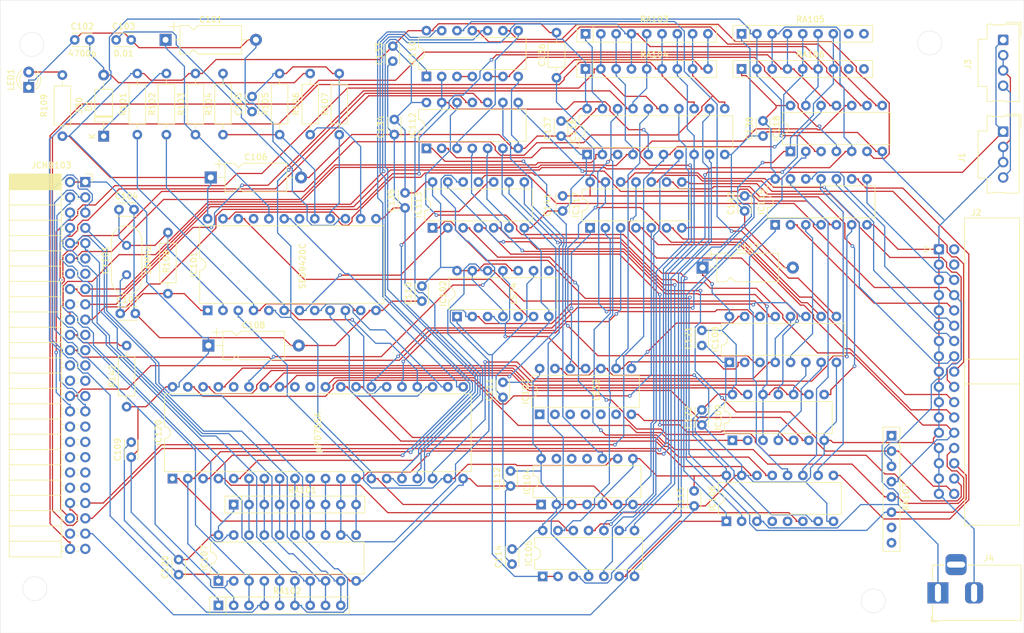
<source format=kicad_pcb>
(kicad_pcb (version 20221018) (generator pcbnew)
  (layers (0 "F.Cu" signal) (31 "B.Cu" signal) (34 "B.Paste" user) (35 "F.Paste" user) (36 "B.SilkS" user "B.Silkscreen") (37 "F.SilkS" user "F.Silkscreen") (38 "B.Mask" user) (39 "F.Mask" user) (44 "Edge.Cuts" user))
  (net 0 "")
  (net 1 "+5V")
  (net 2 "Net-(D1-A)")
  (net 3 "Net-(D1-K)")
  (net 4 "GND")
  (net 5 "Net-(IC105-Pad3)")
  (net 6 "Net-(IC105-Pad13)")
  (net 7 "/A5")
  (net 8 "/~{WR}")
  (net 9 "Net-(IC105-Pad10)")
  (net 10 "Net-(IC103-Pad9)")
  (net 11 "/A7")
  (net 12 "/~{DACK2}")
  (net 13 "Net-(IC105-Pad11)")
  (net 14 "/~{RD}")
  (net 15 "/A6")
  (net 16 "Net-(IC105-Pad9)")
  (net 17 "/~{RESET}")
  (net 18 "/A4")
  (net 19 "/drq")
  (net 20 "/data7")
  (net 22 "Net-(IC103-Pad8)")
  (net 23 "Net-(IC102A-C)")
  (net 24 "Net-(IC102A-~{R})")
  (net 25 "Net-(IC105-Pad4)")
  (net 26 "Net-(IC105-Pad8)")
  (net 27 "/data6")
  (net 29 "Net-(IC106A-O3)")
  (net 36 "Net-(IC104-Q3)")
  (net 40 "Net-(IC106A-E)")
  (net 41 "Net-(IC108-Pad7)")
  (net 42 "Net-(IC108-Pad6)")
  (net 43 "Net-(IC108-Pad5)")
  (net 44 "/us1")
  (net 45 "Net-(IC108-Pad3)")
  (net 46 "Net-(IC108-Pad9)")
  (net 47 "Net-(IC106A-O2)")
  (net 48 "Net-(IC109-Pad11)")
  (net 49 "/us0")
  (net 51 "Net-(IC109-Pad8)")
  (net 52 "Net-(IC106B-O0)")
  (net 53 "Net-(IC110-Pad5)")
  (net 54 "Net-(IC110-Pad11)")
  (net 55 "Net-(IC110-Pad3)")
  (net 56 "Net-(IC110-Pad9)")
  (net 58 "Net-(IC106B-O1)")
  (net 59 "Net-(IC106B-O2)")
  (net 60 "Net-(IC112-Pad8)")
  (net 61 "Net-(IC109-Pad5)")
  (net 62 "/~{READY}")
  (net 63 "Net-(IC106A-A0)")
  (net 64 "/~{TRACK_0}")
  (net 65 "/~{INDEX}")
  (net 66 "Net-(IC106B-O3)")
  (net 67 "/~{PROTECT}")
  (net 68 "/~{READ_DATA}")
  (net 69 "/~{SIOR}")
  (net 70 "/~{IORQ}")
  (net 71 "/~{TC}")
  (net 72 "/~{SIOW}")
  (net 73 "/A3")
  (net 74 "Net-(IC107-~{G})")
  (net 75 "/data0")
  (net 76 "/data1")
  (net 77 "/DRQ2")
  (net 78 "/~{EXTINT1}")
  (net 79 "/OUTDV2")
  (net 80 "/data2")
  (net 81 "Net-(C105-Pad1)")
  (net 82 "/data3")
  (net 83 "/~{MOTOR_ON}")
  (net 84 "/~{DRIVE1}")
  (net 85 "/~{DRIVE2}")
  (net 86 "/~{DRIVE0}")
  (net 87 "/data4")
  (net 88 "/~{WRITE_DATA}")
  (net 89 "/~{WRITE_GATE}")
  (net 90 "/~{DIRECTION}")
  (net 91 "/~{SIDE}")
  (net 92 "/~{STEP}")
  (net 93 "/~{DRIVE3}")
  (net 94 "/data5")
  (net 95 "Net-(IC107-DIR)")
  (net 96 "Net-(IC112-Pad5)")
  (net 97 "/~{dack}")
  (net 123 "Net-(LED1-A)")
  (net 130 "Net-(IC120-RESET)")
  (net 131 "Net-(IC120-INT)")
  (net 132 "Net-(IC120-RW{slash}SEEK)")
  (net 133 "Net-(IC120-WPRT)")
  (net 134 "Net-(IC120-STEP)")
  (net 135 "Net-(IC120-LCT{slash}DIR)")
  (net 136 "Net-(IC120-TC)")
  (net 137 "Net-(IC120-~{WR})")
  (net 138 "Net-(IC120-TRK0)")
  (net 139 "Net-(IC120-INDEX)")
  (net 140 "Net-(IC120-READY)")
  (net 141 "Net-(IC120-SIDE)")
  (net 142 "Net-(IC120-WE)")
  (net 143 "Net-(IC120-WDATA)")
  (net 144 "Net-(IC120-A0)")
  (net 148 "Net-(IC101-CR)")
  (net 149 "Net-(IC101-OFFSET)")
  (net 150 "Net-(IC101-XD)")
  (net 151 "Net-(IC101-CONTROL)")
  (net 152 "Net-(IC101-XG)")
  (net 153 "Net-(IC101-CLK1)")
  (net 154 "Net-(IC101-MIN{slash}~{STD})")
  (net 155 "Net-(IC101-SYNC)")
  (net 156 "Net-(IC101-RD_DATA)")
  (net 157 "Net-(IC101-WINDOW)")
  (net 158 "Net-(IC101-DATA)")
  (net 159 "Net-(IC101-MFM{slash}~{FM})")
  (net 160 "Net-(IC101-LPF1)")
  (net 161 "Net-(IC101-LPF2)")
  (net 163 "Net-(IC101-WCLK)")
  (net 165 "Net-(IC101-~{TRIG_IN})")
  (net 166 "Net-(IC101-TM_OUT)")
  (net 167 "+12V")
  (net 168 "/toIORQ")
  (net 169 "Net-(IC110-Pad8)")
  (net 170 "/D0")
  (net 171 "/D1")
  (net 172 "/D2")
  (net 173 "/D3")
  (net 174 "/D4")
  (net 175 "/D5")
  (net 176 "/D6")
  (net 177 "/D7")
  (net 178 "/A0")
  (net 179 "Net-(IC103-Pad12)")
  (footprint "Package_DIP:DIP-24_W15.24mm" (layer "F.Cu") (at 140.462 88.392 90)
    (fp_text reference "IC101")
    (fp_text value "SED9420C")
  )
  (footprint "Package_DIP:DIP-14_W7.62mm" (layer "F.Cu") (at 181.864 89.408 90)
    (fp_text reference "IC102")
    (fp_text value "LS74")
  )
  (footprint "Package_DIP:DIP-14_W7.62mm" (layer "F.Cu") (at 195.575 105.664 90)
    (fp_text reference "IC103")
    (fp_text value "LS32")
  )
  (footprint "Package_DIP:DIP-14_W7.62mm" (layer "F.Cu") (at 196.088 132.588 90)
    (fp_text reference "IC105")
    (fp_text value "LS10" hide)
  )
  (footprint "Package_DIP:DIP-16_W7.62mm" (layer "F.Cu") (at 226.583 123.434 90)
    (fp_text reference "IC106")
    (fp_text value "LS139" hide)
  )
  (footprint "Package_DIP:DIP-20_W7.62mm" (layer "F.Cu") (at 142.245 133.34 90)
    (fp_text reference "IC107")
    (fp_text value "74LS641" hide)
  )
  (footprint "Package_DIP:DIP-14_W7.62mm" (layer "F.Cu") (at 227.584 109.982 90)
    (fp_text reference "IC109")
    (fp_text value "LS08" hide)
  )
  (footprint "Package_DIP:DIP-14_W7.62mm" (layer "F.Cu") (at 176.779 49.52 90)
    (fp_text reference "IC110")
    (fp_text value "LS02" hide)
  )
  (footprint "Package_DIP:DIP-14_W7.62mm" (layer "F.Cu") (at 176.779 61.458 90)
    (fp_text reference "IC112")
    (fp_text value "LS08" hide)
  )
  (footprint "Package_DIP:DIP-14_W7.62mm" (layer "F.Cu") (at 177.795 74.666 90)
    (fp_text reference "IC113")
    (fp_text value "LS14" hide)
  )
  (footprint "Package_DIP:DIP-14_W7.62mm" (layer "F.Cu") (at 203.957 74.666 90)
    (fp_text reference "IC117")
    (fp_text value "LS06" hide)
  )
  (footprint "Package_DIP:DIP-14_W7.62mm" (layer "F.Cu") (at 234.691 74.158 90)
    (fp_text reference "IC119")
    (fp_text value "LS07" hide)
  )
  (footprint "Package_DIP:DIP-20_W7.62mm" (layer "F.Cu") (at 203.454 62.484 90)
    (fp_text reference "IC116")
    (fp_text value "74LS244_Split" hide)
  )
  (footprint "Package_DIP:DIP-16_W7.62mm" (layer "F.Cu") (at 227.081 97.018 90)
    (fp_text reference "IC108")
    (fp_text value "LS368" hide)
  )
  (footprint "Connector_IDC:IDC-Header_2x17_P2.54mm_Horizontal" (layer "F.Cu") (at 261.874 78.232)
    (fp_text reference "J2")
    (fp_text value "Floppy connector" hide)
  )
  (footprint "Connector_Molex:Molex_SL_171971-0004_1x04_P2.54mm_Vertical" (layer "F.Cu") (at 272.542 58.674 -90)
    (fp_text reference "J1")
    (fp_text value "FDC Power" hide)
  )
  (footprint "Capacitor_THT:C_Disc_D3.0mm_W2.0mm_P2.50mm" (layer "F.Cu") (at 135.636 132.294 90)
    (fp_text reference "C120")
    (fp_text value "1uf" hide)
  )
  (footprint "Resistor_THT:R_Axial_DIN0207_L6.3mm_D2.5mm_P10.16mm_Horizontal" (layer "F.Cu") (at 143.002 59.182 90)
    (fp_text reference "R104")
    (fp_text value "33K" hide)
  )
  (footprint "Capacitor_THT:CP_Axial_L10.0mm_D4.5mm_P15.00mm_Horizontal" (layer "F.Cu") (at 140.97 66.294)
    (fp_text reference "C106")
    (fp_text value "10uf" hide)
  )
  (footprint "Resistor_THT:R_Array_SIP9" (layer "F.Cu") (at 142.24 137.414)
    (fp_text reference "RA102")
    (fp_text value "8+1 220R" hide)
  )
  (footprint "Package_DIP:DIP-14_W7.62mm" (layer "F.Cu") (at 195.829 120.64 90)
    (fp_text reference "IC104")
    (fp_text value "74LS95" hide)
  )
  (footprint "Resistor_THT:R_Array_SIP9" (layer "F.Cu") (at 229.108 48.26)
    (fp_text reference "RA106")
    (fp_text value "8x 220R" hide)
  )
  (footprint "Capacitor_THT:C_Disc_D3.0mm_W2.0mm_P2.50mm" (layer "F.Cu") (at 222.509 107.422 90)
    (fp_text reference "C122")
    (fp_text value "1uf" hide)
  )
  (footprint "LED_THT:LED_D3.0mm" (layer "F.Cu") (at 110.744 51.313 90)
    (fp_text reference "LED1")
    (fp_text value "LED" hide)
  )
  (footprint "Resistor_THT:R_Axial_DIN0207_L6.3mm_D2.5mm_P10.16mm_Horizontal" (layer "F.Cu") (at 157.48 59.182 90)
    (fp_text reference "R106")
    (fp_text value "2K2" hide)
  )
  (footprint "Resistor_THT:R_Array_SIP9" (layer "F.Cu") (at 203.2 48.26)
    (fp_text reference "RA104")
    (fp_text value "8x 220R" hide)
  )
  (footprint "Capacitor_THT:C_Disc_D3.0mm_W2.0mm_P2.50mm" (layer "F.Cu") (at 199.136 59.416 90)
    (fp_text reference "C137")
    (fp_text value "1uf" hide)
  )
  (footprint "Package_DIP:DIP-14_W7.62mm" (layer "F.Cu") (at 237.231 61.966 90)
    (fp_text reference "IC118")
    (fp_text value "LS14" hide)
  )
  (footprint "Capacitor_THT:C_Disc_D3.0mm_W2.0mm_P2.50mm" (layer "F.Cu") (at 221.234 120.884 90)
    (fp_text reference "C115")
    (fp_text value "1uf" hide)
  )
  (footprint "Resistor_THT:R_Array_SIP9" (layer "F.Cu") (at 144.78 120.65)
    (fp_text reference "RA101")
    (fp_text value "8x 4k7" hide)
  )
  (footprint "Capacitor_THT:C_Disc_D3.0mm_W2.0mm_P2.50mm" (layer "F.Cu") (at 190.749 117.572 90)
    (fp_text reference "C112")
    (fp_text value "1uf" hide)
  )
  (footprint "Capacitor_THT:C_Axial_L3.8mm_D2.6mm_P7.50mm_Horizontal" (layer "F.Cu") (at 198.374 49.724 90)
    (fp_text reference "C136")
    (fp_text value "105" hide)
  )
  (footprint "Capacitor_THT:C_Disc_D3.0mm_W2.0mm_P2.50mm" (layer "F.Cu") (at 222.504 94.214 90)
    (fp_text reference "C121")
    (fp_text value "1uf" hide)
  )
  (footprint "Resistor_THT:R_Axial_DIN0207_L6.3mm_D2.5mm_P10.16mm_Horizontal" (layer "F.Cu") (at 162.306 59.182 90)
    (fp_text reference "R107")
    (fp_text value "3K3" hide)
  )
  (footprint "Capacitor_THT:C_Disc_D3.0mm_W2.0mm_P2.50mm" (layer "F.Cu") (at 125.73 71.628)
    (fp_text reference "C104")
    (fp_text value "22p" hide)
  )
  (footprint "Package_DIP:DIP-40_W15.24mm" (layer "F.Cu") (at 134.62 116.332 90)
    (fp_text reference "IC120")
    (fp_text value "µPD765A")
  )
  (footprint "Capacitor_THT:C_Disc_D3.0mm_W2.0mm_P2.50mm" (layer "F.Cu") (at 171.196 46.97 90)
    (fp_text reference "C133")
    (fp_text value "1uf" hide)
  )
  (footprint "Resistor_THT:R_Axial_DIN0207_L6.3mm_D2.5mm_P10.16mm_Horizontal" (layer "F.Cu") (at 116.332 49.276 -90)
    (fp_text reference "R109")
    (fp_text value "330")
  )
  (footprint "Capacitor_THT:C_Disc_D3.0mm_W2.0mm_P2.50mm" (layer "F.Cu") (at 125.944 88.9)
    (fp_text reference "C107")
    (fp_text value "22p" hide)
  )
  (footprint "Capacitor_THT:CP_Axial_L10.0mm_D4.5mm_P15.00mm_Horizontal" (layer "F.Cu") (at 222.624 81.2685)
    (fp_text reference "C117")
    (fp_text value "10uF" hide)
  )
  (footprint "Capacitor_THT:CP_Axial_L10.0mm_D4.5mm_P15.00mm_Horizontal" (layer "F.Cu") (at 133.47 43.4225)
    (fp_text reference "C101")
    (fp_text value "10µF" hide)
  )
  (footprint "Resistor_THT:R_Axial_DIN0207_L6.3mm_D2.5mm_P10.16mm_Horizontal" (layer "F.Cu") (at 133.858 75.438 -90)
    (fp_text reference "R108")
    (fp_text value "1M" hide)
  )
  (footprint "Capacitor_THT:C_Disc_D3.0mm_W2.0mm_P2.50mm" (layer "F.Cu") (at 191.003 130.546 90)
    (fp_text reference "C114")
    (fp_text value "1uf" hide)
  )
  (footprint "Capacitor_THT:CP_Axial_L10.0mm_D4.5mm_P15.00mm_Horizontal" (layer "F.Cu") (at 140.582 94.2225)
    (fp_text reference "C108")
    (fp_text value "10µF" hide)
  )
  (footprint "Capacitor_THT:C_Disc_D3.0mm_W2.0mm_P2.50mm" (layer "F.Cu") (at 127.762 112.776 90)
    (fp_text reference "C109")
    (fp_text value "100nF" hide)
  )
  (footprint "Capacitor_THT:C_Disc_D3.0mm_W2.0mm_P2.50mm" (layer "F.Cu") (at 189.484 102.83 90)
    (fp_text reference "C111")
    (fp_text value "1uf" hide)
  )
  (footprint "Resistor_THT:R_Axial_DIN0207_L6.3mm_D2.5mm_P10.16mm_Horizontal" (layer "F.Cu") (at 133.604 59.182 90)
    (fp_text reference "R102")
    (fp_text value "560K" hide)
  )
  (footprint "Connector_BarrelJack:BarrelJack_Horizontal" (layer "F.Cu") (at 261.716 135.3235 180)
    (fp_text reference "J4")
    (fp_text value "Barrel_Jack 5V" hide)
  )
  (footprint "Crystal:Crystal_HC49-4H_Vertical" (layer "F.Cu") (at 127 82.46 90)
    (fp_text reference "CY101")
    (fp_text value "16MHz")
  )
  (footprint "Capacitor_THT:C_Disc_D3.0mm_W2.0mm_P2.50mm" (layer "F.Cu") (at 171.45 59.162 90)
    (fp_text reference "C134")
    (fp_text value "1uf" hide)
  )
  (footprint "Capacitor_THT:C_Disc_D3.0mm_W2.0mm_P2.50mm" (layer "F.Cu") (at 232.664 59.396 90)
    (fp_text reference "C138")
    (fp_text value "1uf" hide)
  )
  (footprint "Connector_Molex:Molex_SL_171971-0004_1x04_P2.54mm_Vertical" (layer "F.Cu") (at 272.542 43.434 -90)
    (fp_text reference "J3")
    (fp_text value "Input pwr" hide)
  )
  (footprint "Resistor_THT:R_Array_SIP9" (layer "F.Cu") (at 203.2 42.418)
    (fp_text reference "RA103")
    (fp_text value "8x 330R" hide)
  )
  (footprint "Capacitor_THT:C_Disc_D3.0mm_W2.0mm_P2.50mm" (layer "F.Cu") (at 176.027 86.848 90)
    (fp_text reference "C110")
    (fp_text value "1uf" hide)
  )
  (footprint "Capacitor_THT:C_Disc_D3.0mm_W2.0mm_P2.50mm" (layer "F.Cu") (at 118.384 43.434)
    (fp_text reference "C102")
    (fp_text value "4700p")
  )
  (footprint "Capacitor_THT:C_Disc_D3.0mm_W2.0mm_P2.50mm" (layer "F.Cu") (at 229.616 71.862 90)
    (fp_text reference "C142")
    (fp_text value "1uf" hide)
  )
  (footprint "Connector_PinSocket_2.54mm:PinSocket_2x25_P2.54mm_Horizontal" (layer "F.Cu") (at 120.142 67.056)
    (fp_text reference "JCNB103")
    (fp_text value "System" hide)
  )
  (footprint "Diode_THT:D_A-405_P10.16mm_Horizontal" (layer "F.Cu") (at 123.19 59.436 90)
    (fp_text reference "D1")
    (fp_text value "IS2473" hide)
  )
  (footprint "Capacitor_THT:C_Disc_D3.0mm_W2.0mm_P2.50mm" (layer "F.Cu") (at 173.228 71.354 90)
    (fp_text reference "C135")
    (fp_text value "1uf" hide)
  )
  (footprint "Resistor_THT:R_Axial_DIN0207_L6.3mm_D2.5mm_P10.16mm_Horizontal" (layer "F.Cu") (at 152.4 59.182 90)
    (fp_text reference "R105")
    (fp_text value "150K" hide)
  )
  (footprint "Resistor_THT:R_Axial_DIN0207_L6.3mm_D2.5mm_P10.16mm_Horizontal" (layer "F.Cu") (at 127 104.394 90)
    (fp_text reference "R142")
    (fp_text value "4k7" hide)
  )
  (footprint "Resistor_THT:R_Array_SIP9" (layer "F.Cu") (at 229.108 42.418)
    (fp_text reference "RA105")
    (fp_text value "8x 330R" hide)
  )
  (footprint "Capacitor_THT:C_Disc_D3.0mm_W2.0mm_P2.50mm" (layer "F.Cu") (at 147.828 55.352 90)
    (fp_text reference "C105")
    (fp_text value "470p" hide)
  )
  (footprint "Capacitor_THT:C_Disc_D3.0mm_W2.0mm_P2.50mm" (layer "F.Cu") (at 199.39 71.862 90)
    (fp_text reference "C141")
    (fp_text value "1uf" hide)
  )
  (footprint "Resistor_THT:R_Axial_DIN0207_L6.3mm_D2.5mm_P10.16mm_Horizontal" (layer "F.Cu") (at 138.43 59.182 90)
    (fp_text reference "R103")
    (fp_text value "1M" hide)
  )
  (footprint "Resistor_THT:R_Axial_DIN0207_L6.3mm_D2.5mm_P10.16mm_Horizontal" (layer "F.Cu") (at 128.778 59.182 90)
    (fp_text reference "R101")
    (fp_text value "3k3" hide)
  )
  (footprint "Capacitor_THT:C_Disc_D3.0mm_W2.0mm_P2.50mm" (layer "F.Cu") (at 125.262 43.434)
    (fp_text reference "C103")
    (fp_text value "0.01")
  )
  (footprint "Resistor_THT:R_Array_SIP8" (layer "F.Cu") (at 254 109.22 -90)
    (fp_text reference "RA107")
    (fp_text value "8x 1K" hide)
  )
  (gr_line (start 276 36.83) (end 276 142) (stroke (width 0.05)) (layer "Edge.Cuts"))
  (gr_circle (center 111.252 44.196) (end 113.252 44.196) (stroke (width 0.05)) (fill none) (layer "Edge.Cuts"))
  (gr_circle (center 260.35 43.942) (end 262.35 43.942) (stroke (width 0.05)) (fill none) (layer "Edge.Cuts"))
  (gr_line (start 106 142) (end 106 36.83) (stroke (width 0.05)) (layer "Edge.Cuts"))
  (gr_circle (center 250.952 136.652) (end 252.952 136.652) (stroke (width 0.05)) (fill none) (layer "Edge.Cuts"))
  (gr_line (start 106 36.83) (end 276 36.83) (stroke (width 0.05)) (layer "Edge.Cuts"))
  (gr_circle (center 111.76 134.62) (end 113.76 134.62) (stroke (width 0.05)) (fill none) (layer "Edge.Cuts"))
  (gr_line (start 276 142) (end 106 142) (stroke (width 0.05)) (layer "Edge.Cuts"))
  (segment (start 211.069 113.02) (end 212.1709 113.02) (width 0.2) (layer "F.Cu") (net 1))
  (segment (start 197.2721 42.224) (end 195.7993 40.7512) (width 0.2) (layer "F.Cu") (net 1))
  (segment (start 234.8354 54.346) (end 236.1291 54.346) (width 0.2) (layer "F.Cu") (net 1))
  (segment (start 229.108 48.26) (end 229.108 49.3619) (width 0.2) (layer "F.Cu") (net 1))
  (segment (start 133.5181 101.092) (end 130.2161 104.394) (width 0.2) (layer "F.Cu") (net 1))
  (segment (start 221.234 115.8868) (end 215.0377 115.8868) (width 0.2) (layer "F.Cu") (net 1))
  (segment (start 222.827 82.5934) (end 222.624 82.5934) (width 0.2) (layer "F.Cu") (net 1))
  (segment (start 137.0691 129.794) (end 141.1431 125.72) (width 0.2) (layer "F.Cu") (net 1))
  (segment (start 135.636 129.794) (end 137.0691 129.794) (width 0.2) (layer "F.Cu") (net 1))
  (segment (start 173.228 68.854) (end 174.8851 68.854) (width 0.2) (layer "F.Cu") (net 1))
  (segment (start 227.584 102.362) (end 226.4821 102.362) (width 0.2) (layer "F.Cu") (net 1))
  (segment (start 141.8592 46.6947) (end 139.5319 49.022) (width 0.2) (layer "F.Cu") (net 1))
  (segment (start 224.2146 83.981) (end 222.827 82.5934) (width 0.2) (layer "F.Cu") (net 1))
  (segment (start 226.583 115.814) (end 225.6188 115.814) (width 0.2) (layer "F.Cu") (net 1))
  (segment (start 128.8793 104.394) (end 127 104.394) (width 0.2) (layer "F.Cu") (net 1))
  (segment (start 203.454 54.864) (end 202.3521 54.864) (width 0.2) (layer "F.Cu") (net 1))
  (segment (start 128.8793 111.6587) (end 128.8793 104.394) (width 0.2) (layer "F.Cu") (net 1))
  (segment (start 195.7993 40.7512) (end 178.8013 40.7512) (width 0.2) (layer "F.Cu") (net 1))
  (segment (start 203.957 67.046) (end 203.957 68.1479) (width 0.2) (layer "F.Cu") (net 1))
  (segment (start 235.7929 66.538) (end 235.7929 66.4135) (width 0.2) (layer "F.Cu") (net 1))
  (segment (start 237.231 54.346) (end 236.1291 54.346) (width 0.2) (layer "F.Cu") (net 1))
  (segment (start 140.97 66.294) (end 140.3191 66.294) (width 0.2) (layer "F.Cu") (net 1))
  (segment (start 225.546 115.8868) (end 221.234 115.8868) (width 0.2) (layer "F.Cu") (net 1))
  (segment (start 136.2177 50.1324) (end 130.9903 50.1324) (width 0.2) (layer "F.Cu") (net 1))
  (segment (start 226.4204 102.3003) (end 226.4821 102.362) (width 0.2) (layer "F.Cu") (net 1))
  (segment (start 189.9576 80.6858) (end 186.3797 80.6858) (width 0.2) (layer "F.Cu") (net 1))
  (segment (start 234.8354 54.7246) (end 232.664 56.896) (width 0.2) (layer "F.Cu") (net 1))
  (segment (start 229.8513 49.3619) (end 234.8354 54.346) (width 0.2) (layer "F.Cu") (net 1))
  (segment (start 203.449 120.64) (end 200.909 120.64) (width 0.2) (layer "F.Cu") (net 1))
  (segment (start 185.5059 81.5596) (end 185.5059 81.788) (width 0.2) (layer "F.Cu") (net 1))
  (segment (start 225.6188 115.814) (end 225.546 115.8868) (width 0.2) (layer "F.Cu") (net 1))
  (segment (start 138.43 49.022) (end 137.3281 49.022) (width 0.2) (layer "F.Cu") (net 1))
  (segment (start 235.7929 66.4135) (end 236.7703 65.4361) (width 0.2) (layer "F.Cu") (net 1))
  (segment (start 124.2919 66.294) (end 117.4339 59.436) (width 0.2) (layer "F.Cu") (net 1))
  (segment (start 190.9221 81.6503) (end 189.9576 80.6858) (width 0.2) (layer "F.Cu") (net 1))
  (segment (start 184.404 81.788) (end 185.5059 81.788) (width 0.2) (layer "F.Cu") (net 1))
  (segment (start 127.762 112.776) (end 128.8793 111.6587) (width 0.2) (layer "F.Cu") (net 1))
  (segment (start 192.024 81.788) (end 190.9221 81.788) (width 0.2) (layer "F.Cu") (net 1))
  (segment (start 225.1307 102.3003) (end 226.4204 102.3003) (width 0.2) (layer "F.Cu") (net 1))
  (segment (start 116.332 59.436) (end 117.4339 59.436) (width 0.2) (layer "F.Cu") (net 1))
  (segment (start 181.864 81.788) (end 184.404 81.788) (width 0.2) (layer "F.Cu") (net 1))
  (segment (start 178.8013 40.7512) (end 177.8809 41.6716) (width 0.2) (layer "F.Cu") (net 1))
  (segment (start 203.957 69.362) (end 203.957 68.1479) (width 0.2) (layer "F.Cu") (net 1))
  (segment (start 140.3191 66.294) (end 124.2919 66.294) (width 0.2) (layer "F.Cu") (net 1))
  (segment (start 168.9713 46.6947) (end 141.8592 46.6947) (width 0.2) (layer "F.Cu") (net 1))
  (segment (start 138.43 49.022) (end 139.5319 49.022) (width 0.2) (layer "F.Cu") (net 1))
  (segment (start 190.9221 81.788) (end 190.9221 81.6503) (width 0.2) (layer "F.Cu") (net 1))
  (segment (start 177.8809 41.6716) (end 177.8809 41.9) (width 0.2) (layer "F.Cu") (net 1))
  (segment (start 215.0377 115.8868) (end 212.1709 113.02) (width 0.2) (layer "F.Cu") (net 1))
  (segment (start 134.62 101.092) (end 133.5181 101.092) (width 0.2) (layer "F.Cu") (net 1))
  (segment (start 130.9903 50.1324) (end 129.8799 49.022) (width 0.2) (layer "F.Cu") (net 1))
  (segment (start 265.7799 65.4361) (end 272.542 58.674) (width 0.2) (layer "F.Cu") (net 1))
  (segment (start 186.3797 80.6858) (end 185.5059 81.5596) (width 0.2) (layer "F.Cu") (net 1))
  (segment (start 200.909 120.64) (end 198.369 120.64) (width 0.2) (layer "F.Cu") (net 1))
  (segment (start 199.136 56.916) (end 200.3001 56.916) (width 0.2) (layer "F.Cu") (net 1))
  (segment (start 222.624 81.2915) (end 222.624 82.5934) (width 0.2) (layer "F.Cu") (net 1))
  (segment (start 234.8354 54.346) (end 234.8354 54.7246) (width 0.2) (layer "F.Cu") (net 1))
  (segment (start 171.196 44.47) (end 168.9713 46.6947) (width 0.2) (layer "F.Cu") (net 1))
  (segment (start 229.108 49.3619) (end 229.8513 49.3619) (width 0.2) (layer "F.Cu") (net 1))
  (segment (start 128.778 49.022) (end 129.8799 49.022) (width 0.2) (layer "F.Cu") (net 1))
  (segment (start 176.779 41.9) (end 175.6771 41.9) (width 0.2) (layer "F.Cu") (net 1))
  (segment (start 200.3001 56.916) (end 202.3521 54.864) (width 0.2) (layer "F.Cu") (net 1))
  (segment (start 229.616 69.362) (end 203.957 69.362) (width 0.2) (layer "F.Cu") (net 1))
  (segment (start 203.957 69.362) (end 199.39 69.362) (width 0.2) (layer "F.Cu") (net 1))
  (segment (start 174.8851 68.854) (end 176.6931 67.046) (width 0.2) (layer "F.Cu") (net 1))
  (segment (start 198.374 42.224) (end 197.2721 42.224) (width 0.2) (layer "F.Cu") (net 1))
  (segment (start 236.7703 65.4361) (end 265.7799 65.4361) (width 0.2) (layer "F.Cu") (net 1))
  (segment (start 130.2161 104.394) (end 128.8793 104.394) (width 0.2) (layer "F.Cu") (net 1))
  (segment (start 176.779 41.9) (end 177.8809 41.9) (width 0.2) (layer "F.Cu") (net 1))
  (segment (start 137.3281 49.022) (end 136.2177 50.1324) (width 0.2) (layer "F.Cu") (net 1))
  (segment (start 234.691 66.538) (end 235.7929 66.538) (width 0.2) (layer "F.Cu") (net 1))
  (segment (start 175.6771 41.9) (end 173.766 41.9) (width 0.2) (layer "F.Cu") (net 1))
  (segment (start 205.989 120.64) (end 203.449 120.64) (width 0.2) (layer "F.Cu") (net 1))
  (segment (start 142.245 125.72) (end 141.1431 125.72) (width 0.2) (layer "F.Cu") (net 1))
  (segment (start 221.234 118.384) (end 221.234 115.8868) (width 0.2) (layer "F.Cu") (net 1))
  (segment (start 222.509 104.922) (end 225.1307 102.3003) (width 0.2) (layer "F.Cu") (net 1))
  (segment (start 177.795 67.046) (end 176.6931 67.046) (width 0.2) (layer "F.Cu") (net 1))
  (segment (start 173.766 41.9) (end 171.196 44.47) (width 0.2) (layer "F.Cu") (net 1))
  (via (at 224.2146 83.981) (size 0.6) (drill 0.3) (layers "F.Cu" "B.Cu") (net 1))
  (segment (start 222.509 104.922) (end 221.0014 106.4296) (width 0.2) (layer "B.Cu") (net 1))
  (segment (start 196.088 124.968) (end 196.088 123.8661) (width 0.2) (layer "B.Cu") (net 1))
  (segment (start 232.7649 123.6171) (end 232.7649 123.434) (width 0.2) (layer "B.Cu") (net 1))
  (segment (start 203.454 54.864) (end 203.454 53.7621) (width 0.2) (layer "B.Cu") (net 1))
  (segment (start 175.6771 53.838) (end 174.274 53.838) (width 0.2) (layer "B.Cu") (net 1))
  (segment (start 196.2448 123.8661) (end 196.088 123.8661) (width 0.2) (layer "B.Cu") (net 1))
  (segment (start 144.78 121.7519) (end 142.245 124.2869) (width 0.2) (layer "B.Cu") (net 1))
  (segment (start 130.3344 72.1011) (end 130.3344 83.6494) (width 0.2) (layer "B.Cu") (net 1))
  (segment (start 231.663 123.434) (end 232.214 123.434) (width 0.2) (layer "B.Cu") (net 1))
  (segment (start 142.24 136.3121) (end 142.1541 136.3121) (width 0.2) (layer "B.Cu") (net 1))
  (segment (start 179.138 81.237) (end 176.027 84.348) (width 0.2) (layer "B.Cu") (net 1))
  (segment (start 253.5809 118.0236) (end 254.281 118.0236) (width 0.2) (layer "B.Cu") (net 1))
  (segment (start 174.274 47.548) (end 171.196 44.47) (width 0.2) (layer "B.Cu") (net 1))
  (segment (start 195.829 113.02) (end 195.829 111.9181) (width 0.2) (layer "B.Cu") (net 1))
  (segment (start 227.584 101.2601) (end 228.2094 100.6347) (width 0.2) (layer "B.Cu") (net 1))
  (segment (start 226.583 115.814) (end 226.583 116.9159) (width 0.2) (layer "B.Cu") (net 1))
  (segment (start 211.069 113.02) (end 211.069 114.4581) (width 0.2) (layer "B.Cu") (net 1))
  (segment (start 233.9882 64.7333) (end 234.691 65.4361) (width 0.2) (layer "B.Cu") (net 1))
  (segment (start 204.5824 61.5764) (end 204.5824 65.3187) (width 0.2) (layer "B.Cu") (net 1))
  (segment (start 203.2 48.26) (end 203.2 47.1581) (width 0.2) (layer "B.Cu") (net 1))
  (segment (start 135.7219 100.3845) (end 135.7219 101.092) (width 0.2) (layer "B.Cu") (net 1))
  (segment (start 117.5516 59.3183) (end 130.3344 72.1011) (width 0.2) (layer "B.Cu") (net 1))
  (segment (start 142.245 124.2869) (end 142.245 125.72) (width 0.2) (layer "B.Cu") (net 1))
  (segment (start 134.62 101.092) (end 135.7219 101.092) (width 0.2) (layer "B.Cu") (net 1))
  (segment (start 232.664 56.896) (end 233.9882 58.2202) (width 0.2) (layer "B.Cu") (net 1))
  (segment (start 195.575 99.1459) (end 194.4731 100.2478) (width 0.2) (layer "B.Cu") (net 1))
  (segment (start 173.228 68.854) (end 173.228 58.44) (width 0.2) (layer "B.Cu") (net 1))
  (segment (start 211.069 114.4581) (end 205.989 119.5381) (width 0.2) (layer "B.Cu") (net 1))
  (segment (start 254 109.22) (end 252.4607 110.7593) (width 0.2) (layer "B.Cu") (net 1))
  (segment (start 142.24 137.414) (end 142.24 136.3121) (width 0.2) (layer "B.Cu") (net 1))
  (segment (start 225.8669 91.714) (end 227.081 90.4999) (width 0.2) (layer "B.Cu") (net 1))
  (segment (start 184.404 82.8899) (end 184.404 83.3009) (width 0.2) (layer "B.Cu") (net 1))
  (segment (start 179.138 70.66) (end 177.795 69.317) (width 0.2) (layer "B.Cu") (net 1))
  (segment (start 198.369 119.5381) (end 195.829 116.9981) (width 0.2) (layer "B.Cu") (net 1))
  (segment (start 203.2 48.26) (end 203.2 53.5081) (width 0.2) (layer "B.Cu") (net 1))
  (segment (start 228.2094 94.0565) (end 225.8669 91.714) (width 0.2) (layer "B.Cu") (net 1))
  (segment (start 189.4092 88.3061) (end 189.484 88.3061) (width 0.2) (layer "B.Cu") (net 1))
  (segment (start 195.829 115.072) (end 190.749 115.072) (width 0.2) (layer "B.Cu") (net 1))
  (segment (start 196.088 124.968) (end 194.9861 124.968) (width 0.2) (layer "B.Cu") (net 1))
  (segment (start 177.795 69.317) (end 177.795 67.046) (width 0.2) (layer "B.Cu") (net 1))
  (segment (start 227.081 89.5665) (end 227.081 89.398) (width 0.2) (layer "B.Cu") (net 1))
  (segment (start 195.575 98.044) (end 195.575 99.1459) (width 0.2) (layer "B.Cu") (net 1))
  (segment (start 144.78 120.65) (end 144.78 121.7519) (width 0.2) (layer "B.Cu") (net 1))
  (segment (start 227.584 102.362) (end 227.584 101.2601) (width 0.2) (layer "B.Cu") (net 1))
  (segment (start 254.281 118.0236) (end 255.1141 118.8567) (width 0.2) (layer "B.Cu") (net 1))
  (segment (start 227.081 89.5665) (end 227.081 90.4999) (width 0.2) (layer "B.Cu") (net 1))
  (segment (start 272.542 58.674) (end 271.3514 57.4834) (width 0.2) (layer "B.Cu") (net 1))
  (segment (start 181.864 81.237) (end 179.138 81.237) (width 0.2) (layer "B.Cu") (net 1))
  (segment (start 234.691 66.538) (end 233.5891 66.538) (width 0.2) (layer "B.Cu") (net 1))
  (segment (start 198.369 121.1909) (end 198.369 120.64) (width 0.2) (layer "B.Cu") (net 1))
  (segment (start 140.582 94.2225) (end 140.582 95.5244) (width 0.2) (layer "B.Cu") (net 1))
  (segment (start 222.504 91.714) (end 225.8669 91.714) (width 0.2) (layer "B.Cu") (net 1))
  (segment (start 222.624 81.2915) (end 222.624 79.9896) (width 0.2) (layer "B.Cu") (net 1))
  (segment (start 233.5891 66.538) (end 230.7651 69.362) (width 0.2) (layer "B.Cu") (net 1))
  (segment (start 230.7651 69.362) (end 231.173 69.7699) (width 0.2) (layer "B.Cu") (net 1))
  (segment (start 189.484 100.33) (end 194.4731 100.33) (width 0.2) (layer "B.Cu") (net 1))
  (segment (start 194.4731 110.5622) (end 195.829 111.9181) (width 0.2) (layer "B.Cu") (net 1))
  (segment (start 232.214 123.434) (end 232.214 122.5469) (width 0.2) (layer "B.Cu") (net 1))
  (segment (start 194.4731 100.2478) (end 194.4731 100.33) (width 0.2) (layer "B.Cu") (net 1))
  (segment (start 184.404 83.3009) (end 189.4092 88.3061) (width 0.2) (layer "B.Cu") (net 1))
  (segment (start 117.5516 59.3183) (end 127.6761 49.1938) (width 0.2) (layer "B.Cu") (net 1))
  (segment (start 140.462 68.1039) (end 140.462 73.152) (width 0.2) (layer "B.Cu") (net 1))
  (segment (start 233.9882 58.2202) (end 233.9882 64.7333) (width 0.2) (layer "B.Cu") (net 1))
  (segment (start 252.4607 110.7593) (end 252.4607 116.9034) (width 0.2) (layer "B.Cu") (net 1))
  (segment (start 231.173 72.9351) (end 224.1185 79.9896) (width 0.2) (layer "B.Cu") (net 1))
  (segment (start 271.3514 57.4834) (end 271.3514 44.6246) (width 0.2) (layer "B.Cu") (net 1))
  (segment (start 261.716 135.3235) (end 261.716 127.2519) (width 0.2) (layer "B.Cu") (net 1))
  (segment (start 261.716 127.2519) (end 255.1141 120.65) (width 0.2) (layer "B.Cu") (net 1))
  (segment (start 140.97 66.294) (end 140.97 67.5959) (width 0.2) (layer "B.Cu") (net 1))
  (segment (start 184.404 81.788) (end 184.404 82.8899) (width 0.2) (layer "B.Cu") (net 1))
  (segment (start 142.1541 136.3121) (end 135.636 129.794) (width 0.2) (layer "B.Cu") (net 1))
  (segment (start 229.616 69.362) (end 230.7651 69.362) (width 0.2) (layer "B.Cu") (net 1))
  (segment (start 191.9081 128.046) (end 194.9861 124.968) (width 0.2) (layer "B.Cu") (net 1))
  (segment (start 221.0014 106.4296) (end 221.0014 109.1305) (width 0.2) (layer "B.Cu") (net 1))
  (segment (start 140.582 95.5244) (end 135.7219 100.3845) (width 0.2) (layer "B.Cu") (net 1))
  (segment (start 116.332 59.436) (end 117.4339 59.436) (width 0.2) (layer "B.Cu") (net 1))
  (segment (start 191.003 128.046) (end 191.9081 128.046) (width 0.2) (layer "B.Cu") (net 1))
  (segment (start 224.2146 85.4297) (end 224.2146 83.981) (width 0.2) (layer "B.Cu") (net 1))
  (segment (start 234.691 66.538) (end 234.691 65.4361) (width 0.2) (layer "B.Cu") (net 1))
  (segment (start 203.2 47.1581) (end 199.3678 43.3259) (width 0.2) (layer "B.Cu") (net 1))
  (segment (start 199.922 56.916) (end 204.5824 61.5764) (width 0.2) (layer "B.Cu") (net 1))
  (segment (start 205.989 120.64) (end 205.989 119.5381) (width 0.2) (layer "B.Cu") (net 1))
  (segment (start 252.4607 116.9034) (end 253.5809 118.0236) (width 0.2) (layer "B.Cu") (net 1))
  (segment (start 271.3514 44.6246) (end 272.542 43.434) (width 0.2) (layer "B.Cu") (net 1))
  (segment (start 128.778 49.022) (end 127.6761 49.022) (width 0.2) (layer "B.Cu") (net 1))
  (segment (start 199.136 56.916) (end 199.922 56.916) (width 0.2) (layer "B.Cu") (net 1))
  (segment (start 174.274 53.838) (end 171.45 56.662) (width 0.2) (layer "B.Cu") (net 1))
  (segment (start 227.081 89.398) (end 227.081 88.2961) (width 0.2) (layer "B.Cu") (net 1))
  (segment (start 232.214 122.5469) (end 226.583 116.9159) (width 0.2) (layer "B.Cu") (net 1))
  (segment (start 117.4339 59.436) (end 117.5516 59.3183) (width 0.2) (layer "B.Cu") (net 1))
  (segment (start 140.582 94.2225) (end 140.582 92.9206) (width 0.2) (layer "B.Cu") (net 1))
  (segment (start 198.369 121.7419) (end 196.2448 123.8661) (width 0.2) (layer "B.Cu") (net 1))
  (segment (start 255.1141 120.65) (end 248.9004 120.65) (width 0.2) (layer "B.Cu") (net 1))
  (segment (start 221.0014 109.1305) (end 226.583 114.7121) (width 0.2) (layer "B.Cu") (net 1))
  (segment (start 194.4731 100.33) (end 194.4731 110.5622) (width 0.2) (layer "B.Cu") (net 1))
  (segment (start 195.829 116.9981) (end 195.829 115.072) (width 0.2) (layer "B.Cu") (net 1))
  (segment (start 179.138 81.237) (end 179.138 70.66) (width 0.2) (layer "B.Cu") (net 1))
  (segment (start 228.2094 100.6347) (end 228.2094 94.0565) (width 0.2) (layer "B.Cu") (net 1))
  (segment (start 127.762 121.92) (end 127.762 112.776) (width 0.2) (layer "B.Cu") (net 1))
  (segment (start 176.779 53.838) (end 175.6771 53.838) (width 0.2) (layer "B.Cu") (net 1))
  (segment (start 198.369 120.64) (end 198.369 119.5381) (width 0.2) (layer "B.Cu") (net 1))
  (segment (start 231.173 69.7699) (end 231.173 72.9351) (width 0.2) (layer "B.Cu") (net 1))
  (segment (start 204.5824 65.3187) (end 203.957 65.9441) (width 0.2) (layer "B.Cu") (net 1))
  (segment (start 255.1141 118.8567) (end 255.1141 120.65) (width 0.2) (layer "B.Cu") (net 1))
  (segment (start 181.864 81.788) (end 181.864 81.237) (width 0.2) (layer "B.Cu") (net 1))
  (segment (start 245.0135 124.5369) (end 233.6847 124.5369) (width 0.2) (layer "B.Cu") (net 1))
  (segment (start 203.2 53.5081) (end 203.454 53.7621) (width 0.2) (layer "B.Cu") (net 1))
  (segment (start 174.274 53.838) (end 174.274 47.548) (width 0.2) (layer "B.Cu") (net 1))
  (segment (start 189.484 89.408) (end 189.484 88.3061) (width 0.2) (layer "B.Cu") (net 1))
  (segment (start 203.957 67.046) (end 203.957 65.9441) (width 0.2) (layer "B.Cu") (net 1))
  (segment (start 227.081 88.2961) (end 224.2146 85.4297) (width 0.2) (layer "B.Cu") (net 1))
  (segment (start 248.9004 120.65) (end 245.0135 124.5369) (width 0.2) (layer "B.Cu") (net 1))
  (segment (start 127.6761 49.1938) (end 127.6761 49.022) (width 0.2) (layer "B.Cu") (net 1))
  (segment (start 195.829 115.072) (end 195.829 113.02) (width 0.2) (layer "B.Cu") (net 1))
  (segment (start 173.228 58.44) (end 171.45 56.662) (width 0.2) (layer "B.Cu") (net 1))
  (segment (start 199.3678 43.3259) (end 198.374 43.3259) (width 0.2) (layer "B.Cu") (net 1))
  (segment (start 140.97 67.5959) (end 140.462 68.1039) (width 0.2) (layer "B.Cu") (net 1))
  (segment (start 224.1185 79.9896) (end 222.624 79.9896) (width 0.2) (layer "B.Cu") (net 1))
  (segment (start 226.583 115.814) (end 226.583 114.7121) (width 0.2) (layer "B.Cu") (net 1))
  (segment (start 233.6847 124.5369) (end 232.7649 123.6171) (width 0.2) (layer "B.Cu") (net 1))
  (segment (start 135.636 129.794) (end 127.762 121.92) (width 0.2) (layer "B.Cu") (net 1))
  (segment (start 130.3344 83.6494) (end 139.6056 92.9206) (width 0.2) (layer "B.Cu") (net 1))
  (segment (start 198.369 121.1909) (end 198.369 121.7419) (width 0.2) (layer "B.Cu") (net 1))
  (segment (start 139.6056 92.9206) (end 140.582 92.9206) (width 0.2) (layer "B.Cu") (net 1))
  (segment (start 198.374 42.224) (end 198.374 43.3259) (width 0.2) (layer "B.Cu") (net 1))
  (segment (start 232.214 123.434) (end 232.7649 123.434) (width 0.2) (layer "B.Cu") (net 1))
  (segment (start 123.19 49.276) (end 124.3919 49.276) (width 0.2) (layer "F.Cu") (net 2))
  (segment (start 154.8593 50.5408) (end 156.3781 49.022) (width 0.2) (layer "F.Cu") (net 2))
  (segment (start 157.48 49.022) (end 156.3781 49.022) (width 0.2) (layer "F.Cu") (net 2))
  (segment (start 124.3919 49.276) (end 125.6567 50.5408) (width 0.2) (layer "F.Cu") (net 2))
  (segment (start 125.6567 50.5408) (end 154.8593 50.5408) (width 0.2) (layer "F.Cu") (net 2))
  (segment (start 120.884 43.434) (end 120.884 45.7681) (width 0.2) (layer "B.Cu") (net 2))
  (segment (start 120.884 45.7681) (end 123.19 48.0741) (width 0.2) (layer "B.Cu") (net 2))
  (segment (start 123.19 49.276) (end 123.19 48.0741) (width 0.2) (layer "B.Cu") (net 2))
  (segment (start 133.604 49.022) (end 132.5021 49.022) (width 0.2) (layer "B.Cu") (net 3))
  (segment (start 123.29 58.2341) (end 132.5021 49.022) (width 0.2) (layer "B.Cu") (net 3))
  (segment (start 123.19 58.2341) (end 123.29 58.2341) (width 0.2) (layer "B.Cu") (net 3))
  (segment (start 123.19 59.436) (end 123.19 58.2341) (width 0.2) (layer "B.Cu") (net 3))
  (segment (start 229.616 74.5854) (end 220.3795 74.5854) (width 0.2) (layer "F.Cu") (net 4))
  (segment (start 273.7404 60.0156) (end 273.7404 49.7124) (width 0.2) (layer "F.Cu") (net 4))
  (segment (start 165.105 133.34) (end 164.0031 133.34) (width 0.2) (layer "F.Cu") (net 4))
  (segment (start 195.1629 59.416) (end 199.136 59.416) (width 0.2) (layer "F.Cu") (net 4))
  (segment (start 211.069 120.64) (end 208.529 120.64) (width 0.2) (layer "F.Cu") (net 4))
  (segment (start 126.6335 42.3055) (end 119.5125 42.3055) (width 0.2) (layer "F.Cu") (net 4))
  (segment (start 260.9703 110.3483) (end 260.9703 109.6157) (width 0.2) (layer "F.Cu") (net 4))
  (segment (start 194.1369 74.666) (end 196.9409 71.862) (width 0.2) (layer "F.Cu") (net 4))
  (segment (start 176.027 86.848) (end 171.0479 86.848) (width 0.2) (layer "F.Cu") (net 4))
  (segment (start 127.762 43.434) (end 126.6335 42.3055) (width 0.2) (layer "F.Cu") (net 4))
  (segment (start 145.8662 44.7244) (end 129.0524 44.7244) (width 0.2) (layer "F.Cu") (net 4))
  (segment (start 251.3691 61.8283) (end 248.3585 58.8177) (width 0.2) (layer "F.Cu") (net 4))
  (segment (start 261.874 93.472) (end 261.874 90.932) (width 0.2) (layer "F.Cu") (net 4))
  (segment (start 261.874 101.092) (end 261.874 98.552) (width 0.2) (layer "F.Cu") (net 4))
  (segment (start 155.97 66.294) (end 157.2719 66.294) (width 0.2) (layer "F.Cu") (net 4))
  (segment (start 261.874 98.552) (end 261.874 96.012) (width 0.2) (layer "F.Cu") (net 4))
  (segment (start 173.228 71.354) (end 171.3019 71.354) (width 0.2) (layer "F.Cu") (net 4))
  (segment (start 228.0211 115.814) (end 228.0211 115.9517) (width 0.2) (layer "F.Cu") (net 4))
  (segment (start 229.616 74.5854) (end 229.616 71.862) (width 0.2) (layer "F.Cu") (net 4))
  (segment (start 204.8921 55.0923) (end 204.8921 54.864) (width 0.2) (layer "F.Cu") (net 4))
  (segment (start 251.3691 61.966) (end 251.3691 61.8283) (width 0.2) (layer "F.Cu") (net 4))
  (segment (start 228.0211 115.9517) (end 223.0888 120.884) (width 0.2) (layer "F.Cu") (net 4))
  (segment (start 233.3402 58.7198) (end 232.664 59.396) (width 0.2) (layer "F.Cu") (net 4))
  (segment (start 249.931 74.158) (end 251.0329 74.158) (width 0.2) (layer "F.Cu") (net 4))
  (segment (start 260.9703 109.6157) (end 261.874 108.712) (width 0.2) (layer "F.Cu") (net 4))
  (segment (start 212.9414 106.6885) (end 211.9169 105.664) (width 0.2) (layer "F.Cu") (net 4))
  (segment (start 167.3001 88.392) (end 167.3001 88.547) (width 0.2) (layer "F.Cu") (net 4))
  (segment (start 119.5125 42.3055) (end 118.384 43.434) (width 0.2) (layer "F.Cu") (net 4))
  (segment (start 193.035 74.666) (end 194.1369 74.666) (width 0.2) (layer "F.Cu") (net 4))
  (segment (start 190.749 117.572) (end 185.2219 117.572) (width 0.2) (layer "F.Cu") (net 4))
  (segment (start 155.582 94.2225) (end 154.2801 94.2225) (width 0.2) (layer "F.Cu") (net 4))
  (segment (start 188.8494 59.162) (end 171.45 59.162) (width 0.2) (layer "F.Cu") (net 4))
  (segment (start 168.402 88.392) (end 169.5039 88.392) (width 0.2) (layer "F.Cu") (net 4))
  (segment (start 168.402 73.152) (end 169.5039 73.152) (width 0.2) (layer "F.Cu") (net 4))
  (segment (start 148.47 43.4225) (end 147.1681 43.4225) (width 0.2) (layer "F.Cu") (net 4))
  (segment (start 171.45 59.162) (end 164.4039 59.162) (width 0.2) (layer "F.Cu") (net 4))
  (segment (start 190.9171 61.458) (end 190.9171 61.2297) (width 0.2) (layer "F.Cu") (net 4))
  (segment (start 222.509 107.422) (end 221.7755 106.6885) (width 0.2) (layer "F.Cu") (net 4))
  (segment (start 147.1681 43.4225) (end 145.8662 44.7244) (width 0.2) (layer "F.Cu") (net 4))
  (segment (start 135.6919 132.2381) (end 135.636 132.294) (width 0.2) (layer "F.Cu") (net 4))
  (segment (start 261.874 78.232) (end 255.1069 78.232) (width 0.2) (layer "F.Cu") (net 4))
  (segment (start 193.1209 61.458) (end 195.1629 59.416) (width 0.2) (layer "F.Cu") (net 4))
  (segment (start 211.62 120.64) (end 212.1709 120.64) (width 0.2) (layer "F.Cu") (net 4))
  (segment (start 117.602 67.056) (end 120.142 67.056) (width 0.2) (layer "F.Cu") (net 4))
  (segment (start 237.624 81.2915) (end 236.3221 81.2915) (width 0.2) (layer "F.Cu") (net 4))
  (segment (start 221.7755 106.6885) (end 212.9414 106.6885) (width 0.2) (layer "F.Cu") (net 4))
  (segment (start 243.9259 109.982) (end 244.2922 110.3483) (width 0.2) (layer "F.Cu") (net 4))
  (segment (start 205.994 54.864) (end 204.8921 54.864) (width 0.2) (layer "F.Cu") (net 4))
  (segment (start 207.4271 120.64) (end 207.4271 120.4117) (width 0.2) (layer "F.Cu") (net 4))
  (segment (start 261.874 80.772) (end 261.874 83.312) (width 0.2) (layer "F.Cu") (net 4))
  (segment (start 164.0031 133.2021) (end 163.0391 132.2381) (width 0.2) (layer "F.Cu") (net 4))
  (segment (start 255.1069 78.232) (end 251.0329 74.158) (width 0.2) (layer "F.Cu") (net 4))
  (segment (start 220.99 120.64) (end 212.1709 120.64) (width 0.2) (layer "F.Cu") (net 4))
  (segment (start 200.5684 59.416) (end 204.8921 55.0923) (width 0.2) (layer "F.Cu") (net 4))
  (segment (start 235.9283 58.7198) (end 233.3402 58.7198) (width 0.2) (layer "F.Cu") (net 4))
  (segment (start 242.824 109.982) (end 243.9259 109.982) (width 0.2) (layer "F.Cu") (net 4))
  (segment (start 244.2922 110.3483) (end 260.9703 110.3483) (width 0.2) (layer "F.Cu") (net 4))
  (segment (start 260.9703 110.3483) (end 261.874 111.252) (width 0.2) (layer "F.Cu") (net 4))
  (segment (start 273.7404 49.7124) (end 272.542 48.514) (width 0.2) (layer "F.Cu") (net 4))
  (segment (start 171.3019 71.354) (end 169.5039 73.152) (width 0.2) (layer "F.Cu") (net 4))
  (segment (start 154.2801 94.2225) (end 152.9782 92.9206) (width 0.2) (layer "F.Cu") (net 4))
  (segment (start 192.019 61.458) (end 193.1209 61.458) (width 0.2) (layer "F.Cu") (net 4))
  (segment (start 211.62 120.64) (end 211.069 120.64) (width 0.2) (layer "F.Cu") (net 4))
  (segment (start 221.234 120.884) (end 220.99 120.64) (width 0.2) (layer "F.Cu") (net 4))
  (segment (start 132.4646 92.9206) (end 128.444 88.9) (width 0.2) (layer "F.Cu") (net 4))
  (segment (start 196.9409 71.862) (end 199.39 71.862) (width 0.2) (layer "F.Cu") (net 4))
  (segment (start 182.88 116.332) (end 183.9819 116.332) (width 0.2) (layer "F.Cu") (net 4))
  (segment (start 161.6246 94.2225) (end 156.8839 94.2225) (width 0.2) (layer "F.Cu") (net 4))
  (segment (start 167.3001 88.547) (end 161.6246 94.2225) (width 0.2) (layer "F.Cu") (net 4))
  (segment (start 152.9782 92.9206) (end 132.4646 92.9206) (width 0.2) (layer "F.Cu") (net 4))
  (segment (start 171.0479 86.848) (end 169.5039 88.392) (width 0.2) (layer "F.Cu") (net 4))
  (segment (start 164.0031 133.34) (end 164.0031 133.2021) (width 0.2) (layer "F.Cu") (net 4))
  (segment (start 164.4039 59.162) (end 157.2719 66.294) (width 0.2) (layer "F.Cu") (net 4))
  (segment (start 261.874 90.932) (end 261.874 88.392) (width 0.2) (layer "F.Cu") (net 4))
  (segment (start 207.4271 120.4117) (end 204.5874 117.572) (width 0.2) (layer "F.Cu") (net 4))
  (segment (start 163.0391 132.2381) (end 135.6919 132.2381) (width 0.2) (layer "F.Cu") (net 4))
  (segment (start 199.136 59.416) (end 200.5684 59.416) (width 0.2) (layer "F.Cu") (net 4))
  (segment (start 168.402 88.392) (end 167.3001 88.392) (width 0.2) (layer "F.Cu") (net 4))
  (segment (start 219.197 74.666) (end 220.2989 74.666) (width 0.2) (layer "F.Cu") (net 4))
  (segment (start 190.9171 61.2297) (end 188.8494 59.162) (width 0.2) (layer "F.Cu") (net 4))
  (segment (start 155.582 94.2225) (end 156.8839 94.2225) (width 0.2) (layer "F.Cu") (net 4))
  (segment (start 223.0888 120.884) (end 221.234 120.884) (width 0.2) (layer "F.Cu") (net 4))
  (segment (start 236.3221 81.2915) (end 229.616 74.5854) (width 0.2) (layer "F.Cu") (net 4))
  (segment (start 252.471 61.966) (end 251.3691 61.966) (width 0.2) (layer "F.Cu") (net 4))
  (segment (start 129.0524 44.7244) (end 127.762 43.434) (width 0.2) (layer "F.Cu") (net 4))
  (segment (start 229.123 115.814) (end 228.0211 115.814) (width 0.2) (layer "F.Cu") (net 4))
  (segment (start 185.2219 117.572) (end 183.9819 116.332) (width 0.2) (layer "F.Cu") (net 4))
  (segment (start 210.815 105.664) (end 211.9169 105.664) (width 0.2) (layer "F.Cu") (net 4))
  (segment (start 272.542 61.214) (end 273.7404 60.0156) (width 0.2) (layer "F.Cu") (net 4))
  (segment (start 192.019 61.458) (end 190.9171 61.458) (width 0.2) (layer "F.Cu") (net 4))
  (segment (start 220.3795 74.5854) (end 220.2989 74.666) (width 0.2) (layer "F.Cu") (net 4))
  (segment (start 208.529 120.64) (end 207.4271 120.64) (width 0.2) (layer "F.Cu") (net 4))
  (segment (start 204.5874 117.572) (end 190.749 117.572) (width 0.2) (layer "F.Cu") (net 4))
  (segment (start 248.3585 58.8177) (end 236.0262 58.8177) (width 0.2) (layer "F.Cu") (net 4))
  (segment (start 236.0262 58.8177) (end 235.9283 58.7198) (width 0.2) (layer "F.Cu") (net 4))
  (segment (start 229.108 43.5199) (end 230.5039 44.9158) (width 0.2) (layer "B.Cu") (net 4))
  (segment (start 189.8989 118.4221) (end 190.749 117.572) (width 0.2) (layer "B.Cu") (net 4))
  (segment (start 261.874 103.632) (end 261.874 106.172) (width 0.2) (layer "B.Cu") (net 4))
  (segment (start 188.3478 101.6938) (end 188.3478 99.2661) (width 0.2) (layer "B.Cu") (net 4))
  (segment (start 203.266 62.484) (end 203.2783 62.484) (width 0.2) (layer "B.Cu") (net 4))
  (segment (start 203.3282 62.5339) (end 203.3282 65.6409) (width 0.2) (layer "B.Cu") (net 4))
  (segment (start 227.4159 69.6619) (end 229.616 71.862) (width 0.2) (layer "B.Cu") (net 4))
  (segment (start 155.97 66.294) (end 155.97 64.9921) (width 0.2) (layer "B.Cu") (net 4))
  (segment (start 189.8989 129.4419) (end 189.8989 118.4221) (width 0.2) (layer "B.Cu") (net 4))
  (segment (start 192.019 49.52) (end 192.019 50.6219) (width 0.2) (layer "B.Cu") (net 4))
  (segment (start 239.7448 116.9159) (end 243.2611 120.4322) (width 0.2) (layer "B.Cu") (net 4))
  (segment (start 231.0984 116.9159) (end 230.2249 116.0424) (width 0.2) (layer "B.Cu") (net 4))
  (segment (start 244.363 123.434) (end 243.2611 123.434) (width 0.2) (layer "B.Cu") (net 4))
  (segment (start 146.6842 53.2665) (end 146.6842 46.5102) (width 0.2) (layer "B.Cu") (net 4))
  (segment (start 261.874 88.392) (end 261.874 85.852) (width 0.2) (layer "B.Cu") (net 4))
  (segment (start 191.003 130.546) (end 189.8989 129.4419) (width 0.2) (layer "B.Cu") (net 4))
  (segment (start 261.874 116.332) (end 261.874 118.872) (width 0.2) (layer "B.Cu") (net 4))
  (segment (start 192.019 61.458) (end 192.019 60.3561) (width 0.2) (layer "B.Cu") (net 4))
  (segment (start 261.874 111.252) (end 261.874 113.792) (width 0.2) (layer "B.Cu") (net 4))
  (segment (start 123.658 67.056) (end 128.23 71.628) (width 0.2) (layer "B.Cu") (net 4))
  (segment (start 261.874 80.772) (end 261.874 78.232) (width 0.2) (layer "B.Cu") (net 4))
  (segment (start 261.874 118.872) (end 267.716 124.714) (width 0.2) (layer "B.Cu") (net 4))
  (segment (start 261.874 113.792) (end 261.874 116.332) (width 0.2) (layer "B.Cu") (net 4))
  (segment (start 244.861 97.018) (end 244.861 106.8431) (width 0.2) (layer "B.Cu") (net 4))
  (segment (start 126.6248 123.2828) (end 126.6248 111.4132) (width 0.2) (layer "B.Cu") (net 4))
  (segment (start 188.3478 99.2661) (end 197.104 90.5099) (width 0.2) (layer "B.Cu") (net 4))
  (segment (start 151.2979 57.2366) (end 148.0152 53.9539) (width 0.2) (layer "B.Cu") (net 4))
  (segment (start 203.2 42.418) (end 203.2 43.5199) (width 0.2) (layer "B.Cu") (net 4))
  (segment (start 222.509 107.422) (end 226.4774 103.4536) (width 0.2) (layer "B.Cu") (net 4))
  (segment (start 199.136 59.416) (end 199.2841 59.416) (width 0.2) (layer "B.Cu") (net 4))
  (segment (start 182.113 117.4339) (end 166.2069 133.34) (width 0.2) (layer "B.Cu") (net 4))
  (segment (start 242.824 109.982) (end 242.824 112.2967) (width 0.2) (layer "B.Cu") (net 4))
  (segment (start 232.664 59.396) (end 230.5039 59.396) (width 0.2) (layer "B.Cu") (net 4))
  (segment (start 193.035 74.666) (end 193.035 75.7679) (width 0.2) (layer "B.Cu") (net 4))
  (segment (start 240.553 116.1077) (end 239.7448 116.9159) (width 0.2) (layer "B.Cu") (net 4))
  (segment (start 240.553 114.5677) (end 240.553 116.1077) (width 0.2) (layer "B.Cu") (net 4))
  (segment (start 267.716 124.714) (end 267.716 135.3235) (width 0.2) (layer "B.Cu") (net 4))
  (segment (start 148.0152 53.9539) (end 147.3716 53.9539) (width 0.2) (layer "B.Cu") (net 4))
  (segment (start 204.3019 44.6218) (end 204.3019 52.07) (width 0.2) (layer "B.Cu") (net 4))
  (segment (start 190.9077 59.2448) (end 192.019 60.3561) (width 0.2) (layer "B.Cu") (net 4))
  (segment (start 203.3282 65.6409) (end 200.7896 68.1795) (width 0.2) (layer "B.Cu") (net 4))
  (segment (start 120.142 67.056) (end 123.658 67.056) (width 0.2) (layer "B.Cu") (net 4))
  (segment (start 261.874 106.172) (end 261.874 108.712) (width 0.2) (layer "B.Cu") (net 4))
  (segment (start 261.874 74.422) (end 262.8496 73.4464) (width 0.2) (layer "B.Cu") (net 4))
  (segment (start 199.2841 59.416) (end 202.3521 62.484) (width 0.2) (layer "B.Cu") (net 4))
  (segment (start 197.104 89.408) (end 197.104 90.5099) (width 0.2) (layer "B.Cu") (net 4))
  (segment (start 165.105 133.34) (end 166.2069 133.34) (width 0.2) (layer "B.Cu") (net 4))
  (segment (start 193.035 75.7679) (end 195.834 78.5669) (width 0.2) (layer "B.Cu") (net 4))
  (segment (start 171.45 69.576) (end 171.45 59.162) (width 0.2) (layer "B.Cu") (net 4))
  (segment (start 146.6842 46.5102) (end 148.47 44.7244) (width 0.2) (layer "B.Cu") (net 4))
  (segment (start 223.1751 94.214) (end 225.9791 97.018) (width 0.2) (layer "B.Cu") (net 4))
  (segment (start 203.2783 62.484) (end 203.3282 62.5339) (width 0.2) (layer "B.Cu") (net 4))
  (segment (start 128.23 88.686) (end 128.444 88.9) (width 0.2) (layer "B.Cu") (net 4))
  (segment (start 126.6248 111.4132) (end 127.762 110.276) (width 0.2) (layer "B.Cu") (net 4))
  (segment (start 182.88 117.4339) (end 182.113 117.4339) (width 0.2) (layer "B.Cu") (net 4))
  (segment (start 111.7069 50.1111) (end 118.384 43.434) (width 0.2) (layer "B.Cu") (net 4))
  (segment (start 226.4774 97.018) (end 225.9791 97.018) (width 0.2) (layer "B.Cu") (net 4))
  (segment (start 110.744 51.313) (end 110.744 50.1111) (width 0.2) (layer "B.Cu") (net 4))
  (segment (start 243.2611 120.4322) (end 243.2611 123.434) (width 0.2) (layer "B.Cu") (net 4))
  (segment (start 261.874 96.012) (end 261.874 93.472) (width 0.2) (layer "B.Cu") (net 4))
  (segment (start 242.824 109.982) (end 242.824 108.8801) (width 0.2) (layer "B.Cu") (net 4))
  (segment (start 227.4159 62.484) (end 227.4159 69.6619) (width 0.2) (layer "B.Cu") (net 4))
  (segment (start 170.3442 47.8218) (end 171.196 46.97) (width 0.2) (layer "B.Cu") (net 4))
  (segment (start 272.542 61.214) (end 272.542 63.754) (width 0.2) (layer "B.Cu") (net 4))
  (segment (start 173.228 84.049) (end 173.228 71.354) (width 0.2) (layer "B.Cu") (net 4))
  (segment (start 261.874 103.632) (end 261.874 101.092) (width 0.2) (layer "B.Cu") (net 4))
  (segment (start 262.8496 73.4464) (end 272.542 63.754) (width 0.2) (layer "B.Cu") (net 4))
  (segment (start 204.3019 52.07) (end 205.994 53.7621) (width 0.2) (layer "B.Cu") (net 4))
  (segment (start 190.9077 51.7332) (end 190.9077 59.2448) (width 0.2) (layer "B.Cu") (net 4))
  (segment (start 229.123 115.814) (end 229.123 114.036) (width 0.2) (layer "B.Cu") (net 4))
  (segment (start 182.88 116.332) (end 182.88 117.4339) (width 0.2) (layer "B.Cu") (net 4))
  (segment (start 176.027 86.848) (end 173.228 84.049) (width 0.2) (layer "B.Cu") (net 4))
  (segment (start 155.97 64.9921) (end 151.2979 60.32) (width 0.2) (layer "B.Cu") (net 4))
  (segment (start 229.108 42.418) (end 229.108 43.5199) (width 0.2) (layer "B.Cu") (net 4))
  (segment (start 195.834 87.0361) (end 197.104 88.3061) (width 0.2) (layer "B.Cu") (net 4))
  (segment (start 252.471 61.966) (end 252.471 63.0679) (width 0.2) (layer "B.Cu") (net 4))
  (segment (start 211.328 131.4861) (end 221.234 121.5801) (width 0.2) (layer "B.Cu") (net 4))
  (segment (start 261.874 83.312) (end 261.874 85.852) (width 0.2) (layer "B.Cu") (net 4))
  (segment (start 205.994 54.864) (end 205.994 53.7621) (width 0.2) (layer "B.Cu") (net 4))
  (segment (start 170.3442 58.0562) (end 170.3442 47.8218) (width 0.2) (layer "B.Cu") (net 4))
  (segment (start 197.104 89.408) (end 197.104 88.3061) (width 0.2) (layer "B.Cu") (net 4))
  (segment (start 195.834 78.5669) (end 195.834 87.0361) (width 0.2) (layer "B.Cu") (net 4))
  (segment (start 189.484 116.307) (end 189.484 102.83) (width 0.2) (layer "B.Cu") (net 4))
  (segment (start 135.636 132.294) (end 126.6248 123.2828) (width 0.2) (layer "B.Cu") (net 4))
  (segment (start 189.484 102.83) (end 188.3478 101.6938) (width 0.2) (layer "B.Cu") (net 4))
  (segment (start 147.3716 53.9539) (end 146.6842 53.2665) (width 0.2) (layer "B.Cu") (net 4))
  (segment (start 230.5039 59.396) (end 227.4159 62.484) (width 0.2) (layer "B.Cu") (net 4))
  (segment (start 261.874 78.232) (end 261.874 74.422) (width 0.2) (layer "B.Cu") (net 4))
  (segment (start 222.504 94.214) (end 223.1751 94.214) (width 0.2) (layer "B.Cu") (net 4))
  (segment (start 128.23 71.628) (end 128.23 88.686) (width 0.2) (layer "B.Cu") (net 4))
  (segment (start 211.328 132.588) (end 211.328 131.4861) (width 0.2) (layer "B.Cu") (net 4))
  (segment (start 203.266 62.484) (end 202.3521 62.484) (width 0.2) (layer "B.Cu") (net 4))
  (segment (start 151.2979 60.32) (end 151.2979 57.2366) (width 0.2) (layer "B.Cu") (net 4))
  (segment (start 148.47 43.4225) (end 148.47 44.7244) (width 0.2) (layer "B.Cu") (net 4))
  (segment (start 227.081 97.018) (end 226.4774 97.018) (width 0.2) (layer "B.Cu") (net 4))
  (segment (start 262.8496 73.4464) (end 252.471 63.0679) (width 0.2) (layer "B.Cu") (net 4))
  (segment (start 229.123 115.814) (end 230.2249 115.814) (width 0.2) (layer "B.Cu") (net 4))
  (segment (start 203.2 43.5199) (end 204.3019 44.6218) (width 0.2) (layer "B.Cu") (net 4))
  (segment (start 200.7896 70.4624) (end 199.39 71.862) (width 0.2) (layer "B.Cu") (net 4))
  (segment (start 171.45 59.162) (end 170.3442 58.0562) (width 0.2) (layer "B.Cu") (net 4))
  (segment (start 173.228 71.354) (end 171.45 69.576) (width 0.2) (layer "B.Cu") (net 4))
  (segment (start 221.234 121.5801) (end 221.234 120.884) (width 0.2) (layer "B.Cu") (net 4))
  (segment (start 226.314 62.484) (end 227.4159 62.484) (width 0.2) (layer "B.Cu") (net 4))
  (segment (start 110.744 50.1111) (end 111.7069 50.1111) (width 0.2) (layer "B.Cu") (net 4))
  (segment (start 230.5039 44.9158) (end 230.5039 59.396) (width 0.2) (layer "B.Cu") (net 4))
  (segment (start 192.019 50.6219) (end 190.9077 51.7332) (width 0.2) (layer "B.Cu") (net 4))
  (segment (start 242.824 112.2967) (end 240.553 114.5677) (width 0.2) (layer "B.Cu") (net 4))
  (segment (start 200.7896 68.1795) (end 200.7896 70.4624) (width 0.2) (layer "B.Cu") (net 4))
  (segment (start 203.454 62.484) (end 203.2783 62.484) (width 0.2) (layer "B.Cu") (net 4))
  (segment (start 244.861 106.8431) (end 242.824 108.8801) (width 0.2) (layer "B.Cu") (net 4))
  (segment (start 229.123 114.036) (end 222.509 107.422) (width 0.2) (layer "B.Cu") (net 4))
  (segment (start 226.4774 103.4536) (end 226.4774 97.018) (width 0.2) (layer "B.Cu") (net 4))
  (segment (start 239.7448 116.9159) (end 231.0984 116.9159) (width 0.2) (layer "B.Cu") (net 4))
  (segment (start 230.2249 116.0424) (end 230.2249 115.814) (width 0.2) (layer "B.Cu") (net 4))
  (segment (start 190.749 117.572) (end 189.484 116.307) (width 0.2) (layer "B.Cu") (net 4))
  (segment (start 272.542 48.514) (end 272.542 45.974) (width 0.2) (layer "B.Cu") (net 4))
  (segment (start 201.168 132.588) (end 202.2699 132.588) (width 0.2) (layer "B.Cu") (net 5))
  (segment (start 207.518 132.0578) (end 207.518 132.975) (width 0.2) (layer "B.Cu") (net 5))
  (segment (start 203.1442 133.6907) (end 202.2699 132.8164) (width 0.2) (layer "B.Cu") (net 5))
  (segment (start 223.774 63.5859) (end 224.078 63.8899) (width 0.2) (layer "B.Cu") (net 5))
  (segment (start 224.078 63.8899) (end 224.078 76.9028) (width 0.2) (layer "B.Cu") (net 5))
  (segment (start 218.6373 120.9385) (end 207.518 132.0578) (width 0.2) (layer "B.Cu") (net 5))
  (segment (start 202.2699 132.8164) (end 202.2699 132.588) (width 0.2) (layer "B.Cu") (net 5))
  (segment (start 223.774 62.484) (end 223.774 63.5859) (width 0.2) (layer "B.Cu") (net 5))
  (segment (start 206.8023 133.6907) (end 203.1442 133.6907) (width 0.2) (layer "B.Cu") (net 5))
  (segment (start 207.518 132.975) (end 206.8023 133.6907) (width 0.2) (layer "B.Cu") (net 5))
  (segment (start 218.6373 82.3435) (end 218.6373 120.9385) (width 0.2) (layer "B.Cu") (net 5))
  (segment (start 224.078 76.9028) (end 218.6373 82.3435) (width 0.2) (layer "B.Cu") (net 5))
  (segment (start 201.1281 123.3414) (end 202.3605 123.3414) (width 0.2) (layer "B.Cu") (net 6))
  (segment (start 207.4222 57.0777) (end 208.534 55.9659) (width 0.2) (layer "B.Cu") (net 6))
  (segment (start 207.7118 89.1508) (end 207.7118 63.6234) (width 0.2) (layer "B.Cu") (net 6))
  (segment (start 204.6928 121.0091) (end 204.6928 119.6008) (width 0.2) (layer "B.Cu") (net 6))
  (segment (start 202.3605 123.3414) (end 204.6928 121.0091) (width 0.2) (layer "B.Cu") (net 6))
  (segment (start 199.7299 124.7396) (end 201.1281 123.3414) (width 0.2) (layer "B.Cu") (net 6))
  (segment (start 207.7118 63.6234) (end 207.4222 63.3338) (width 0.2) (layer "B.Cu") (net 6))
  (segment (start 207.4222 63.3338) (end 207.4222 57.0777) (width 0.2) (layer "B.Cu") (net 6))
  (segment (start 204.6928 119.6008) (end 207.1552 117.1384) (width 0.2) (layer "B.Cu") (net 6))
  (segment (start 207.1552 117.1384) (end 207.1552 103.8988) (width 0.2) (layer "B.Cu") (net 6))
  (segment (start 207.289 101.9396) (end 207.1552 101.8058) (width 0.2) (layer "B.Cu") (net 6))
  (segment (start 208.534 54.864) (end 208.534 55.9659) (width 0.2) (layer "B.Cu") (net 6))
  (segment (start 207.1552 101.8058) (end 207.1552 89.7074) (width 0.2) (layer "B.Cu") (net 6))
  (segment (start 198.628 124.968) (end 199.7299 124.968) (width 0.2) (layer "B.Cu") (net 6))
  (segment (start 207.289 103.765) (end 207.289 101.9396) (width 0.2) (layer "B.Cu") (net 6))
  (segment (start 199.7299 124.968) (end 199.7299 124.7396) (width 0.2) (layer "B.Cu") (net 6))
  (segment (start 207.1552 89.7074) (end 207.7118 89.1508) (width 0.2) (layer "B.Cu") (net 6))
  (segment (start 207.1552 103.8988) (end 207.289 103.765) (width 0.2) (layer "B.Cu") (net 6))
  (segment (start 120.142 122.936) (end 121.2939 122.936) (width 0.2) (layer "F.Cu") (net 7))
  (segment (start 215.2522 111.3483) (end 215.4763 111.5724) (width 0.2) (layer "F.Cu") (net 7))
  (segment (start 132.8816 111.3483) (end 215.2522 111.3483) (width 0.2) (layer "F.Cu") (net 7))
  (segment (start 121.2939 122.936) (end 132.8816 111.3483) (width 0.2) (layer "F.Cu") (net 7))
  (via (at 215.4763 111.5724) (size 0.6) (drill 0.3) (layers "F.Cu" "B.Cu") (net 7))
  (segment (start 221.234 63.0349) (end 221.234 62.484) (width 0.2) (layer "B.Cu") (net 7))
  (segment (start 221.234 59.3812) (end 220.1057 58.2529) (width 0.2) (layer "B.Cu") (net 7))
  (segment (start 221.234 63.5859) (end 221.234 77.3174) (width 0.2) (layer "B.Cu") (net 7))
  (segment (start 218.44 42.418) (end 218.44 48.26) (width 0.2) (layer "B.Cu") (net 7))
  (segment (start 220.1057 51.0276) (end 218.44 49.3619) (width 0.2) (layer "B.Cu") (net 7))
  (segment (start 216.5365 110.5122) (end 215.4763 111.5724) (width 0.2) (layer "B.Cu") (net 7))
  (segment (start 221.234 62.484) (end 221.234 59.3812) (width 0.2) (layer "B.Cu") (net 7))
  (segment (start 216.5365 82.0149) (end 216.5365 110.5122) (width 0.2) (layer "B.Cu") (net 7))
  (segment (start 221.234 63.0349) (end 221.234 63.5859) (width 0.2) (layer "B.Cu") (net 7))
  (segment (start 220.1057 58.2529) (end 220.1057 51.0276) (width 0.2) (layer "B.Cu") (net 7))
  (segment (start 218.44 48.26) (end 218.44 49.3619) (width 0.2) (layer "B.Cu") (net 7))
  (segment (start 221.234 77.3174) (end 216.5365 82.0149) (width 0.2) (layer "B.Cu") (net 7))
  (segment (start 153.7929 64.4274) (end 153.6537 64.4274) (width 0.2) (layer "F.Cu") (net 8))
  (segment (start 209.9721 54.6357) (end 207.2449 51.9085) (width 0.2) (layer "F.Cu") (net 8))
  (segment (start 120.142 87.376) (end 125.2459 87.376) (width 0.2) (layer "F.Cu") (net 8))
  (segment (start 125.2459 87.376) (end 138.0303 74.5916) (width 0.2) (layer "F.Cu") (net 8))
  (segment (start 211.074 54.864) (end 209.9721 54.864) (width 0.2) (layer "F.Cu") (net 8))
  (segment (start 153.6537 64.4274) (end 150.4871 67.594) (width 0.2) (layer "F.Cu") (net 8))
  (segment (start 138.0303 74.5916) (end 141.0672 74.5916) (width 0.2) (layer "F.Cu") (net 8))
  (segment (start 150.4871 67.594) (end 146.1791 67.594) (width 0.2) (layer "F.Cu") (net 8))
  (segment (start 209.9721 54.864) (end 209.9721 54.6357) (width 0.2) (layer "F.Cu") (net 8))
  (segment (start 166.3118 51.9085) (end 153.7929 64.4274) (width 0.2) (layer "F.Cu") (net 8))
  (segment (start 207.2449 51.9085) (end 166.3118 51.9085) (width 0.2) (layer "F.Cu") (net 8))
  (via (at 141.0672 74.5916) (size 0.6) (drill 0.3) (layers "F.Cu" "B.Cu") (net 8))
  (via (at 146.1791 67.594) (size 0.6) (drill 0.3) (layers "F.Cu" "B.Cu") (net 8))
  (segment (start 213.36 42.418) (end 213.36 48.26) (width 0.2) (layer "B.Cu") (net 8))
  (segment (start 213.36 48.26) (end 213.36 51.4761) (width 0.2) (layer "B.Cu") (net 8))
  (segment (start 141.0672 74.5916) (end 141.5904 74.0684) (width 0.2) (layer "B.Cu") (net 8))
  (segment (start 141.5904 72.1827) (end 146.1791 67.594) (width 0.2) (layer "B.Cu") (net 8))
  (segment (start 141.5904 74.0684) (end 141.5904 72.1827) (width 0.2) (layer "B.Cu") (net 8))
  (segment (start 213.36 51.4761) (end 211.074 53.7621) (width 0.2) (layer "B.Cu") (net 8))
  (segment (start 211.074 54.864) (end 211.074 53.7621) (width 0.2) (layer "B.Cu") (net 8))
  (segment (start 214.5288 106.7074) (end 214.0706 107.1656) (width 0.2) (layer "B.Cu") (net 9))
  (segment (start 209.9407 120.7914) (end 207.4209 123.3112) (width 0.2) (layer "B.Cu") (net 9))
  (segment (start 218.694 62.484) (end 218.694 63.5859) (width 0.2) (layer "B.Cu") (net 9))
  (segment (start 214.5288 75.9672) (end 214.5288 106.7074) (width 0.2) (layer "B.Cu") (net 9))
  (segment (start 206.248 124.968) (end 206.248 123.8661) (width 0.2) (layer "B.Cu") (net 9))
  (segment (start 206.8029 123.3112) (end 206.248 123.8661) (width 0.2) (layer "B.Cu") (net 9))
  (segment (start 215.5334 74.9626) (end 214.5288 75.9672) (width 0.2) (layer "B.Cu") (net 9))
  (segment (start 218.694 63.5859) (end 218.5563 63.5859) (width 0.2) (layer "B.Cu") (net 9))
  (segment (start 209.9407 119.9681) (end 209.9407 120.7914) (width 0.2) (layer "B.Cu") (net 9))
  (segment (start 218.5563 63.5859) (end 215.5334 66.6088) (width 0.2) (layer "B.Cu") (net 9))
  (segment (start 207.4209 123.3112) (end 206.8029 123.3112) (width 0.2) (layer "B.Cu") (net 9))
  (segment (start 214.0706 115.8382) (end 209.9407 119.9681) (width 0.2) (layer "B.Cu") (net 9))
  (segment (start 215.5334 66.6088) (end 215.5334 74.9626) (width 0.2) (layer "B.Cu") (net 9))
  (segment (start 214.0706 107.1656) (end 214.0706 115.8382) (width 0.2) (layer "B.Cu") (net 9))
  (segment (start 208.275 98.044) (end 209.3769 98.044) (width 0.2) (layer "F.Cu") (net 10))
  (segment (start 210.3537 96.9295) (end 224.9655 96.9295) (width 0.2) (layer "F.Cu") (net 10))
  (segment (start 226.1559 98.1199) (end 228.0061 98.1199) (width 0.2) (layer "F.Cu") (net 10))
  (segment (start 209.3769 97.9063) (end 210.3537 96.9295) (width 0.2) (layer "F.Cu") (net 10))
  (segment (start 229.621 97.018) (end 228.5191 97.018) (width 0.2) (layer "F.Cu") (net 10))
  (segment (start 209.3769 98.044) (end 209.3769 97.9063) (width 0.2) (layer "F.Cu") (net 10))
  (segment (start 228.5191 97.6069) (end 228.5191 97.018) (width 0.2) (layer "F.Cu") (net 10))
  (segment (start 228.0061 98.1199) (end 228.5191 97.6069) (width 0.2) (layer "F.Cu") (net 10))
  (segment (start 224.9655 96.9295) (end 226.1559 98.1199) (width 0.2) (layer "F.Cu") (net 10))
  (segment (start 212.2027 63.9152) (end 210.26 65.8579) (width 0.2) (layer "B.Cu") (net 10))
  (segment (start 208.275 96.7066) (end 208.275 96.9421) (width 0.2) (layer "B.Cu") (net 10))
  (segment (start 210.26 65.8579) (end 210.26 94.7216) (width 0.2) (layer "B.Cu") (net 10))
  (segment (start 213.614 54.864) (end 213.614 55.9659) (width 0.2) (layer "B.Cu") (net 10))
  (segment (start 208.275 98.044) (end 208.275 96.9421) (width 0.2) (layer "B.Cu") (net 10))
  (segment (start 213.614 55.9659) (end 212.2027 57.3772) (width 0.2) (layer "B.Cu") (net 10))
  (segment (start 210.26 94.7216) (end 208.275 96.7066) (width 0.2) (layer "B.Cu") (net 10))
  (segment (start 212.2027 57.3772) (end 212.2027 63.9152) (width 0.2) (layer "B.Cu") (net 10))
  (segment (start 217.2559 62.484) (end 217.2559 62.3461) (width 0.2) (layer "F.Cu") (net 11))
  (segment (start 123.1171 120.396) (end 132.8079 110.7052) (width 0.2) (layer "F.Cu") (net 11))
  (segment (start 120.142 120.396) (end 123.1171 120.396) (width 0.2) (layer "F.Cu") (net 11))
  (segment (start 217.2559 62.3461) (end 218.415 61.187) (width 0.2) (layer "F.Cu") (net 11))
  (segment (start 132.8079 110.7052) (end 208.0744 110.7052) (width 0.2) (layer "F.Cu") (net 11))
  (segment (start 216.154 62.484) (end 217.2559 62.484) (width 0.2) (layer "F.Cu") (net 11))
  (segment (start 218.415 61.187) (end 234.594 61.187) (width 0.2) (layer "F.Cu") (net 11))
  (via (at 234.594 61.187) (size 0.6) (drill 0.3) (layers "F.Cu" "B.Cu") (net 11))
  (via (at 208.0744 110.7052) (size 0.6) (drill 0.3) (layers "F.Cu" "B.Cu") (net 11))
  (segment (start 209.545 109.2346) (end 208.0744 110.7052) (width 0.2) (layer "B.Cu") (net 11))
  (segment (start 216.154 63.5859) (end 215.9256 63.5859) (width 0.2) (layer "B.Cu") (net 11))
  (segment (start 236.3081 59.0996) (end 236.112 58.9035) (width 0.2) (layer "B.Cu") (net 11))
  (segment (start 234.7193 61.187) (end 236.3081 59.5982) (width 0.2) (layer "B.Cu") (net 11))
  (segment (start 212.847 66.6645) (end 212.847 92.7186) (width 0.2) (layer "B.Cu") (net 11))
  (segment (start 236.112 52.5179) (end 239.268 49.3619) (width 0.2) (layer "B.Cu") (net 11))
  (segment (start 236.3081 59.5982) (end 236.3081 59.0996) (width 0.2) (layer "B.Cu") (net 11))
  (segment (start 239.268 48.26) (end 239.268 49.3619) (width 0.2) (layer "B.Cu") (net 11))
  (segment (start 216.154 62.484) (end 216.154 63.5859) (width 0.2) (layer "B.Cu") (net 11))
  (segment (start 239.268 42.418) (end 239.268 48.26) (width 0.2) (layer "B.Cu") (net 11))
  (segment (start 234.594 61.187) (end 234.7193 61.187) (width 0.2) (layer "B.Cu") (net 11))
  (segment (start 212.847 92.7186) (end 209.545 96.0206) (width 0.2) (layer "B.Cu") (net 11))
  (segment (start 215.9256 63.5859) (end 212.847 66.6645) (width 0.2) (layer "B.Cu") (net 11))
  (segment (start 209.545 96.0206) (end 209.545 109.2346) (width 0.2) (layer "B.Cu") (net 11))
  (segment (start 236.112 58.9035) (end 236.112 52.5179) (width 0.2) (layer "B.Cu") (net 11))
  (segment (start 202.0706 51.4455) (end 204.6381 48.878) (width 0.2) (layer "F.Cu") (net 12))
  (segment (start 117.2386 73.406) (end 118.0204 73.406) (width 0.2) (layer "F.Cu") (net 12))
  (segment (start 205.1891 48.26) (end 204.6381 48.26) (width 0.2) (layer "F.Cu") (net 12))
  (segment (start 215.0521 54.6357) (end 215.0521 54.864) (width 0.2) (layer "F.Cu") (net 12))
  (segment (start 118.872 72.5544) (end 118.872 71.7176) (width 0.2) (layer "F.Cu") (net 12))
  (segment (start 205.74 48.26) (end 205.1891 48.26) (width 0.2) (layer "F.Cu") (net 12))
  (segment (start 115.314 75.3306) (end 117.2386 73.406) (width 0.2) (layer "F.Cu") (net 12))
  (segment (start 216.154 54.864) (end 215.0521 54.864) (width 0.2) (layer "F.Cu") (net 12))
  (segment (start 118.0204 73.406) (end 118.872 72.5544) (width 0.2) (layer "F.Cu") (net 12))
  (segment (start 115.314 95.3693) (end 115.314 75.3306) (width 0.2) (layer "F.Cu") (net 12))
  (segment (start 118.872 71.7176) (end 119.7236 70.866) (width 0.2) (layer "F.Cu") (net 12))
  (segment (start 125.0337 67.6511) (end 143.3275 67.6511) (width 0.2) (layer "F.Cu") (net 12))
  (segment (start 163.6582 51.4455) (end 202.0706 51.4455) (width 0.2) (layer "F.Cu") (net 12))
  (segment (start 204.6381 48.878) (end 204.6381 48.26) (width 0.2) (layer "F.Cu") (net 12))
  (segment (start 205.1891 48.26) (end 209.7438 52.8147) (width 0.2) (layer "F.Cu") (net 12))
  (segment (start 143.3275 67.6511) (end 145.3492 65.6294) (width 0.2) (layer "F.Cu") (net 12))
  (segment (start 213.2311 52.8147) (end 215.0521 54.6357) (width 0.2) (layer "F.Cu") (net 12))
  (segment (start 145.3492 65.6294) (end 149.4743 65.6294) (width 0.2) (layer "F.Cu") (net 12))
  (segment (start 121.8188 70.866) (end 125.0337 67.6511) (width 0.2) (layer "F.Cu") (net 12))
  (segment (start 209.7438 52.8147) (end 213.2311 52.8147) (width 0.2) (layer "F.Cu") (net 12))
  (segment (start 119.7236 70.866) (end 121.8188 70.866) (width 0.2) (layer "F.Cu") (net 12))
  (segment (start 149.4743 65.6294) (end 163.6582 51.4455) (width 0.2) (layer "F.Cu") (net 12))
  (via (at 115.314 95.3693) (size 0.6) (drill 0.3) (layers "F.Cu" "B.Cu") (net 12))
  (segment (start 205.74 42.418) (end 205.74 48.26) (width 0.2) (layer "B.Cu") (net 12))
  (segment (start 115.314 102.0041) (end 115.314 95.3693) (width 0.2) (layer "B.Cu") (net 12))
  (segment (start 117.314 104.0041) (end 115.314 102.0041) (width 0.2) (layer "B.Cu") (net 12))
  (segment (start 117.602 105.156) (end 117.602 104.0041) (width 0.2) (layer "B.Cu") (net 12))
  (segment (start 117.602 104.0041) (end 117.314 104.0041) (width 0.2) (layer "B.Cu") (net 12))
  (segment (start 207.3606 123.8661) (end 207.4076 123.9131) (width 0.2) (layer "F.Cu") (net 13))
  (segment (start 204.8099 124.7396) (end 205.6834 123.8661) (width 0.2) (layer "F.Cu") (net 13))
  (segment (start 204.8099 124.968) (end 204.8099 124.7396) (width 0.2) (layer "F.Cu") (net 13))
  (segment (start 205.6834 123.8661) (end 207.3606 123.8661) (width 0.2) (layer "F.Cu") (net 13))
  (segment (start 203.708 124.968) (end 204.8099 124.968) (width 0.2) (layer "F.Cu") (net 13))
  (via (at 207.4076 123.9131) (size 0.6) (drill 0.3) (layers "F.Cu" "B.Cu") (net 13))
  (segment (start 211.3973 121.8891) (end 209.4316 121.8891) (width 0.2) (layer "B.Cu") (net 13))
  (segment (start 209.4316 121.8891) (end 207.4076 123.9131) (width 0.2) (layer "B.Cu") (net 13))
  (segment (start 219.8968 64.79) (end 220.3135 65.2067) (width 0.2) (layer "B.Cu") (net 13))
  (segment (start 220.3135 76.533) (end 214.9307 81.9158) (width 0.2) (layer "B.Cu") (net 13))
  (segment (start 214.4725 118.8139) (end 211.3973 121.8891) (width 0.2) (layer "B.Cu") (net 13))
  (segment (start 219.8968 61.1705) (end 219.8968 64.79) (width 0.2) (layer "B.Cu") (net 13))
  (segment (start 218.694 54.864) (end 218.694 59.9677) (width 0.2) (layer "B.Cu") (net 13))
  (segment (start 220.3135 65.2067) (end 220.3135 76.533) (width 0.2) (layer "B.Cu") (net 13))
  (segment (start 218.694 59.9677) (end 219.8968 61.1705) (width 0.2) (layer "B.Cu") (net 13))
  (segment (start 214.9307 81.9158) (end 214.9307 106.8738) (width 0.2) (layer "B.Cu") (net 13))
  (segment (start 214.9307 106.8738) (end 214.4725 107.332) (width 0.2) (layer "B.Cu") (net 13))
  (segment (start 214.4725 107.332) (end 214.4725 118.8139) (width 0.2) (layer "B.Cu") (net 13))
  (segment (start 117.3334 88.7641) (end 116.4485 87.8792) (width 0.2) (layer "F.Cu") (net 14))
  (segment (start 209.9721 62.6217) (end 209.9721 62.484) (width 0.2) (layer "F.Cu") (net 14))
  (segment (start 117.2125 83.566) (end 121.292 83.566) (width 0.2) (layer "F.Cu") (net 14))
  (segment (start 131.7825 79.1258) (end 140.5557 70.3526) (width 0.2) (layer "F.Cu") (net 14))
  (segment (start 206.6694 64.2957) (end 208.2981 64.2957) (width 0.2) (layer "F.Cu") (net 14))
  (segment (start 117.602 89.916) (end 117.602 88.7641) (width 0.2) (layer "F.Cu") (net 14))
  (segment (start 156.0327 70.3526) (end 161.7633 64.622) (width 0.2) (layer "F.Cu") (net 14))
  (segment (start 125.7322 79.1258) (end 131.7825 79.1258) (width 0.2) (layer "F.Cu") (net 14))
  (segment (start 211.074 62.484) (end 209.9721 62.484) (width 0.2) (layer "F.Cu") (net 14))
  (segment (start 195.3809 64.622) (end 195.7621 64.2408) (width 0.2) (layer "F.Cu") (net 14))
  (segment (start 206.6145 64.2408) (end 206.6694 64.2957) (width 0.2) (layer "F.Cu") (net 14))
  (segment (start 140.5557 70.3526) (end 156.0327 70.3526) (width 0.2) (layer "F.Cu") (net 14))
  (segment (start 116.4485 84.33) (end 117.2125 83.566) (width 0.2) (layer "F.Cu") (net 14))
  (segment (start 161.7633 64.622) (end 195.3809 64.622) (width 0.2) (layer "F.Cu") (net 14))
  (segment (start 208.2981 64.2957) (end 209.9721 62.6217) (width 0.2) (layer "F.Cu") (net 14))
  (segment (start 117.602 88.7641) (end 117.3334 88.7641) (width 0.2) (layer "F.Cu") (net 14))
  (segment (start 116.4485 87.8792) (end 116.4485 84.33) (width 0.2) (layer "F.Cu") (net 14))
  (segment (start 121.292 83.566) (end 125.7322 79.1258) (width 0.2) (layer "F.Cu") (net 14))
  (segment (start 195.7621 64.2408) (end 206.6145 64.2408) (width 0.2) (layer "F.Cu") (net 14))
  (segment (start 211.074 62.484) (end 211.074 61.3821) (width 0.2) (layer "B.Cu") (net 14))
  (segment (start 209.804 60.1121) (end 211.074 61.3821) (width 0.2) (layer "B.Cu") (net 14))
  (segment (start 209.804 50.8859) (end 209.804 60.1121) (width 0.2) (layer "B.Cu") (net 14))
  (segment (start 208.28 48.26) (end 208.28 49.3619) (width 0.2) (layer "B.Cu") (net 14))
  (segment (start 208.28 49.3619) (end 209.804 50.8859) (width 0.2) (layer "B.Cu") (net 14))
  (segment (start 208.28 42.418) (end 208.28 48.26) (width 0.2) (layer "B.Cu") (net 14))
  (segment (start 213.9189 47.1525) (end 214.7981 48.0317) (width 0.2) (layer "F.Cu") (net 15))
  (segment (start 215.9 48.26) (end 214.7981 48.26) (width 0.2) (layer "F.Cu") (net 15))
  (segment (start 118.1201 124.1063) (end 117.1398 124.1063) (width 0.2) (layer "F.Cu") (net 15))
  (segment (start 220.3002 53.7621) (end 221.234 53.7621) (width 0.2) (layer "F.Cu") (net 15))
  (segment (start 114.6896 121.6561) (end 114.6896 59.5096) (width 0.2) (layer "F.Cu") (net 15))
  (segment (start 117.89 121.5479) (end 118.8122 122.4701) (width 0.2) (layer "F.Cu") (net 15))
  (segment (start 114.6896 59.5096) (end 116.7989 57.4003) (width 0.2) (layer "F.Cu") (net 15))
  (segment (start 221.234 54.864) (end 221.234 53.7621) (width 0.2) (layer "F.Cu") (net 15))
  (segment (start 198.8354 50.8525) (end 199.6547 50.0332) (width 0.2) (layer "F.Cu") (net 15))
  (segment (start 158.811 50.8525) (end 198.8354 50.8525) (width 0.2) (layer "F.Cu") (net 15))
  (segment (start 214.7981 48.0317) (end 214.7981 48.26) (width 0.2) (layer "F.Cu") (net 15))
  (segment (start 118.8122 122.4701) (end 118.8122 123.4142) (width 0.2) (layer "F.Cu") (net 15))
  (segment (start 202.2112 47.1525) (end 213.9189 47.1525) (width 0.2) (layer "F.Cu") (net 15))
  (segment (start 199.6547 50.0332) (end 199.6547 49.709) (width 0.2) (layer "F.Cu") (net 15))
  (segment (start 215.9 49.3619) (end 220.3002 53.7621) (width 0.2) (layer "F.Cu") (net 15))
  (segment (start 152.2632 57.4003) (end 158.811 50.8525) (width 0.2) (layer "F.Cu") (net 15))
  (segment (start 215.9 48.26) (end 215.9 49.3619) (width 0.2) (layer "F.Cu") (net 15))
  (segment (start 117.602 120.396) (end 117.602 121.5479) (width 0.2) (layer "F.Cu") (net 15))
  (segment (start 117.1398 124.1063) (end 114.6896 121.6561) (width 0.2) (layer "F.Cu") (net 15))
  (segment (start 117.602 121.5479) (end 117.89 121.5479) (width 0.2) (layer "F.Cu") (net 15))
  (segment (start 199.6547 49.709) (end 202.2112 47.1525) (width 0.2) (layer "F.Cu") (net 15))
  (segment (start 118.8122 123.4142) (end 118.1201 124.1063) (width 0.2) (layer "F.Cu") (net 15))
  (segment (start 116.7989 57.4003) (end 152.2632 57.4003) (width 0.2) (layer "F.Cu") (net 15))
  (segment (start 215.9 48.26) (end 215.9 42.418) (width 0.2) (layer "B.Cu") (net 15))
  (segment (start 217.3946 83.0179) (end 217.3946 117.0583) (width 0.2) (layer "B.Cu") (net 16))
  (segment (start 217.3946 117.0583) (end 209.8899 124.563) (width 0.2) (layer "B.Cu") (net 16))
  (segment (start 209.8899 124.563) (end 209.8899 124.968) (width 0.2) (layer "B.Cu") (net 16))
  (segment (start 222.6694 63.7278) (end 223.6689 64.7273) (width 0.2) (layer "B.Cu") (net 16))
  (segment (start 223.774 54.864) (end 223.774 55.9659) (width 0.2) (layer "B.Cu") (net 16))
  (segment (start 223.6689 76.7436) (end 217.3946 83.0179) (width 0.2) (layer "B.Cu") (net 16))
  (segment (start 223.774 55.9659) (end 222.6694 57.0705) (width 0.2) (layer "B.Cu") (net 16))
  (segment (start 208.788 124.968) (end 209.8899 124.968) (width 0.2) (layer "B.Cu") (net 16))
  (segment (start 222.6694 57.0705) (end 222.6694 63.7278) (width 0.2) (layer "B.Cu") (net 16))
  (segment (start 223.6689 64.7273) (end 223.6689 76.7436) (width 0.2) (layer "B.Cu") (net 16))
  (segment (start 194.9365 64.2152) (end 195.3128 63.8389) (width 0.2) (layer "F.Cu") (net 17))
  (segment (start 124.4883 78.6041) (end 133.1417 69.9507) (width 0.2) (layer "F.Cu") (net 17))
  (segment (start 155.8662 69.9507) (end 161.6017 64.2152) (width 0.2) (layer "F.Cu") (net 17))
  (segment (start 223.52 48.26) (end 222.4181 48.26) (width 0.2) (layer "F.Cu") (net 17))
  (segment (start 117.602 79.756) (end 118.7539 79.756) (width 0.2) (layer "F.Cu") (net 17))
  (segment (start 198.374 49.724) (end 201.3559 46.7421) (width 0.2) (layer "F.Cu") (net 17))
  (segment (start 204.8921 63.102) (end 204.8921 62.484) (width 0.2) (layer "F.Cu") (net 17))
  (segment (start 205.994 62.484) (end 204.8921 62.484) (width 0.2) (layer "F.Cu") (net 17))
  (segment (start 195.3128 63.8389) (end 204.1552 63.8389) (width 0.2) (layer "F.Cu") (net 17))
  (segment (start 133.1417 69.9507) (end 155.8662 69.9507) (width 0.2) (layer "F.Cu") (net 17))
  (segment (start 118.7539 79.4679) (end 119.6177 78.6041) (width 0.2) (layer "F.Cu") (net 17))
  (segment (start 119.6177 78.6041) (end 124.4883 78.6041) (width 0.2) (layer "F.Cu") (net 17))
  (segment (start 222.4181 48.0317) (end 222.4181 48.26) (width 0.2) (layer "F.Cu") (net 17))
  (segment (start 221.1285 46.7421) (end 222.4181 48.0317) (width 0.2) (layer "F.Cu") (net 17))
  (segment (start 201.3559 46.7421) (end 221.1285 46.7421) (width 0.2) (layer "F.Cu") (net 17))
  (segment (start 118.7539 79.756) (end 118.7539 79.4679) (width 0.2) (layer "F.Cu") (net 17))
  (segment (start 204.1552 63.8389) (end 204.8921 63.102) (width 0.2) (layer "F.Cu") (net 17))
  (segment (start 161.6017 64.2152) (end 194.9365 64.2152) (width 0.2) (layer "F.Cu") (net 17))
  (segment (start 223.52 42.418) (end 223.52 48.26) (width 0.2) (layer "B.Cu") (net 17))
  (segment (start 205.994 62.484) (end 205.994 61.3821) (width 0.2) (layer "B.Cu") (net 17))
  (segment (start 198.374 49.724) (end 198.374 53.7621) (width 0.2) (layer "B.Cu") (net 17))
  (segment (start 198.374 53.7621) (end 205.994 61.3821) (width 0.2) (layer "B.Cu") (net 17))
  (segment (start 116.0466 84.1482) (end 116.0466 121.3806) (width 0.2) (layer "F.Cu") (net 18))
  (segment (start 225.3802 53.7621) (end 226.314 53.7621) (width 0.2) (layer "F.Cu") (net 18))
  (segment (start 222.504 54.5385) (end 222.504 55.1524) (width 0.2) (layer "F.Cu") (net 18))
  (segment (start 222.504 55.1524) (end 218.4245 59.2319) (width 0.2) (layer "F.Cu") (net 18))
  (segment (start 187.3955 60.3561) (end 164.6926 60.3561) (width 0.2) (layer "F.Cu") (net 18))
  (segment (start 132.8048 68.6116) (end 125.4704 75.946) (width 0.2) (layer "F.Cu") (net 18))
  (segment (start 118.9901 76.7388) (end 118.9901 77.4921) (width 0.2) (layer "F.Cu") (net 18))
  (segment (start 218.4245 59.2319) (end 204.1568 59.2319) (width 0.2) (layer "F.Cu") (net 18))
  (segment (start 156.4371 68.6116) (end 132.8048 68.6116) (width 0.2) (layer "F.Cu") (net 18))
  (segment (start 116.4173 82.8481) (end 116.6327 83.0635) (width 0.2) (layer "F.Cu") (net 18))
  (segment (start 220.98 48.26) (end 220.98 49.3619) (width 0.2) (layer "F.Cu") (net 18))
  (segment (start 195.1104 60.5179) (end 193.0238 62.6045) (width 0.2) (layer "F.Cu") (net 18))
  (segment (start 204.1568 59.2319) (end 202.8708 60.5179) (width 0.2) (layer "F.Cu") (net 18))
  (segment (start 202.8708 60.5179) (end 195.1104 60.5179) (width 0.2) (layer "F.Cu") (net 18))
  (segment (start 220.98 49.3619) (end 224.3303 52.7122) (width 0.2) (layer "F.Cu") (net 18))
  (segment (start 125.4704 75.946) (end 119.7829 75.946) (width 0.2) (layer "F.Cu") (net 18))
  (segment (start 116.6327 83.5621) (end 116.0466 84.1482) (width 0.2) (layer "F.Cu") (net 18))
  (segment (start 188.209 61.7498) (end 188.209 61.1696) (width 0.2) (layer "F.Cu") (net 18))
  (segment (start 119.7829 75.946) (end 118.9901 76.7388) (width 0.2) (layer "F.Cu") (net 18))
  (segment (start 224.3303 52.7122) (end 225.3802 53.7621) (width 0.2) (layer "F.Cu") (net 18))
  (segment (start 118.9901 77.4921) (end 117.9962 78.486) (width 0.2) (layer "F.Cu") (net 18))
  (segment (start 224.3303 52.7122) (end 222.504 54.5385) (width 0.2) (layer "F.Cu") (net 18))
  (segment (start 189.0637 62.6045) (end 188.209 61.7498) (width 0.2) (layer "F.Cu") (net 18))
  (segment (start 116.4173 79.3116) (end 116.4173 82.8481) (width 0.2) (layer "F.Cu") (net 18))
  (segment (start 116.0466 121.3806) (end 117.602 122.936) (width 0.2) (layer "F.Cu") (net 18))
  (segment (start 188.209 61.1696) (end 187.3955 60.3561) (width 0.2) (layer "F.Cu") (net 18))
  (segment (start 117.2429 78.486) (end 116.4173 79.3116) (width 0.2) (layer "F.Cu") (net 18))
  (segment (start 117.9962 78.486) (end 117.2429 78.486) (width 0.2) (layer "F.Cu") (net 18))
  (segment (start 164.6926 60.3561) (end 156.4371 68.6116) (width 0.2) (layer "F.Cu") (net 18))
  (segment (start 116.6327 83.0635) (end 116.6327 83.5621) (width 0.2) (layer "F.Cu") (net 18))
  (segment (start 193.0238 62.6045) (end 189.0637 62.6045) (width 0.2) (layer "F.Cu") (net 18))
  (segment (start 226.314 54.864) (end 226.314 53.7621) (width 0.2) (layer "F.Cu") (net 18))
  (segment (start 220.98 42.418) (end 220.98 48.26) (width 0.2) (layer "B.Cu") (net 18))
  (segment (start 184.54 52.3126) (end 185.8371 53.6097) (width 0.2) (layer "F.Cu") (net 19))
  (segment (start 153.9029 65.0293) (end 166.6196 52.3126) (width 0.2) (layer "F.Cu") (net 19))
  (segment (start 166.6196 52.3126) (end 184.54 52.3126) (width 0.2) (layer "F.Cu") (net 19))
  (segment (start 167.64 116.332) (end 168.7419 116.332) (width 0.2) (layer "F.Cu") (net 19))
  (segment (start 186.939 53.838) (end 185.8371 53.838) (width 0.2) (layer "F.Cu") (net 19))
  (segment (start 185.8371 53.6097) (end 185.8371 53.838) (width 0.2) (layer "F.Cu") (net 19))
  (segment (start 168.7419 116.4697) (end 168.7419 116.332) (width 0.2) (layer "F.Cu") (net 19))
  (segment (start 172.9122 120.64) (end 168.7419 116.4697) (width 0.2) (layer "F.Cu") (net 19))
  (segment (start 195.829 120.64) (end 172.9122 120.64) (width 0.2) (layer "F.Cu") (net 19))
  (via (at 153.9029 65.0293) (size 0.6) (drill 0.3) (layers "F.Cu" "B.Cu") (net 19))
  (segment (start 158.75 94.0227) (end 158.75 106.3401) (width 0.2) (layer "B.Cu") (net 19))
  (segment (start 152.0601 75.4993) (end 152.0601 66.8721) (width 0.2) (layer "B.Cu") (net 19))
  (segment (start 154.2639 77.7031) (end 152.0601 75.4993) (width 0.2) (layer "B.Cu") (net 19))
  (segment (start 167.64 116.332) (end 167.64 115.2301) (width 0.2) (layer "B.Cu") (net 19))
  (segment (start 151.7239 88.392) (end 151.7239 88.6204) (width 0.2) (layer "B.Cu") (net 19))
  (segment (start 152.0601 66.8721) (end 153.9029 65.0293) (width 0.2) (layer "B.Cu") (net 19))
  (segment (start 154.2639 89.5366) (end 158.75 94.0227) (width 0.2) (layer "B.Cu") (net 19))
  (segment (start 158.75 106.3401) (end 167.64 115.2301) (width 0.2) (layer "B.Cu") (net 19))
  (segment (start 150.622 88.392) (end 151.7239 88.392) (width 0.2) (layer "B.Cu") (net 19))
  (segment (start 152.6401 89.5366) (end 154.2639 89.5366) (width 0.2) (layer "B.Cu") (net 19))
  (segment (start 154.2639 89.5366) (end 154.2639 77.7031) (width 0.2) (layer "B.Cu") (net 19))
  (segment (start 151.7239 88.6204) (end 152.6401 89.5366) (width 0.2) (layer "B.Cu") (net 19))
  (segment (start 234.701 89.398) (end 233.5991 89.398) (width 0.2) (layer "F.Cu") (net 20))
  (segment (start 167.1659 115.2301) (end 174.1906 115.2301) (width 0.2) (layer "F.Cu") (net 20))
  (segment (start 174.1906 115.2301) (end 177.0686 112.3521) (width 0.2) (layer "F.Cu") (net 20))
  (segment (start 166.2019 116.1941) (end 167.1659 115.2301) (width 0.2) (layer "F.Cu") (net 20))
  (segment (start 186.944 81.788) (end 188.0459 81.788) (width 0.2) (layer "F.Cu") (net 20))
  (segment (start 188.0459 81.788) (end 188.0459 81.9257) (width 0.2) (layer "F.Cu") (net 20))
  (segment (start 188.0459 81.9257) (end 192.9467 86.8265) (width 0.2) (layer "F.Cu") (net 20))
  (segment (start 233.5991 89.103) (end 233.5991 89.398) (width 0.2) (layer "F.Cu") (net 20))
  (segment (start 192.9467 86.8265) (end 231.3226 86.8265) (width 0.2) (layer "F.Cu") (net 20))
  (segment (start 166.2019 116.332) (end 166.2019 116.1941) (width 0.2) (layer "F.Cu") (net 20))
  (segment (start 165.1 116.332) (end 166.2019 116.332) (width 0.2) (layer "F.Cu") (net 20))
  (segment (start 231.3226 86.8265) (end 233.5991 89.103) (width 0.2) (layer "F.Cu") (net 20))
  (via (at 177.0686 112.3521) (size 0.6) (drill 0.3) (layers "F.Cu" "B.Cu") (net 20))
  (segment (start 186.944 81.788) (end 185.8421 81.788) (width 0.2) (layer "B.Cu") (net 20))
  (segment (start 180.3333 92.2763) (end 186.0981 98.0411) (width 0.2) (layer "B.Cu") (net 20))
  (segment (start 165.105 121.7569) (end 165.105 125.72) (width 0.2) (layer "B.Cu") (net 20))
  (segment (start 184.9545 80.6721) (end 183.9339 80.6721) (width 0.2) (layer "B.Cu") (net 20))
  (segment (start 185.8421 81.788) (end 185.8421 81.5597) (width 0.2) (layer "B.Cu") (net 20))
  (segment (start 186.0981 98.0411) (end 186.0981 103.3226) (width 0.2) (layer "B.Cu") (net 20))
  (segment (start 180.3333 88.3413) (end 180.3333 92.2763) (width 0.2) (layer "B.Cu") (net 20))
  (segment (start 183.0147 85.6599) (end 180.3333 88.3413) (width 0.2) (layer "B.Cu") (net 20))
  (segment (start 183.0147 81.5913) (end 183.0147 85.6599) (width 0.2) (layer "B.Cu") (net 20))
  (segment (start 185.8421 81.5597) (end 184.9545 80.6721) (width 0.2) (layer "B.Cu") (net 20))
  (segment (start 165.1 120.65) (end 165.1 121.7519) (width 0.2) (layer "B.Cu") (net 20))
  (segment (start 165.1 116.332) (end 165.1 120.65) (width 0.2) (layer "B.Cu") (net 20))
  (segment (start 165.1 121.7519) (end 165.105 121.7569) (width 0.2) (layer "B.Cu") (net 20))
  (segment (start 183.9339 80.6721) (end 183.0147 81.5913) (width 0.2) (layer "B.Cu") (net 20))
  (segment (start 186.0981 103.3226) (end 177.0686 112.3521) (width 0.2) (layer "B.Cu") (net 20))
  (segment (start 228.5191 89.5359) (end 227.5551 90.4999) (width 0.2) (layer "F.Cu") (net 22))
  (segment (start 227.5551 90.4999) (end 218.2699 90.4999) (width 0.2) (layer "F.Cu") (net 22))
  (segment (start 228.5191 89.398) (end 228.5191 89.5359) (width 0.2) (layer "F.Cu") (net 22))
  (segment (start 218.2699 90.4999) (end 213.5056 95.2642) (width 0.2) (layer "F.Cu") (net 22))
  (segment (start 229.621 89.398) (end 228.5191 89.398) (width 0.2) (layer "F.Cu") (net 22))
  (via (at 213.5056 95.2642) (size 0.6) (drill 0.3) (layers "F.Cu" "B.Cu") (net 22))
  (segment (start 210.815 98.044) (end 210.815 96.9421) (width 0.2) (layer "B.Cu") (net 22))
  (segment (start 211.8277 96.9421) (end 210.815 96.9421) (width 0.2) (layer "B.Cu") (net 22))
  (segment (start 213.5056 95.2642) (end 211.8277 96.9421) (width 0.2) (layer "B.Cu") (net 22))
  (segment (start 202.0931 97.9063) (end 196.9097 92.7229) (width 0.2) (layer "F.Cu") (net 23))
  (segment (start 196.9097 92.7229) (end 189.8899 92.7229) (width 0.2) (layer "F.Cu") (net 23))
  (segment (start 202.0931 98.044) (end 202.0931 97.9063) (width 0.2) (layer "F.Cu") (net 23))
  (segment (start 203.195 98.044) (end 202.0931 98.044) (width 0.2) (layer "F.Cu") (net 23))
  (via (at 189.8899 92.7229) (size 0.6) (drill 0.3) (layers "F.Cu" "B.Cu") (net 23))
  (segment (start 189.484 81.788) (end 189.484 82.8899) (width 0.2) (layer "B.Cu") (net 23))
  (segment (start 189.8899 90.5615) (end 188.971 90.5615) (width 0.2) (layer "B.Cu") (net 23))
  (segment (start 189.8899 92.7229) (end 189.8899 90.5615) (width 0.2) (layer "B.Cu") (net 23))
  (segment (start 190.5901 83.996) (end 190.5901 89.8613) (width 0.2) (layer "B.Cu") (net 23))
  (segment (start 188.0459 89.6364) (end 188.0459 89.408) (width 0.2) (layer "B.Cu") (net 23))
  (segment (start 189.484 82.8899) (end 190.5901 83.996) (width 0.2) (layer "B.Cu") (net 23))
  (segment (start 188.971 90.5615) (end 188.0459 89.6364) (width 0.2) (layer "B.Cu") (net 23))
  (segment (start 190.5901 89.8613) (end 189.8899 90.5615) (width 0.2) (layer "B.Cu") (net 23))
  (segment (start 186.944 89.408) (end 188.0459 89.408) (width 0.2) (layer "B.Cu") (net 23))
  (segment (start 198.628 132.588) (end 196.088 132.588) (width 0.2) (layer "F.Cu") (net 24))
  (segment (start 187.7116 95.7524) (end 187.1065 95.7524) (width 0.2) (layer "B.Cu") (net 24))
  (segment (start 194.564 81.788) (end 194.564 82.8899) (width 0.2) (layer "B.Cu") (net 24))
  (segment (start 193.4621 83.9918) (end 194.564 82.8899) (width 0.2) (layer "B.Cu") (net 24))
  (segment (start 187.1065 95.7524) (end 181.864 90.5099) (width 0.2) (layer "B.Cu") (net 24))
  (segment (start 193.4621 90.0019) (end 193.4621 83.9918) (width 0.2) (layer "B.Cu") (net 24))
  (segment (start 191.4168 132.588) (end 187.7116 128.8828) (width 0.2) (layer "B.Cu") (net 24))
  (segment (start 187.7116 95.7524) (end 193.4621 90.0019) (width 0.2) (layer "B.Cu") (net 24))
  (segment (start 187.7116 128.8828) (end 187.7116 95.7524) (width 0.2) (layer "B.Cu") (net 24))
  (segment (start 181.864 89.408) (end 181.864 90.5099) (width 0.2) (layer "B.Cu") (net 24))
  (segment (start 196.088 132.588) (end 191.4168 132.588) (width 0.2) (layer "B.Cu") (net 24))
  (segment (start 199.1943 76.8619) (end 193.0351 70.7027) (width 0.2) (layer "B.Cu") (net 25))
  (segment (start 197.5094 125.5159) (end 197.5094 123.202) (width 0.2) (layer "B.Cu") (net 25))
  (segment (start 199.4883 121.2231) (end 199.4883 109.4274) (width 0.2) (layer "B.Cu") (net 25))
  (segment (start 196.9952 93.884) (end 198.8187 92.0605) (width 0.2) (layer "B.Cu") (net 25))
  (segment (start 203.4796 131.4861) (end 197.5094 125.5159) (width 0.2) (layer "B.Cu") (net 25))
  (segment (start 203.708 132.588) (end 203.708 131.4861) (width 0.2) (layer "B.Cu") (net 25))
  (segment (start 203.708 131.4861) (end 203.4796 131.4861) (width 0.2) (layer "B.Cu") (net 25))
  (segment (start 197.5094 123.202) (end 199.4883 121.2231) (width 0.2) (layer "B.Cu") (net 25))
  (segment (start 198.8187 92.0605) (end 198.8187 77.7361) (width 0.2) (layer "B.Cu") (net 25))
  (segment (start 199.4883 109.4274) (end 196.9952 106.9343) (width 0.2) (layer "B.Cu") (net 25))
  (segment (start 199.1943 77.3605) (end 199.1943 76.8619) (width 0.2) (layer "B.Cu") (net 25))
  (segment (start 193.035 67.046) (end 193.035 68.1479) (width 0.2) (layer "B.Cu") (net 25))
  (segment (start 196.9952 106.9343) (end 196.9952 93.884) (width 0.2) (layer "B.Cu") (net 25))
  (segment (start 193.0351 70.7027) (end 193.0351 68.1479) (width 0.2) (layer "B.Cu") (net 25))
  (segment (start 193.0351 68.1479) (end 193.035 68.1479) (width 0.2) (layer "B.Cu") (net 25))
  (segment (start 198.8187 77.7361) (end 199.1943 77.3605) (width 0.2) (layer "B.Cu") (net 25))
  (segment (start 216.124 84.1404) (end 218.0007 84.1404) (width 0.2) (layer "F.Cu") (net 26))
  (segment (start 209.0948 77.1112) (end 216.124 84.1404) (width 0.2) (layer "F.Cu") (net 26))
  (segment (start 198.5924 77.1112) (end 209.0948 77.1112) (width 0.2) (layer "F.Cu") (net 26))
  (via (at 198.5924 77.1112) (size 0.6) (drill 0.3) (layers "F.Cu" "B.Cu") (net 26))
  (via (at 218.0007 84.1404) (size 0.6) (drill 0.3) (layers "F.Cu" "B.Cu") (net 26))
  (segment (start 190.495 67.046) (end 190.495 69.0138) (width 0.2) (layer "B.Cu") (net 26))
  (segment (start 218.0007 117.1934) (end 211.328 123.8661) (width 0.2) (layer "B.Cu") (net 26))
  (segment (start 211.328 124.968) (end 211.328 123.8661) (width 0.2) (layer "B.Cu") (net 26))
  (segment (start 218.0007 84.1404) (end 218.0007 117.1934) (width 0.2) (layer "B.Cu") (net 26))
  (segment (start 190.495 69.0138) (end 198.5924 77.1112) (width 0.2) (layer "B.Cu") (net 26))
  (segment (start 199.7882 88.2194) (end 200.6754 87.3322) (width 0.2) (layer "F.Cu") (net 27))
  (segment (start 200.6754 87.3322) (end 230.9544 87.3322) (width 0.2) (layer "F.Cu") (net 27))
  (segment (start 185.5059 89.408) (end 185.5059 89.5457) (width 0.2) (layer "F.Cu") (net 27))
  (segment (start 199.7882 88.3463) (end 199.7882 88.2194) (width 0.2) (layer "F.Cu") (net 27))
  (segment (start 184.404 89.408) (end 185.5059 89.408) (width 0.2) (layer "F.Cu") (net 27))
  (segment (start 186.5305 90.5703) (end 197.5642 90.5703) (width 0.2) (layer "F.Cu") (net 27))
  (segment (start 230.9544 87.3322) (end 231.0544 87.4322) (width 0.2) (layer "F.Cu") (net 27))
  (segment (start 197.5642 90.5703) (end 199.7882 88.3463) (width 0.2) (layer "F.Cu") (net 27))
  (segment (start 185.5059 89.5457) (end 186.5305 90.5703) (width 0.2) (layer "F.Cu") (net 27))
  (via (at 231.0544 87.4322) (size 0.6) (drill 0.3) (layers "F.Cu" "B.Cu") (net 27))
  (segment (start 164.644 126.8348) (end 171.4655 126.8348) (width 0.2) (layer "B.Cu") (net 27))
  (segment (start 183.3021 88.79) (end 183.3021 89.408) (width 0.2) (layer "B.Cu") (net 27))
  (segment (start 184.404 89.408) (end 183.3021 89.408) (width 0.2) (layer "B.Cu") (net 27))
  (segment (start 180.7352 88.5077) (end 180.9368 88.3061) (width 0.2) (layer "B.Cu") (net 27))
  (segment (start 180.7352 90.3103) (end 180.7352 88.5077) (width 0.2) (layer "B.Cu") (net 27))
  (segment (start 162.565 125.72) (end 163.6669 125.72) (width 0.2) (layer "B.Cu") (net 27))
  (segment (start 171.4655 126.8348) (end 181.61 116.6903) (width 0.2) (layer "B.Cu") (net 27))
  (segment (start 236.6203 87.1109) (end 231.3757 87.1109) (width 0.2) (layer "B.Cu") (net 27))
  (segment (start 162.56 116.332) (end 162.56 120.65) (width 0.2) (layer "B.Cu") (net 27))
  (segment (start 162.565 121.7569) (end 162.565 125.72) (width 0.2) (layer "B.Cu") (net 27))
  (segment (start 239.781 89.398) (end 238.6791 89.398) (width 0.2) (layer "B.Cu") (net 27))
  (segment (start 163.6669 125.72) (end 163.6669 125.8577) (width 0.2) (layer "B.Cu") (net 27))
  (segment (start 238.6791 89.398) (end 238.6791 89.1697) (width 0.2) (layer "B.Cu") (net 27))
  (segment (start 181.61 116.6903) (end 181.61 113.9365) (width 0.2) (layer "B.Cu") (net 27))
  (segment (start 182.8182 88.3061) (end 183.3021 88.79) (width 0.2) (layer "B.Cu") (net 27))
  (segment (start 187.1546 96.7297) (end 180.7352 90.3103) (width 0.2) (layer "B.Cu") (net 27))
  (segment (start 181.61 113.9365) (end 187.1546 108.3919) (width 0.2) (layer "B.Cu") (net 27))
  (segment (start 180.9368 88.3061) (end 182.8182 88.3061) (width 0.2) (layer "B.Cu") (net 27))
  (segment (start 162.56 120.65) (end 162.56 121.7519) (width 0.2) (layer "B.Cu") (net 27))
  (segment (start 238.6791 89.1697) (end 236.6203 87.1109) (width 0.2) (layer "B.Cu") (net 27))
  (segment (start 231.3757 87.1109) (end 231.0544 87.4322) (width 0.2) (layer "B.Cu") (net 27))
  (segment (start 187.1546 108.3919) (end 187.1546 96.7297) (width 0.2) (layer "B.Cu") (net 27))
  (segment (start 162.56 121.7519) (end 162.565 121.7569) (width 0.2) (layer "B.Cu") (net 27))
  (segment (start 163.6669 125.8577) (end 164.644 126.8348) (width 0.2) (layer "B.Cu") (net 27))
  (segment (start 199.2169 98.1817) (end 199.2169 98.044) (width 0.2) (layer "F.Cu") (net 29))
  (segment (start 205.735 98.044) (end 204.6331 98.044) (width 0.2) (layer "F.Cu") (net 29))
  (segment (start 221.2064 99.1877) (end 207.7522 99.1877) (width 0.2) (layer "F.Cu") (net 29))
  (segment (start 204.6331 98.044) (end 204.6331 98.2695) (width 0.2) (layer "F.Cu") (net 29))
  (segment (start 205.735 98.044) (end 206.8369 98.044) (width 0.2) (layer "F.Cu") (net 29))
  (segment (start 221.2522 99.1419) (end 221.2064 99.1877) (width 0.2) (layer "F.Cu") (net 29))
  (segment (start 206.8369 98.2724) (end 206.8369 98.044) (width 0.2) (layer "F.Cu") (net 29))
  (segment (start 204.6331 98.2695) (end 203.7393 99.1633) (width 0.2) (layer "F.Cu") (net 29))
  (segment (start 198.115 98.044) (end 199.2169 98.044) (width 0.2) (layer "F.Cu") (net 29))
  (segment (start 200.1985 99.1633) (end 199.2169 98.1817) (width 0.2) (layer "F.Cu") (net 29))
  (segment (start 203.7393 99.1633) (end 200.1985 99.1633) (width 0.2) (layer "F.Cu") (net 29))
  (segment (start 207.7522 99.1877) (end 206.8369 98.2724) (width 0.2) (layer "F.Cu") (net 29))
  (via (at 221.2522 99.1419) (size 0.6) (drill 0.3) (layers "F.Cu" "B.Cu") (net 29))
  (segment (start 223.6472 101.5369) (end 221.2522 99.1419) (width 0.2) (layer "B.Cu") (net 29))
  (segment (start 241.823 123.434) (end 240.7211 123.434) (width 0.2) (layer "B.Cu") (net 29))
  (segment (start 223.6472 105.4172) (end 223.6472 101.5369) (width 0.2) (layer "B.Cu") (net 29))
  (segment (start 222.2592 106.0239) (end 223.0405 106.0239) (width 0.2) (layer "B.Cu") (net 29))
  (segment (start 221.406 108.6223) (end 221.406 106.8771) (width 0.2) (layer "B.Cu") (net 29))
  (segment (start 221.406 106.8771) (end 222.2592 106.0239) (width 0.2) (layer "B.Cu") (net 29))
  (segment (start 240.7211 123.434) (end 240.7211 123.2961) (width 0.2) (layer "B.Cu") (net 29))
  (segment (start 239.7571 122.3321) (end 234.0436 122.3321) (width 0.2) (layer "B.Cu") (net 29))
  (segment (start 227.853 116.1415) (end 227.853 115.0693) (width 0.2) (layer "B.Cu") (net 29))
  (segment (start 223.0405 106.0239) (end 223.6472 105.4172) (width 0.2) (layer "B.Cu") (net 29))
  (segment (start 227.853 115.0693) (end 221.406 108.6223) (width 0.2) (layer "B.Cu") (net 29))
  (segment (start 240.7211 123.2961) (end 239.7571 122.3321) (width 0.2) (layer "B.Cu") (net 29))
  (segment (start 234.0436 122.3321) (end 227.853 116.1415) (width 0.2) (layer "B.Cu") (net 29))
  (segment (start 205.989 113.02) (end 205.989 111.9181) (width 0.2) (layer "B.Cu") (net 36))
  (segment (start 205.3003 111.9181) (end 199.4358 106.0536) (width 0.2) (layer "B.Cu") (net 36))
  (segment (start 190.749 60.5993) (end 189.479 59.3293) (width 0.2) (layer "B.Cu") (net 36))
  (segment (start 199.4358 106.0536) (end 199.4358 77.6873) (width 0.2) (layer "B.Cu") (net 36))
  (segment (start 189.479 59.3293) (end 189.479 53.838) (width 0.2) (layer "B.Cu") (net 36))
  (segment (start 194.2733 70.9494) (end 194.2733 66.724) (width 0.2) (layer "B.Cu") (net 36))
  (segment (start 199.5962 77.5269) (end 199.5962 76.2723) (width 0.2) (layer "B.Cu") (net 36))
  (segment (start 190.749 63.1997) (end 190.749 60.5993) (width 0.2) (layer "B.Cu") (net 36))
  (segment (start 199.5962 76.2723) (end 194.2733 70.9494) (width 0.2) (layer "B.Cu") (net 36))
  (segment (start 205.989 111.9181) (end 205.3003 111.9181) (width 0.2) (layer "B.Cu") (net 36))
  (segment (start 199.4358 77.6873) (end 199.5962 77.5269) (width 0.2) (layer "B.Cu") (net 36))
  (segment (start 194.2733 66.724) (end 190.749 63.1997) (width 0.2) (layer "B.Cu") (net 36))
  (segment (start 219.8431 83.0454) (end 219.0117 82.214) (width 0.2) (layer "F.Cu") (net 40))
  (segment (start 189.9597 72.5507) (end 178.4407 72.5507) (width 0.2) (layer "F.Cu") (net 40))
  (segment (start 208.788 132.588) (end 209.8899 132.588) (width 0.2) (layer "F.Cu") (net 40))
  (segment (start 209.4627 75.7679) (end 192.5598 75.7679) (width 0.2) (layer "F.Cu") (net 40))
  (segment (start 218.8155 123.434) (end 209.8899 132.3596) (width 0.2) (layer "F.Cu") (net 40))
  (segment (start 219.0117 82.214) (end 215.9088 82.214) (width 0.2) (layer "F.Cu") (net 40))
  (segment (start 215.9088 82.214) (end 209.4627 75.7679) (width 0.2) (layer "F.Cu") (net 40))
  (segment (start 226.583 123.434) (end 218.8155 123.434) (width 0.2) (layer "F.Cu") (net 40))
  (segment (start 209.8899 132.3596) (end 209.8899 132.588) (width 0.2) (layer "F.Cu") (net 40))
  (segment (start 191.765 74.356) (end 189.9597 72.5507) (width 0.2) (layer "F.Cu") (net 40))
  (segment (start 191.765 74.9731) (end 191.765 74.356) (width 0.2) (layer "F.Cu") (net 40))
  (segment (start 192.5598 75.7679) (end 191.765 74.9731) (width 0.2) (layer "F.Cu") (net 40))
  (via (at 178.4407 72.5507) (size 0.6) (drill 0.3) (layers "F.Cu" "B.Cu") (net 40))
  (via (at 219.8431 83.0454) (size 0.6) (drill 0.3) (layers "F.Cu" "B.Cu") (net 40))
  (segment (start 181.859 53.838) (end 181.859 54.9399) (width 0.2) (layer "B.Cu") (net 40))
  (segment (start 226.583 122.0793) (end 226.583 123.434) (width 0.2) (layer "B.Cu") (net 40))
  (segment (start 180.7571 56.0418) (end 180.7571 61.7408) (width 0.2) (layer "B.Cu") (net 40))
  (segment (start 176.6646 65.8333) (end 176.6646 70.7746) (width 0.2) (layer "B.Cu") (net 40))
  (segment (start 219.5212 83.3673) (end 219.5212 115.0175) (width 0.2) (layer "B.Cu") (net 40))
  (segment (start 219.5212 115.0175) (end 226.583 122.0793) (width 0.2) (layer "B.Cu") (net 40))
  (segment (start 181.859 54.9399) (end 180.7571 56.0418) (width 0.2) (layer "B.Cu") (net 40))
  (segment (start 219.8431 83.0454) (end 219.5212 83.3673) (width 0.2) (layer "B.Cu") (net 40))
  (segment (start 180.7571 61.7408) (end 176.6646 65.8333) (width 0.2) (layer "B.Cu") (net 40))
  (segment (start 176.6646 70.7746) (end 178.4407 72.5507) (width 0.2) (layer "B.Cu") (net 40))
  (segment (start 242.321 98.1199) (end 239.014 101.4269) (width 0.2) (layer "B.Cu") (net 41))
  (segment (start 239.014 105.0701) (end 235.204 108.8801) (width 0.2) (layer "B.Cu") (net 41))
  (segment (start 242.321 97.018) (end 242.321 98.1199) (width 0.2) (layer "B.Cu") (net 41))
  (segment (start 235.204 109.982) (end 235.204 108.8801) (width 0.2) (layer "B.Cu") (net 41))
  (segment (start 239.014 101.4269) (end 239.014 105.0701) (width 0.2) (layer "B.Cu") (net 41))
  (segment (start 236.6421 102.362) (end 236.6421 102.2243) (width 0.2) (layer "F.Cu") (net 42))
  (segment (start 192.8559 78.5862) (end 209.4332 78.5862) (width 0.2) (layer "F.Cu") (net 42))
  (segment (start 222.0058 85.7563) (end 231.3664 85.7563) (width 0.2) (layer "F.Cu") (net 42))
  (segment (start 216.4696 85.6226) (end 221.8721 85.6226) (width 0.2) (layer "F.Cu") (net 42))
  (segment (start 234.6476 101.2519) (end 233.7659 102.1336) (width 0.2) (layer "F.Cu") (net 42))
  (segment (start 233.7659 102.1336) (end 233.7659 102.362) (width 0.2) (layer "F.Cu") (net 42))
  (segment (start 209.4332 78.5862) (end 216.4696 85.6226) (width 0.2) (layer "F.Cu") (net 42))
  (segment (start 232.664 102.362) (end 233.7659 102.362) (width 0.2) (layer "F.Cu") (net 42))
  (segment (start 237.744 102.362) (end 236.6421 102.362) (width 0.2) (layer "F.Cu") (net 42))
  (segment (start 221.8721 85.6226) (end 222.0058 85.7563) (width 0.2) (layer "F.Cu") (net 42))
  (segment (start 231.3664 85.7563) (end 233.3236 87.7135) (width 0.2) (layer "F.Cu") (net 42))
  (segment (start 192.7034 78.4337) (end 192.8559 78.5862) (width 0.2) (layer "F.Cu") (net 42))
  (segment (start 236.6421 102.2243) (end 235.6697 101.2519) (width 0.2) (layer "F.Cu") (net 42))
  (segment (start 235.6697 101.2519) (end 234.6476 101.2519) (width 0.2) (layer "F.Cu") (net 42))
  (via (at 192.7034 78.4337) (size 0.6) (drill 0.3) (layers "F.Cu" "B.Cu") (net 42))
  (via (at 233.3236 87.7135) (size 0.6) (drill 0.3) (layers "F.Cu" "B.Cu") (net 42))
  (segment (start 232.664 102.362) (end 232.664 101.2601) (width 0.2) (layer "B.Cu") (net 42))
  (segment (start 232.664 109.982) (end 232.664 102.362) (width 0.2) (layer "B.Cu") (net 42))
  (segment (start 232.664 101.2601) (end 233.3236 100.6005) (width 0.2) (layer "B.Cu") (net 42))
  (segment (start 184.272 68.9089) (end 189.225 73.8619) (width 0.2) (layer "B.Cu") (net 42))
  (segment (start 184.399 62.5599) (end 184.272 62.6869) (width 0.2) (layer "B.Cu") (net 42))
  (segment (start 239.781 99.2231) (end 237.744 101.2601) (width 0.2) (layer "B.Cu") (net 42))
  (segment (start 189.225 74.9553) (end 192.7034 78.4337) (width 0.2) (layer "B.Cu") (net 42))
  (segment (start 184.399 61.458) (end 184.399 62.5599) (width 0.2) (layer "B.Cu") (net 42))
  (segment (start 239.781 97.018) (end 239.781 99.2231) (width 0.2) (layer "B.Cu") (net 42))
  (segment (start 237.744 102.362) (end 237.744 101.2601) (width 0.2) (layer "B.Cu") (net 42))
  (segment (start 189.225 73.8619) (end 189.225 74.9553) (width 0.2) (layer "B.Cu") (net 42))
  (segment (start 233.3236 100.6005) (end 233.3236 87.7135) (width 0.2) (layer "B.Cu") (net 42))
  (segment (start 184.272 62.6869) (end 184.272 68.9089) (width 0.2) (layer "B.Cu") (net 42))
  (segment (start 240.895 76.3839) (end 240.895 92.2621) (width 0.2) (layer "B.Cu") (net 43))
  (segment (start 239.771 75.2599) (end 240.895 76.3839) (width 0.2) (layer "B.Cu") (net 43))
  (segment (start 237.241 97.018) (end 237.241 95.9161) (width 0.2) (layer "B.Cu") (net 43))
  (segment (start 240.895 92.2621) (end 237.241 95.9161) (width 0.2) (layer "B.Cu") (net 43))
  (segment (start 239.771 74.158) (end 239.771 75.2599) (width 0.2) (layer "B.Cu") (net 43))
  (segment (start 234.203 115.814) (end 233.1011 115.814) (width 0.2) (layer "F.Cu") (net 44))
  (segment (start 233.1011 115.5857) (end 233.1011 115.814) (width 0.2) (layer "F.Cu") (net 44))
  (segment (start 174.4733 109.5011) (end 214.8374 109.5011) (width 0.2) (layer "F.Cu") (net 44))
  (segment (start 216.324 110.9877) (end 216.8923 110.9877) (width 0.2) (layer "F.Cu") (net 44))
  (segment (start 216.8923 110.9877) (end 218.6694 112.7648) (width 0.2) (layer "F.Cu") (net 44))
  (segment (start 218.6694 112.7648) (end 230.2802 112.7648) (width 0.2) (layer "F.Cu") (net 44))
  (segment (start 230.2802 112.7648) (end 233.1011 115.5857) (width 0.2) (layer "F.Cu") (net 44))
  (segment (start 166.2019 101.2297) (end 174.4733 109.5011) (width 0.2) (layer "F.Cu") (net 44))
  (segment (start 165.1 101.092) (end 166.2019 101.092) (width 0.2) (layer "F.Cu") (net 44))
  (segment (start 166.2019 101.092) (end 166.2019 101.2297) (width 0.2) (layer "F.Cu") (net 44))
  (segment (start 214.8374 109.5011) (end 216.324 110.9877) (width 0.2) (layer "F.Cu") (net 44))
  (segment (start 230.0951 95.9161) (end 205.2417 95.9161) (width 0.2) (layer "F.Cu") (net 45))
  (segment (start 205.2417 95.9161) (end 200.2613 90.9357) (width 0.2) (layer "F.Cu") (net 45))
  (segment (start 231.0591 97.018) (end 231.0591 96.8801) (width 0.2) (layer "F.Cu") (net 45))
  (segment (start 177.7145 61.458) (end 179.8648 63.6083) (width 0.2) (layer "F.Cu") (net 45))
  (segment (start 231.0591 96.8801) (end 230.0951 95.9161) (width 0.2) (layer "F.Cu") (net 45))
  (segment (start 176.779 61.458) (end 177.7145 61.458) (width 0.2) (layer "F.Cu") (net 45))
  (segment (start 179.8648 63.6083) (end 192.8873 63.6083) (width 0.2) (layer "F.Cu") (net 45))
  (segment (start 232.161 97.018) (end 231.0591 97.018) (width 0.2) (layer "F.Cu") (net 45))
  (via (at 192.8873 63.6083) (size 0.6) (drill 0.3) (layers "F.Cu" "B.Cu") (net 45))
  (via (at 200.2613 90.9357) (size 0.6) (drill 0.3) (layers "F.Cu" "B.Cu") (net 45))
  (segment (start 199.9981 74.0748) (end 199.9981 77.6933) (width 0.2) (layer "B.Cu") (net 45))
  (segment (start 199.8627 90.5371) (end 200.2613 90.9357) (width 0.2) (layer "B.Cu") (net 45))
  (segment (start 196.748 70.8247) (end 199.9981 74.0748) (width 0.2) (layer "B.Cu") (net 45))
  (segment (start 199.9981 77.6933) (end 199.8627 77.8287) (width 0.2) (layer "B.Cu") (net 45))
  (segment (start 196.748 67.469) (end 196.748 70.8247) (width 0.2) (layer "B.Cu") (net 45))
  (segment (start 192.8873 63.6083) (end 196.748 67.469) (width 0.2) (layer "B.Cu") (net 45))
  (segment (start 199.8627 77.8287) (end 199.8627 90.5371) (width 0.2) (layer "B.Cu") (net 45))
  (segment (start 236.9317 83.0283) (end 229.115 75.2116) (width 0.2) (layer "F.Cu") (net 46))
  (segment (start 238.4913 83.0283) (end 236.9317 83.0283) (width 0.2) (layer "F.Cu") (net 46))
  (segment (start 229.115 75.2116) (end 227.4552 75.2116) (width 0.2) (layer "F.Cu") (net 46))
  (segment (start 244.861 89.398) (end 238.4913 83.0283) (width 0.2) (layer "F.Cu") (net 46))
  (via (at 227.4552 75.2116) (size 0.6) (drill 0.3) (layers "F.Cu" "B.Cu") (net 46))
  (segment (start 182.9609 41.6716) (end 182.9609 41.9) (width 0.2) (layer "B.Cu") (net 46))
  (segment (start 219.6012 48.6814) (end 219.6012 42.0138) (width 0.2) (layer "B.Cu") (net 46))
  (segment (start 227.4552 75.2116) (end 225.044 72.8004) (width 0.2) (layer "B.Cu") (net 46))
  (segment (start 219.6012 42.0138) (end 217.9676 40.3802) (width 0.2) (layer "B.Cu") (net 46))
  (segment (start 184.2523 40.3802) (end 182.9609 41.6716) (width 0.2) (layer "B.Cu") (net 46))
  (segment (start 225.044 54.1242) (end 219.6012 48.6814) (width 0.2) (layer "B.Cu") (net 46))
  (segment (start 217.9676 40.3802) (end 184.2523 40.3802) (width 0.2) (layer "B.Cu") (net 46))
  (segment (start 225.044 72.8004) (end 225.044 54.1242) (width 0.2) (layer "B.Cu") (net 46))
  (segment (start 181.859 41.9) (end 182.9609 41.9) (width 0.2) (layer "B.Cu") (net 46))
  (segment (start 239.283 123.434) (end 238.1811 123.434) (width 0.2) (layer "F.Cu") (net 47))
  (segment (start 238.1811 123.2057) (end 238.1811 123.434) (width 0.2) (layer "F.Cu") (net 47))
  (segment (start 165.8082 117.4339) (end 170.3691 121.9948) (width 0.2) (layer "F.Cu") (net 47))
  (segment (start 170.3691 121.9948) (end 236.9702 121.9948) (width 0.2) (layer "F.Cu") (net 47))
  (segment (start 143.3419 116.4699) (end 144.3059 117.4339) (width 0.2) (layer "F.Cu") (net 47))
  (segment (start 144.3059 117.4339) (end 165.8082 117.4339) (width 0.2) (layer "F.Cu") (net 47))
  (segment (start 142.24 116.332) (end 143.3419 116.332) (width 0.2) (layer "F.Cu") (net 47))
  (segment (start 143.3419 116.332) (end 143.3419 116.4699) (width 0.2) (layer "F.Cu") (net 47))
  (segment (start 236.9702 121.9948) (end 238.1811 123.2057) (width 0.2) (layer "F.Cu") (net 47))
  (segment (start 229.0918 79.6886) (end 215.0211 79.6886) (width 0.2) (layer "F.Cu") (net 48))
  (segment (start 215.0211 79.6886) (end 210.4487 75.1162) (width 0.2) (layer "F.Cu") (net 48))
  (segment (start 238.3429 90.142) (end 238.3429 88.9397) (width 0.2) (layer "F.Cu") (net 48))
  (segment (start 210.4487 73.7238) (end 210.8858 73.2867) (width 0.2) (layer "F.Cu") (net 48))
  (segment (start 238.3429 88.9397) (end 229.0918 79.6886) (width 0.2) (layer "F.Cu") (net 48))
  (segment (start 210.4487 75.1162) (end 210.4487 73.7238) (width 0.2) (layer "F.Cu") (net 48))
  (via (at 238.3429 90.142) (size 0.6) (drill 0.3) (layers "F.Cu" "B.Cu") (net 48))
  (via (at 210.8858 73.2867) (size 0.6) (drill 0.3) (layers "F.Cu" "B.Cu") (net 48))
  (segment (start 211.577 67.046) (end 211.577 68.1479) (width 0.2) (layer "B.Cu") (net 48))
  (segment (start 235.971 92.5139) (end 238.3429 90.142) (width 0.2) (layer "B.Cu") (net 48))
  (segment (start 235.971 100.4931) (end 235.971 92.5139) (width 0.2) (layer "B.Cu") (net 48))
  (segment (start 235.204 102.362) (end 235.204 101.2601) (width 0.2) (layer "B.Cu") (net 48))
  (segment (start 211.577 68.1479) (end 211.577 72.5955) (width 0.2) (layer "B.Cu") (net 48))
  (segment (start 235.204 101.2601) (end 235.971 100.4931) (width 0.2) (layer "B.Cu") (net 48))
  (segment (start 211.577 72.5955) (end 210.8858 73.2867) (width 0.2) (layer "B.Cu") (net 48))
  (segment (start 163.6619 101.092) (end 163.6619 101.2297) (width 0.2) (layer "F.Cu") (net 49))
  (segment (start 162.56 101.092) (end 163.6619 101.092) (width 0.2) (layer "F.Cu") (net 49))
  (segment (start 216.2716 111.3896) (end 219.2184 114.3364) (width 0.2) (layer "F.Cu") (net 49))
  (segment (start 230.5611 115.5857) (end 230.5611 115.814) (width 0.2) (layer "F.Cu") (net 49))
  (segment (start 163.6619 101.2297) (end 172.5354 110.1032) (width 0.2) (layer "F.Cu") (net 49))
  (segment (start 214.8712 110.1032) (end 216.1576 111.3896) (width 0.2) (layer "F.Cu") (net 49))
  (segment (start 231.663 115.814) (end 230.5611 115.814) (width 0.2) (layer "F.Cu") (net 49))
  (segment (start 216.1576 111.3896) (end 216.2716 111.3896) (width 0.2) (layer "F.Cu") (net 49))
  (segment (start 219.2184 114.3364) (end 229.3118 114.3364) (width 0.2) (layer "F.Cu") (net 49))
  (segment (start 172.5354 110.1032) (end 214.8712 110.1032) (width 0.2) (layer "F.Cu") (net 49))
  (segment (start 229.3118 114.3364) (end 230.5611 115.5857) (width 0.2) (layer "F.Cu") (net 49))
  (segment (start 242.824 102.362) (end 243.9259 102.362) (width 0.2) (layer "F.Cu") (net 51))
  (segment (start 232.1469 69.5125) (end 241.8391 69.5125) (width 0.2) (layer "F.Cu") (net 51))
  (segment (start 216.657 67.046) (end 217.7589 67.046) (width 0.2) (layer "F.Cu") (net 51))
  (segment (start 243.9259 101.5893) (end 247.8622 97.653) (width 0.2) (layer "F.Cu") (net 51))
  (segment (start 246.2626 76.4356) (end 247.5135 77.6865) (width 0.2) (layer "F.Cu") (net 51))
  (segment (start 241.8391 69.5125) (end 246.2626 73.936) (width 0.2) (layer "F.Cu") (net 51))
  (segment (start 217.7589 67.1837) (end 218.7649 68.1897) (width 0.2) (layer "F.Cu") (net 51))
  (segment (start 224.1204 68.1897) (end 224.4992 67.8109) (width 0.2) (layer "F.Cu") (net 51))
  (segment (start 224.4992 67.8109) (end 230.4453 67.8109) (width 0.2) (layer "F.Cu") (net 51))
  (segment (start 230.4453 67.8109) (end 232.1469 69.5125) (width 0.2) (layer "F.Cu") (net 51))
  (segment (start 246.2626 73.936) (end 246.2626 76.4356) (width 0.2) (layer "F.Cu") (net 51))
  (segment (start 217.7589 67.046) (end 217.7589 67.1837) (width 0.2) (layer "F.Cu") (net 51))
  (segment (start 243.9259 102.362) (end 243.9259 101.5893) (width 0.2) (layer "F.Cu") (net 51))
  (segment (start 218.7649 68.1897) (end 224.1204 68.1897) (width 0.2) (layer "F.Cu") (net 51))
  (via (at 247.8622 97.653) (size 0.6) (drill 0.3) (layers "F.Cu" "B.Cu") (net 51))
  (via (at 247.5135 77.6865) (size 0.6) (drill 0.3) (layers "F.Cu" "B.Cu") (net 51))
  (segment (start 247.8622 78.0352) (end 247.8622 97.653) (width 0.2) (layer "B.Cu") (net 51))
  (segment (start 247.5135 77.6865) (end 247.8622 78.0352) (width 0.2) (layer "B.Cu") (net 51))
  (segment (start 234.691 74.158) (end 234.691 75.2599) (width 0.2) (layer "B.Cu") (net 52))
  (segment (start 230.4277 88.151) (end 230.4277 79.5232) (width 0.2) (layer "B.Cu") (net 52))
  (segment (start 230.4277 79.5232) (end 234.691 75.2599) (width 0.2) (layer "B.Cu") (net 52))
  (segment (start 236.743 115.814) (end 236.743 114.7121) (width 0.2) (layer "B.Cu") (net 52))
  (segment (start 231.0327 99.7805) (end 231.0327 88.756) (width 0.2) (layer "B.Cu") (net 52))
  (segment (start 231.5621 100.3099) (end 231.0327 99.7805) (width 0.2) (layer "B.Cu") (net 52))
  (segment (start 235.7788 114.7121) (end 231.5621 110.4954) (width 0.2) (layer "B.Cu") (net 52))
  (segment (start 231.0327 88.756) (end 230.4277 88.151) (width 0.2) (layer "B.Cu") (net 52))
  (segment (start 231.5621 110.4954) (end 231.5621 100.3099) (width 0.2) (layer "B.Cu") (net 52))
  (segment (start 236.743 114.7121) (end 235.7788 114.7121) (width 0.2) (layer "B.Cu") (net 52))
  (segment (start 231.3034 46.3318) (end 193.5447 46.3318) (width 0.2) (layer "F.Cu") (net 53))
  (segment (start 232.918 47.9464) (end 231.3034 46.3318) (width 0.2) (layer "F.Cu") (net 53))
  (segment (start 193.5447 46.3318) (end 190.5809 49.2956) (width 0.2) (layer "F.Cu") (net 53))
  (segment (start 189.479 49.52) (end 186.939 49.52) (width 0.2) (layer "F.Cu") (net 53))
  (segment (start 232.918 48.5584) (end 232.918 47.9464) (width 0.2) (layer "F.Cu") (net 53))
  (segment (start 234.1769 49.7333) (end 234.0929 49.7333) (width 0.2) (layer "F.Cu") (net 53))
  (segment (start 242.0529 57.7818) (end 241.5816 57.7818) (width 0.2) (layer "F.Cu") (net 53))
  (segment (start 190.5809 49.2956) (end 190.5809 49.52) (width 0.2) (layer "F.Cu") (net 53))
  (segment (start 241.5816 57.7818) (end 238.501 54.7012) (width 0.2) (layer "F.Cu") (net 53))
  (segment (start 238.501 54.0574) (end 234.1769 49.7333) (width 0.2) (layer "F.Cu") (net 53))
  (segment (start 189.479 49.52) (end 190.5809 49.52) (width 0.2) (layer "F.Cu") (net 53))
  (segment (start 234.0929 49.7333) (end 232.918 48.5584) (width 0.2) (layer "F.Cu") (net 53))
  (segment (start 238.501 54.7012) (end 238.501 54.0574) (width 0.2) (layer "F.Cu") (net 53))
  (via (at 242.0529 57.7818) (size 0.6) (drill 0.3) (layers "F.Cu" "B.Cu") (net 53))
  (segment (start 244.851 61.966) (end 244.851 60.8641) (width 0.2) (layer "B.Cu") (net 53))
  (segment (start 244.851 60.8641) (end 242.0529 58.066) (width 0.2) (layer "B.Cu") (net 53))
  (segment (start 242.0529 58.066) (end 242.0529 57.7818) (width 0.2) (layer "B.Cu") (net 53))
  (segment (start 245.618 48.6032) (end 245.618 47.9716) (width 0.2) (layer "F.Cu") (net 54))
  (segment (start 250.4051 53.2441) (end 250.2589 53.2441) (width 0.2) (layer "F.Cu") (net 54))
  (segment (start 185.5009 42.1284) (end 185.5009 41.9) (width 0.2) (layer "F.Cu") (net 54))
  (segment (start 251.3691 54.2081) (end 250.4051 53.2441) (width 0.2) (layer "F.Cu") (net 54))
  (segment (start 184.399 41.9) (end 185.5009 41.9) (width 0.2) (layer "F.Cu") (net 54))
  (segment (start 187.1263 43.7538) (end 185.5009 42.1284) (width 0.2) (layer "F.Cu") (net 54))
  (segment (start 241.786 44.1396) (end 226.8 44.1396) (width 0.2) (layer "F.Cu") (net 54))
  (segment (start 251.3691 54.346) (end 251.3691 54.2081) (width 0.2) (layer "F.Cu") (net 54))
  (segment (start 202.246 41.2886) (end 199.7808 43.7538) (width 0.2) (layer "F.Cu") (net 54))
  (segment (start 223.949 41.2886) (end 202.246 41.2886) (width 0.2) (layer "F.Cu") (net 54))
  (segment (start 245.618 47.9716) (end 241.786 44.1396) (width 0.2) (layer "F.Cu") (net 54))
  (segment (start 252.471 54.346) (end 251.3691 54.346) (width 0.2) (layer "F.Cu") (net 54))
  (segment (start 199.7808 43.7538) (end 187.1263 43.7538) (width 0.2) (layer "F.Cu") (net 54))
  (segment (start 250.2589 53.2441) (end 245.618 48.6032) (width 0.2) (layer "F.Cu") (net 54))
  (segment (start 226.8 44.1396) (end 223.949 41.2886) (width 0.2) (layer "F.Cu") (net 54))
  (segment (start 184.399 49.52) (end 181.859 49.52) (width 0.2) (layer "F.Cu") (net 55))
  (segment (start 253.6246 53.9185) (end 249.468 49.7619) (width 0.2) (layer "F.Cu") (net 56))
  (segment (start 244.008 43.7377) (end 228.1011 43.7377) (width 0.2) (layer "F.Cu") (net 56))
  (segment (start 225.2212 40.8578) (end 201.7208 40.8578) (width 0.2) (layer "F.Cu") (net 56))
  (segment (start 228.1011 43.7377) (end 225.2212 40.8578) (width 0.2) (layer "F.Cu") (net 56))
  (segment (start 249.3041 49.7619) (end 248.158 48.6158) (width 0.2) (layer "F.Cu") (net 56))
  (segment (start 189.479 41.9) (end 190.5809 41.9) (width 0.2) (layer "F.Cu") (net 56))
  (segment (start 251.0872 63.1222) (end 252.8789 63.1222) (width 0.2) (layer "F.Cu") (net 56))
  (segment (start 190.5809 42.0371) (end 190.5809 41.9) (width 0.2) (layer "F.Cu") (net 56))
  (segment (start 252.8789 63.1222) (end 253.6246 62.3765) (width 0.2) (layer "F.Cu") (net 56))
  (segment (start 199.2282 43.3504) (end 191.8942 43.3504) (width 0.2) (layer "F.Cu") (net 56))
  (segment (start 201.7208 40.8578) (end 199.2282 43.3504) (width 0.2) (layer "F.Cu") (net 56))
  (segment (start 253.6246 62.3765) (end 253.6246 53.9185) (width 0.2) (layer "F.Cu") (net 56))
  (segment (start 248.158 47.8877) (end 244.008 43.7377) (width 0.2) (layer "F.Cu") (net 56))
  (segment (start 248.158 48.6158) (end 248.158 47.8877) (width 0.2) (layer "F.Cu") (net 56))
  (segment (start 191.8942 43.3504) (end 190.5809 42.0371) (width 0.2) (layer "F.Cu") (net 56))
  (segment (start 249.468 49.7619) (end 249.3041 49.7619) (width 0.2) (layer "F.Cu") (net 56))
  (segment (start 249.931 61.966) (end 251.0872 63.1222) (width 0.2) (layer "F.Cu") (net 56))
  (segment (start 239.283 114.7121) (end 241.554 112.4411) (width 0.2) (layer "B.Cu") (net 58))
  (segment (start 243.4677 73.6483) (end 237.4593 67.6399) (width 0.2) (layer "B.Cu") (net 58))
  (segment (start 241.554 112.4411) (end 241.554 101.4159) (width 0.2) (layer "B.Cu") (net 58))
  (segment (start 243.4677 99.5022) (end 243.4677 73.6483) (width 0.2) (layer "B.Cu") (net 58))
  (segment (start 237.231 66.538) (end 237.231 67.6399) (width 0.2) (layer "B.Cu") (net 58))
  (segment (start 241.554 101.4159) (end 243.4677 99.5022) (width 0.2) (layer "B.Cu") (net 58))
  (segment (start 237.4593 67.6399) (end 237.231 67.6399) (width 0.2) (layer "B.Cu") (net 58))
  (segment (start 239.283 115.814) (end 239.283 114.7121) (width 0.2) (layer "B.Cu") (net 58))
  (segment (start 245.9772 72.0251) (end 242.2113 68.2592) (width 0.2) (layer "B.Cu") (net 59))
  (segment (start 242.2113 66.6377) (end 242.311 66.538) (width 0.2) (layer "B.Cu") (net 59))
  (segment (start 245.9772 110.5579) (end 245.9772 72.0251) (width 0.2) (layer "B.Cu") (net 59))
  (segment (start 241.823 114.7121) (end 245.9772 110.5579) (width 0.2) (layer "B.Cu") (net 59))
  (segment (start 241.823 115.814) (end 241.823 114.7121) (width 0.2) (layer "B.Cu") (net 59))
  (segment (start 242.2113 68.2592) (end 242.2113 66.6377) (width 0.2) (layer "B.Cu") (net 59))
  (segment (start 232.027 70.2146) (end 230.0488 68.2364) (width 0.2) (layer "F.Cu") (net 60))
  (segment (start 243.7491 74.158) (end 243.7491 74.0203) (width 0.2) (layer "F.Cu") (net 60))
  (segment (start 228.4949 68.6108) (end 209.0346 68.6108) (width 0.2) (layer "F.Cu") (net 60))
  (segment (start 244.851 74.158) (end 243.7491 74.158) (width 0.2) (layer "F.Cu") (net 60))
  (segment (start 206.2785 65.2447) (end 202.6782 65.2447) (width 0.2) (layer "F.Cu") (net 60))
  (segment (start 230.0488 68.2364) (end 228.8693 68.2364) (width 0.2) (layer "F.Cu") (net 60))
  (segment (start 207.767 67.3432) (end 207.767 66.7332) (width 0.2) (layer "F.Cu") (net 60))
  (segment (start 239.9434 70.2146) (end 232.027 70.2146) (width 0.2) (layer "F.Cu") (net 60))
  (segment (start 209.0346 68.6108) (end 207.767 67.3432) (width 0.2) (layer "F.Cu") (net 60))
  (segment (start 207.767 66.7332) (end 206.2785 65.2447) (width 0.2) (layer "F.Cu") (net 60))
  (segment (start 243.7491 74.0203) (end 239.9434 70.2146) (width 0.2) (layer "F.Cu") (net 60))
  (segment (start 228.8693 68.2364) (end 228.4949 68.6108) (width 0.2) (layer "F.Cu") (net 60))
  (via (at 202.6782 65.2447) (size 0.6) (drill 0.3) (layers "F.Cu" "B.Cu") (net 60))
  (segment (start 192.019 54.9399) (end 192.3734 54.9399) (width 0.2) (layer "B.Cu") (net 60))
  (segment (start 192.019 53.838) (end 192.019 54.9399) (width 0.2) (layer "B.Cu") (net 60))
  (segment (start 192.3734 54.9399) (end 202.6782 65.2447) (width 0.2) (layer "B.Cu") (net 60))
  (segment (start 220.0219 108.5845) (end 218.8435 107.4061) (width 0.2) (layer "F.Cu") (net 61))
  (segment (start 225.8867 108.4224) (end 225.7246 108.5845) (width 0.2) (layer "F.Cu") (net 61))
  (segment (start 225.7246 108.5845) (end 220.0219 108.5845) (width 0.2) (layer "F.Cu") (net 61))
  (segment (start 237.744 109.982) (end 236.6421 109.982) (width 0.2) (layer "F.Cu") (net 61))
  (segment (start 185.415 74.666) (end 186.5169 74.666) (width 0.2) (layer "F.Cu") (net 61))
  (segment (start 236.6421 109.8528) (end 235.2117 108.4224) (width 0.2) (layer "F.Cu") (net 61))
  (segment (start 236.6421 109.982) (end 236.6421 109.8528) (width 0.2) (layer "F.Cu") (net 61))
  (segment (start 215.5326 107.4061) (end 215.5326 107.406) (width 0.2) (layer "F.Cu") (net 61))
  (segment (start 190.7614 79.037) (end 208.8058 79.037) (width 0.2) (layer "F.Cu") (net 61))
  (segment (start 208.8058 79.037) (end 215.5326 85.7638) (width 0.2) (layer "F.Cu") (net 61))
  (segment (start 186.5169 74.666) (end 186.5169 74.7925) (width 0.2) (layer "F.Cu") (net 61))
  (segment (start 186.5169 74.7925) (end 190.7614 79.037) (width 0.2) (layer "F.Cu") (net 61))
  (segment (start 218.8435 107.4061) (end 215.5326 107.4061) (width 0.2) (layer "F.Cu") (net 61))
  (segment (start 235.2117 108.4224) (end 225.8867 108.4224) (width 0.2) (layer "F.Cu") (net 61))
  (via (at 215.5326 107.406) (size 0.6) (drill 0.3) (layers "F.Cu" "B.Cu") (net 61))
  (via (at 215.5326 85.7638) (size 0.6) (drill 0.3) (layers "F.Cu" "B.Cu") (net 61))
  (segment (start 215.5326 107.406) (end 215.5326 85.7638) (width 0.2) (layer "B.Cu") (net 61))
  (segment (start 243.0324 111.76) (end 241.554 110.2816) (width 0.2) (layer "F.Cu") (net 62))
  (segment (start 216.5213 85.106) (end 209.5996 78.1843) (width 0.2) (layer "F.Cu") (net 62))
  (segment (start 241.554 109.6691) (end 237.14 105.2551) (width 0.2) (layer "F.Cu") (net 62))
  (segment (start 254 111.76) (end 252.8981 111.76) (width 0.2) (layer "F.Cu") (net 62))
  (segment (start 263.144 117.602) (end 264.414 118.872) (width 0.2) (layer "F.Cu") (net 62))
  (segment (start 237.14 105.2551) (end 228.2023 105.2551) (width 0.2) (layer "F.Cu") (net 62))
  (segment (start 222.2812 85.106) (end 216.5213 85.106) (width 0.2) (layer "F.Cu") (net 62))
  (segment (start 254.551 111.76) (end 254 111.76) (width 0.2) (layer "F.Cu") (net 62))
  (segment (start 254.551 111.76) (end 255.1019 111.76) (width 0.2) (layer "F.Cu") (net 62))
  (segment (start 241.554 110.2816) (end 241.554 109.6691) (width 0.2) (layer "F.Cu") (net 62))
  (segment (start 228.2023 105.2551) (end 225.8708 102.9236) (width 0.2) (layer "F.Cu") (net 62))
  (segment (start 193.9448 76.9798) (end 189.5553 76.9798) (width 0.2) (layer "F.Cu") (net 62))
  (segment (start 209.5996 78.1843) (end 195.1493 78.1843) (width 0.2) (layer "F.Cu") (net 62))
  (segment (start 195.1493 78.1843) (end 193.9448 76.9798) (width 0.2) (layer "F.Cu") (net 62))
  (segment (start 252.8981 111.76) (end 243.0324 111.76) (width 0.2) (layer "F.Cu") (net 62))
  (segment (start 260.9439 117.602) (end 263.144 117.602) (width 0.2) (layer "F.Cu") (net 62))
  (segment (start 255.1019 111.76) (end 260.9439 117.602) (width 0.2) (layer "F.Cu") (net 62))
  (via (at 189.5553 76.9798) (size 0.6) (drill 0.3) (layers "F.Cu" "B.Cu") (net 62))
  (via (at 222.2812 85.106) (size 0.6) (drill 0.3) (layers "F.Cu" "B.Cu") (net 62))
  (via (at 225.8708 102.9236) (size 0.6) (drill 0.3) (layers "F.Cu" "B.Cu") (net 62))
  (segment (start 225.8708 102.9093) (end 221.3983 98.4368) (width 0.2) (layer "B.Cu") (net 62))
  (segment (start 221.3983 98.4368) (end 221.3983 91.1895) (width 0.2) (layer "B.Cu") (net 62))
  (segment (start 180.5633 68.1479) (end 186.685 74.2696) (width 0.2) (layer "B.Cu") (net 62))
  (segment (start 225.8708 102.9236) (end 225.8708 102.9093) (width 0.2) (layer "B.Cu") (net 62))
  (segment (start 180.335 68.1479) (end 180.5633 68.1479) (width 0.2) (layer "B.Cu") (net 62))
  (segment (start 186.685 74.9575) (end 188.7073 76.9798) (width 0.2) (layer "B.Cu") (net 62))
  (segment (start 186.685 74.2696) (end 186.685 74.9575) (width 0.2) (layer "B.Cu") (net 62))
  (segment (start 221.3983 91.1895) (end 222.2812 90.3066) (width 0.2) (layer "B.Cu") (net 62))
  (segment (start 180.335 67.046) (end 180.335 68.1479) (width 0.2) (layer "B.Cu") (net 62))
  (segment (start 222.2812 90.3066) (end 222.2812 85.106) (width 0.2) (layer "B.Cu") (net 62))
  (segment (start 188.7073 76.9798) (end 189.5553 76.9798) (width 0.2) (layer "B.Cu") (net 62))
  (segment (start 239.771 61.966) (end 239.771 63.0679) (width 0.2) (layer "B.Cu") (net 63))
  (segment (start 235.8194 66.3478) (end 239.0993 63.0679) (width 0.2) (layer "B.Cu") (net 63))
  (segment (start 235.8194 69.9373) (end 235.8194 66.3478) (width 0.2) (layer "B.Cu") (net 63))
  (segment (start 239.0993 63.0679) (end 239.771 63.0679) (width 0.2) (layer "B.Cu") (net 63))
  (segment (start 229.123 122.3321) (end 219.9237 113.1328) (width 0.2) (layer "B.Cu") (net 63))
  (segment (start 219.9237 85.833) (end 235.8194 69.9373) (width 0.2) (layer "B.Cu") (net 63))
  (segment (start 219.9237 113.1328) (end 219.9237 85.833) (width 0.2) (layer "B.Cu") (net 63))
  (segment (start 229.123 123.434) (end 229.123 122.3321) (width 0.2) (layer "B.Cu") (net 63))
  (segment (start 208.9297 76.3778) (end 190.5403 76.3778) (width 0.2) (layer "F.Cu") (net 64))
  (segment (start 235.9457 89.6679) (end 235.9457 89.0789) (width 0.2) (layer "F.Cu") (net 64))
  (segment (start 231.5727 84.7059) (end 223.9279 84.7059) (width 0.2) (layer "F.Cu") (net 64))
  (segment (start 223.9279 84.7059) (end 223.0071 83.7851) (width 0.2) (layer "F.Cu") (net 64))
  (segment (start 223.0071 83.7851) (end 218.5425 83.7851) (width 0.2) (layer "F.Cu") (net 64))
  (segment (start 218.0247 83.2673) (end 215.8192 83.2673) (width 0.2) (layer "F.Cu") (net 64))
  (segment (start 187.955 74.666) (end 189.0569 74.666) (width 0.2) (layer "F.Cu") (net 64))
  (segment (start 235.9457 89.0789) (end 231.5727 84.7059) (width 0.2) (layer "F.Cu") (net 64))
  (segment (start 247.2042 95.4507) (end 241.7285 95.4507) (width 0.2) (layer "F.Cu") (net 64))
  (segment (start 218.5425 83.7851) (end 218.0247 83.2673) (width 0.2) (layer "F.Cu") (net 64))
  (segment (start 189.0569 74.8944) (end 189.0569 74.666) (width 0.2) (layer "F.Cu") (net 64))
  (segment (start 241.7285 95.4507) (end 235.9457 89.6679) (width 0.2) (layer "F.Cu") (net 64))
  (segment (start 215.8192 83.2673) (end 208.9297 76.3778) (width 0.2) (layer "F.Cu") (net 64))
  (segment (start 259.1955 107.442) (end 247.2042 95.4507) (width 0.2) (layer "F.Cu") (net 64))
  (segment (start 263.144 107.442) (end 259.1955 107.442) (width 0.2) (layer "F.Cu") (net 64))
  (segment (start 190.5403 76.3778) (end 189.0569 74.8944) (width 0.2) (layer "F.Cu") (net 64))
  (segment (start 264.414 108.712) (end 263.144 107.442) (width 0.2) (layer "F.Cu") (net 64))
  (segment (start 254 116.84) (end 255.1019 116.84) (width 0.2) (layer "B.Cu") (net 64))
  (segment (start 261.5031 109.8878) (end 263.2382 109.8878) (width 0.2) (layer "B.Cu") (net 64))
  (segment (start 263.2382 109.8878) (end 264.414 108.712) (width 0.2) (layer "B.Cu") (net 64))
  (segment (start 255.1019 116.84) (end 255.1019 116.289) (width 0.2) (layer "B.Cu") (net 64))
  (segment (start 255.1019 116.289) (end 261.5031 109.8878) (width 0.2) (layer "B.Cu") (net 64))
  (segment (start 241.041 73.8425) (end 241.041 74.453) (width 0.2) (layer "F.Cu") (net 65))
  (segment (start 237.815 70.6165) (end 241.041 73.8425) (width 0.2) (layer "F.Cu") (net 65))
  (segment (start 186.5169 65.9441) (end 193.6942 65.9441) (width 0.2) (layer "F.Cu") (net 65))
  (segment (start 198.3666 70.6165) (end 237.815 70.6165) (width 0.2) (layer "F.Cu") (net 65))
  (segment (start 185.415 67.046) (end 186.5169 65.9441) (width 0.2) (layer "F.Cu") (net 65))
  (segment (start 263.144 84.582) (end 264.414 85.852) (width 0.2) (layer "F.Cu") (net 65))
  (segment (start 193.6942 65.9441) (end 198.3666 70.6165) (width 0.2) (layer "F.Cu") (net 65))
  (segment (start 251.17 84.582) (end 263.144 84.582) (width 0.2) (layer "F.Cu") (net 65))
  (segment (start 241.041 74.453) (end 251.17 84.582) (width 0.2) (layer "F.Cu") (net 65))
  (segment (start 260.6083 104.6474) (end 254.9074 110.3483) (width 0.2) (layer "B.Cu") (net 65))
  (segment (start 253.8621 113.1981) (end 254 113.1981) (width 0.2) (layer "B.Cu") (net 65))
  (segment (start 265.6117 87.0497) (end 265.6117 96.4503) (width 0.2) (layer "B.Cu") (net 65))
  (segment (start 263.144 98.1336) (end 263.144 98.9463) (width 0.2) (layer "B.Cu") (net 65))
  (segment (start 264.78 97.282) (end 263.9956 97.282) (width 0.2) (layer "B.Cu") (net 65))
  (segment (start 252.8981 112.2341) (end 253.8621 113.1981) (width 0.2) (layer "B.Cu") (net 65))
  (segment (start 253.8444 110.3483) (end 252.8981 111.2946) (width 0.2) (layer "B.Cu") (net 65))
  (segment (start 254 114.3) (end 254 113.1981) (width 0.2) (layer "B.Cu") (net 65))
  (segment (start 263.144 98.9463) (end 262.2683 99.822) (width 0.2) (layer "B.Cu") (net 65))
  (segment (start 262.2683 99.822) (end 261.5068 99.822) (width 0.2) (layer "B.Cu") (net 65))
  (segment (start 260.6083 100.7205) (end 260.6083 104.6474) (width 0.2) (layer "B.Cu") (net 65))
  (segment (start 252.8981 111.2946) (end 252.8981 112.2341) (width 0.2) (layer "B.Cu") (net 65))
  (segment (start 263.9956 97.282) (end 263.144 98.1336) (width 0.2) (layer "B.Cu") (net 65))
  (segment (start 261.5068 99.822) (end 260.6083 100.7205) (width 0.2) (layer "B.Cu") (net 65))
  (segment (start 264.414 85.852) (end 265.6117 87.0497) (width 0.2) (layer "B.Cu") (net 65))
  (segment (start 254.9074 110.3483) (end 253.8444 110.3483) (width 0.2) (layer "B.Cu") (net 65))
  (segment (start 265.6117 96.4503) (end 264.78 97.282) (width 0.2) (layer "B.Cu") (net 65))
  (segment (start 244.363 115.814) (end 245.4649 115.814) (width 0.2) (layer "F.Cu") (net 66))
  (segment (start 266.8396 79.0258) (end 255.8735 68.0597) (width 0.2) (layer "F.Cu") (net 66))
  (segment (start 266.8396 119.8755) (end 266.8396 79.0258) (width 0.2) (layer "F.Cu") (net 66))
  (segment (start 245.4649 115.814) (end 252.693 123.0421) (width 0.2) (layer "F.Cu") (net 66))
  (segment (start 252.693 123.0421) (end 263.673 123.0421) (width 0.2) (layer "F.Cu") (net 66))
  (segment (start 255.8735 68.0597) (end 249.7862 68.0597) (width 0.2) (layer "F.Cu") (net 66))
  (segment (start 248.4929 66.7664) (end 248.4929 66.538) (width 0.2) (layer "F.Cu") (net 66))
  (segment (start 249.7862 68.0597) (end 248.4929 66.7664) (width 0.2) (layer "F.Cu") (net 66))
  (segment (start 263.673 123.0421) (end 266.8396 119.8755) (width 0.2) (layer "F.Cu") (net 66))
  (segment (start 247.391 66.538) (end 248.4929 66.538) (width 0.2) (layer "F.Cu") (net 66))
  (segment (start 265.0907 120.4543) (end 266.0004 119.5446) (width 0.2) (layer "F.Cu") (net 67))
  (segment (start 197.254 79.5351) (end 201.4729 83.754) (width 0.2) (layer "F.Cu") (net 67))
  (segment (start 233.4401 113.9245) (end 231.0299 111.5143) (width 0.2) (layer "F.Cu") (net 67))
  (segment (start 263.2504 112.4156) (end 264.414 111.252) (width 0.2) (layer "F.Cu") (net 67))
  (segment (start 264.8577 115.062) (end 263.9955 115.062) (width 0.2) (layer "F.Cu") (net 67))
  (segment (start 206.5465 109.0992) (end 205.7466 108.2993) (width 0.2) (layer "F.Cu") (net 67))
  (segment (start 255.1019 119.38) (end 256.1762 120.4543) (width 0.2) (layer "F.Cu") (net 67))
  (segment (start 231.0299 111.5143) (end 217.9892 111.5143) (width 0.2) (layer "F.Cu") (net 67))
  (segment (start 253.4491 119.38) (end 252.8981 119.38) (width 0.2) (layer "F.Cu") (net 67))
  (segment (start 216.349 110.4444) (end 215.0038 109.0992) (width 0.2) (layer "F.Cu") (net 67))
  (segment (start 247.4426 113.9245) (end 233.4401 113.9245) (width 0.2) (layer "F.Cu") (net 67))
  (segment (start 256.1762 120.4543) (end 265.0907 120.4543) (width 0.2) (layer "F.Cu") (net 67))
  (segment (start 215.0038 109.0992) (end 206.5465 109.0992) (width 0.2) (layer "F.Cu") (net 67))
  (segment (start 253.4491 119.38) (end 254 119.38) (width 0.2) (layer "F.Cu") (net 67))
  (segment (start 217.9892 111.5143) (end 216.9193 110.4444) (width 0.2) (layer "F.Cu") (net 67))
  (segment (start 263.2504 114.3169) (end 263.2504 112.4156) (width 0.2) (layer "F.Cu") (net 67))
  (segment (start 188.6176 79.5351) (end 197.254 79.5351) (width 0.2) (layer "F.Cu") (net 67))
  (segment (start 182.875 74.666) (end 183.9769 74.666) (width 0.2) (layer "F.Cu") (net 67))
  (segment (start 252.8981 119.38) (end 247.4426 113.9245) (width 0.2) (layer "F.Cu") (net 67))
  (segment (start 263.9955 115.062) (end 263.2504 114.3169) (width 0.2) (layer "F.Cu") (net 67))
  (segment (start 266.0004 119.5446) (end 266.0004 116.2047) (width 0.2) (layer "F.Cu") (net 67))
  (segment (start 266.0004 116.2047) (end 264.8577 115.062) (width 0.2) (layer "F.Cu") (net 67))
  (segment (start 216.9193 110.4444) (end 216.349 110.4444) (width 0.2) (layer "F.Cu") (net 67))
  (segment (start 183.9769 74.8944) (end 188.6176 79.5351) (width 0.2) (layer "F.Cu") (net 67))
  (segment (start 183.9769 74.666) (end 183.9769 74.8944) (width 0.2) (layer "F.Cu") (net 67))
  (segment (start 254 119.38) (end 255.1019 119.38) (width 0.2) (layer "F.Cu") (net 67))
  (via (at 205.7466 108.2993) (size 0.6) (drill 0.3) (layers "F.Cu" "B.Cu") (net 67))
  (via (at 201.4729 83.754) (size 0.6) (drill 0.3) (layers "F.Cu" "B.Cu") (net 67))
  (segment (start 202.0298 100.1708) (end 202.0298 84.3109) (width 0.2) (layer "B.Cu") (net 67))
  (segment (start 204.431 106.9837) (end 204.431 102.572) (width 0.2) (layer "B.Cu") (net 67))
  (segment (start 202.0298 84.3109) (end 201.4729 83.754) (width 0.2) (layer "B.Cu") (net 67))
  (segment (start 205.7466 108.2993) (end 204.431 106.9837) (width 0.2) (layer "B.Cu") (net 67))
  (segment (start 204.431 102.572) (end 202.0298 100.1708) (width 0.2) (layer "B.Cu") (net 67))
  (segment (start 203.1448 86.3924) (end 220.3595 86.3924) (width 0.2) (layer "F.Cu") (net 68))
  (segment (start 179.8609 73.5641) (end 180.7929 73.5641) (width 0.2) (layer "F.Cu") (net 68))
  (segment (start 266.4126 115.7906) (end 266.4126 119.7259) (width 0.2) (layer "F.Cu") (net 68))
  (segment (start 264.414 113.792) (end 266.4126 115.7906) (width 0.2) (layer "F.Cu") (net 68))
  (segment (start 180.7929 73.5641) (end 181.605 74.3762) (width 0.2) (layer "F.Cu") (net 68))
  (segment (start 264.2185 121.92) (end 255.1019 121.92) (width 0.2) (layer "F.Cu") (net 68))
  (segment (start 181.605 74.3762) (end 181.605 74.9935) (width 0.2) (layer "F.Cu") (net 68))
  (segment (start 177.795 74.666) (end 178.8969 74.666) (width 0.2) (layer "F.Cu") (net 68))
  (segment (start 181.605 74.9935) (end 186.6901 80.0786) (width 0.2) (layer "F.Cu") (net 68))
  (segment (start 220.3595 86.3924) (end 220.5273 86.2246) (width 0.2) (layer "F.Cu") (net 68))
  (segment (start 254 121.92) (end 255.1019 121.92) (width 0.2) (layer "F.Cu") (net 68))
  (segment (start 186.6901 80.0786) (end 196.961 80.0786) (width 0.2) (layer "F.Cu") (net 68))
  (segment (start 178.8969 74.5281) (end 179.8609 73.5641) (width 0.2) (layer "F.Cu") (net 68))
  (segment (start 198.2059 81.4535) (end 203.1448 86.3924) (width 0.2) (layer "F.Cu") (net 68))
  (segment (start 198.2059 81.3235) (end 198.2059 81.4535) (width 0.2) (layer "F.Cu") (net 68))
  (segment (start 196.961 80.0786) (end 198.2059 81.3235) (width 0.2) (layer "F.Cu") (net 68))
  (segment (start 266.4126 119.7259) (end 264.2185 121.92) (width 0.2) (layer "F.Cu") (net 68))
  (segment (start 178.8969 74.666) (end 178.8969 74.5281) (width 0.2) (layer "F.Cu") (net 68))
  (via (at 220.5273 86.2246) (size 0.6) (drill 0.3) (layers "F.Cu" "B.Cu") (net 68))
  (segment (start 230.4489 123.7928) (end 230.4489 122.3642) (width 0.2) (layer "B.Cu") (net 68))
  (segment (start 254 121.92) (end 252.8981 121.92) (width 0.2) (layer "B.Cu") (net 68))
  (segment (start 220.3785 112.2938) (end 220.3785 86.3734) (width 0.2) (layer "B.Cu") (net 68))
  (segment (start 230.4489 122.3642) (end 220.3785 112.2938) (width 0.2) (layer "B.Cu") (net 68))
  (segment (start 231.5993 124.9432) (end 230.4489 123.7928) (width 0.2) (layer "B.Cu") (net 68))
  (segment (start 220.3785 86.3734) (end 220.5273 86.2246) (width 0.2) (layer "B.Cu") (net 68))
  (segment (start 249.8749 124.9432) (end 231.5993 124.9432) (width 0.2) (layer "B.Cu") (net 68))
  (segment (start 252.8981 121.92) (end 249.8749 124.9432) (width 0.2) (layer "B.Cu") (net 68))
  (segment (start 164.7017 71.1564) (end 170.8015 65.0566) (width 0.2) (layer "F.Cu") (net 69))
  (segment (start 118.7539 84.836) (end 118.7539 85.1046) (width 0.2) (layer "F.Cu") (net 69))
  (segment (start 140.8972 71.1564) (end 164.7017 71.1564) (width 0.2) (layer "F.Cu") (net 69))
  (segment (start 206.4231 64.6427) (end 206.6496 64.8692) (width 0.2) (layer "F.Cu") (net 69))
  (segment (start 246.2891 62.1037) (end 246.2891 61.966) (width 0.2) (layer "F.Cu") (net 69))
  (segment (start 195.9286 64.6427) (end 206.4231 64.6427) (width 0.2) (layer "F.Cu") (net 69))
  (segment (start 117.602 84.836) (end 118.7539 84.836) (width 0.2) (layer "F.Cu") (net 69))
  (segment (start 224.016 64.6689) (end 243.7239 64.6689) (width 0.2) (layer "F.Cu") (net 69))
  (segment (start 170.8015 65.0566) (end 195.5147 65.0566) (width 0.2) (layer "F.Cu") (net 69))
  (segment (start 195.5147 65.0566) (end 195.9286 64.6427) (width 0.2) (layer "F.Cu") (net 69))
  (segment (start 119.6438 85.9945) (end 126.0591 85.9945) (width 0.2) (layer "F.Cu") (net 69))
  (segment (start 247.391 61.966) (end 246.2891 61.966) (width 0.2) (layer "F.Cu") (net 69))
  (segment (start 126.0591 85.9945) (end 140.8972 71.1564) (width 0.2) (layer "F.Cu") (net 69))
  (segment (start 118.7539 85.1046) (end 119.6438 85.9945) (width 0.2) (layer "F.Cu") (net 69))
  (segment (start 223.8157 64.8692) (end 224.016 64.6689) (width 0.2) (layer "F.Cu") (net 69))
  (segment (start 243.7239 64.6689) (end 246.2891 62.1037) (width 0.2) (layer "F.Cu") (net 69))
  (segment (start 206.6496 64.8692) (end 223.8157 64.8692) (width 0.2) (layer "F.Cu") (net 69))
  (segment (start 246.121 51.3542) (end 246.121 59.5941) (width 0.2) (layer "B.Cu") (net 69))
  (segment (start 244.8326 41.307) (end 245.4499 41.9243) (width 0.2) (layer "B.Cu") (net 69))
  (segment (start 235.2899 42.2803) (end 236.2632 41.307) (width 0.2) (layer "B.Cu") (net 69))
  (segment (start 235.2899 42.418) (end 235.2899 42.2803) (width 0.2) (layer "B.Cu") (net 69))
  (segment (start 236.2632 41.307) (end 244.8326 41.307) (width 0.2) (layer "B.Cu") (net 69))
  (segment (start 234.188 42.418) (end 235.2899 42.418) (width 0.2) (layer "B.Cu") (net 69))
  (segment (start 246.121 59.5941) (end 247.391 60.8641) (width 0.2) (layer "B.Cu") (net 69))
  (segment (start 234.188 42.418) (end 234.188 48.26) (width 0.2) (layer "B.Cu") (net 69))
  (segment (start 245.4499 50.6831) (end 246.121 51.3542) (width 0.2) (layer "B.Cu") (net 69))
  (segment (start 245.4499 41.9243) (end 245.4499 50.6831) (width 0.2) (layer "B.Cu") (net 69))
  (segment (start 247.391 61.966) (end 247.391 60.8641) (width 0.2) (layer "B.Cu") (net 69))
  (segment (start 233.4181 45.9143) (end 235.6261 48.1223) (width 0.2) (layer "F.Cu") (net 70))
  (segment (start 237.8299 48.3979) (end 238.7939 49.3619) (width 0.2) (layer "F.Cu") (net 70))
  (segment (start 130.7606 83.9934) (end 132.5166 83.9934) (width 0.2) (layer "F.Cu") (net 70))
  (segment (start 171.157 65.6741) (end 175.5507 65.6741) (width 0.2) (layer "F.Cu") (net 70))
  (segment (start 121.2939 89.916) (end 123.4118 87.7981) (width 0.2) (layer "F.Cu") (net 70))
  (segment (start 142.9329 71.5936) (end 165.2375 71.5936) (width 0.2) (layer "F.Cu") (net 70))
  (segment (start 235.6261 48.1223) (end 235.6261 48.26) (width 0.2) (layer "F.Cu") (net 70))
  (segment (start 141.8294 72.6971) (end 142.9329 71.5936) (width 0.2) (layer "F.Cu") (net 70))
  (segment (start 120.142 89.916) (end 121.2939 89.916) (width 0.2) (layer "F.Cu") (net 70))
  (segment (start 132.5166 83.9934) (end 141.8294 74.6806) (width 0.2) (layer "F.Cu") (net 70))
  (segment (start 238.8936 49.3619) (end 243.7491 54.2174) (width 0.2) (layer "F.Cu") (net 70))
  (segment (start 188.4176 45.9143) (end 233.4181 45.9143) (width 0.2) (layer "F.Cu") (net 70))
  (segment (start 236.728 48.26) (end 235.6261 48.26) (width 0.2) (layer "F.Cu") (net 70))
  (segment (start 123.4118 87.7981) (end 126.9559 87.7981) (width 0.2) (layer "F.Cu") (net 70))
  (segment (start 238.7939 49.3619) (end 238.8936 49.3619) (width 0.2) (layer "F.Cu") (net 70))
  (segment (start 141.8294 74.6806) (end 141.8294 72.6971) (width 0.2) (layer "F.Cu") (net 70))
  (segment (start 187.5905 46.7414) (end 188.4176 45.9143) (width 0.2) (layer "F.Cu") (net 70))
  (segment (start 236.728 48.26) (end 237.8299 48.26) (width 0.2) (layer "F.Cu") (net 70))
  (segment (start 244.851 54.346) (end 243.7491 54.346) (width 0.2) (layer "F.Cu") (net 70))
  (segment (start 237.8299 48.26) (end 237.8299 48.3979) (width 0.2) (layer "F.Cu") (net 70))
  (segment (start 243.7491 54.2174) (end 243.7491 54.346) (width 0.2) (layer "F.Cu") (net 70))
  (segment (start 126.9559 87.7981) (end 130.7606 83.9934) (width 0.2) (layer "F.Cu") (net 70))
  (segment (start 165.2375 71.5936) (end 171.157 65.6741) (width 0.2) (layer "F.Cu") (net 70))
  (via (at 187.5905 46.7414) (size 0.6) (drill 0.3) (layers "F.Cu" "B.Cu") (net 70))
  (via (at 175.5507 65.6741) (size 0.6) (drill 0.3) (layers "F.Cu" "B.Cu") (net 70))
  (segment (start 180.557 53.5682) (end 181.505 52.6202) (width 0.2) (layer "B.Cu") (net 70))
  (segment (start 181.505 52.6202) (end 182.8586 52.6202) (width 0.2) (layer "B.Cu") (net 70))
  (segment (start 185.669 49.8098) (end 185.669 48.6629) (width 0.2) (layer "B.Cu") (net 70))
  (segment (start 182.8586 52.6202) (end 185.669 49.8098) (width 0.2) (layer "B.Cu") (net 70))
  (segment (start 175.5507 59.7514) (end 180.557 54.7451) (width 0.2) (layer "B.Cu") (net 70))
  (segment (start 175.5507 65.6741) (end 175.5507 59.7514) (width 0.2) (layer "B.Cu") (net 70))
  (segment (start 185.669 48.6629) (end 187.5905 46.7414) (width 0.2) (layer "B.Cu") (net 70))
  (segment (start 236.728 42.418) (end 236.728 48.26) (width 0.2) (layer "B.Cu") (net 70))
  (segment (start 180.557 54.7451) (end 180.557 53.5682) (width 0.2) (layer "B.Cu") (net 70))
  (segment (start 241.2091 61.7377) (end 241.2091 61.966) (width 0.2) (layer "F.Cu") (net 71))
  (segment (start 242.311 61.966) (end 241.2091 61.966) (width 0.2) (layer "F.Cu") (net 71))
  (segment (start 235.7062 59.3489) (end 238.8203 59.3489) (width 0.2) (layer "F.Cu") (net 71))
  (segment (start 238.8203 59.3489) (end 241.2091 61.7377) (width 0.2) (layer "F.Cu") (net 71))
  (via (at 235.7062 59.3489) (size 0.6) (drill 0.3) (layers "F.Cu" "B.Cu") (net 71))
  (segment (start 114.1862 59.963) (end 117.0891 57.0601) (width 0.2) (layer "B.Cu") (net 71))
  (segment (start 124.1446 48.3931) (end 124.1446 42.9723) (width 0.2) (layer "B.Cu") (net 71))
  (segment (start 124.3987 49.8412) (end 124.3987 48.6472) (width 0.2) (layer "B.Cu") (net 71))
  (segment (start 235.7062 53.4201) (end 235.7062 59.3489) (width 0.2) (layer "B.Cu") (net 71))
  (segment (start 231.648 49.3619) (end 235.7062 53.4201) (width 0.2) (layer "B.Cu") (net 71))
  (segment (start 230.5461 41.8154) (end 230.5461 42.418) (width 0.2) (layer "B.Cu") (net 71))
  (segment (start 231.648 42.418) (end 230.5461 42.418) (width 0.2) (layer "B.Cu") (net 71))
  (segment (start 231.648 48.26) (end 231.648 49.3619) (width 0.2) (layer "B.Cu") (net 71))
  (segment (start 228.709 39.9783) (end 230.5461 41.8154) (width 0.2) (layer "B.Cu") (net 71))
  (segment (start 119.8734 104.0041) (end 118.872 103.0027) (width 0.2) (layer "B.Cu") (net 71))
  (segment (start 118.872 102.1976) (end 118.0204 101.346) (width 0.2) (layer "B.Cu") (net 71))
  (segment (start 118.0204 101.346) (end 117.2138 101.346) (width 0.2) (layer "B.Cu") (net 71))
  (segment (start 120.142 105.156) (end 120.142 104.0041) (width 0.2) (layer "B.Cu") (net 71))
  (segment (start 115.9159 100.0481) (end 115.9159 95.12) (width 0.2) (layer "B.Cu") (net 71))
  (segment (start 124.1446 42.9723) (end 127.1386 39.9783) (width 0.2) (layer "B.Cu") (net 71))
  (segment (start 120.142 104.0041) (end 119.8734 104.0041) (width 0.2) (layer "B.Cu") (net 71))
  (segment (start 127.1386 39.9783) (end 228.709 39.9783) (width 0.2) (layer "B.Cu") (net 71))
  (segment (start 124.3987 48.6472) (end 124.1446 48.3931) (width 0.2) (layer "B.Cu") (net 71))
  (segment (start 117.0891 57.0601) (end 117.1798 57.0601) (width 0.2) (layer "B.Cu") (net 71))
  (segment (start 115.9159 95.12) (end 114.1862 93.3903) (width 0.2) (layer "B.Cu") (net 71))
  (segment (start 118.872 103.0027) (end 118.872 102.1976) (width 0.2) (layer "B.Cu") (net 71))
  (segment (start 231.648 42.418) (end 231.648 48.26) (width 0.2) (layer "B.Cu") (net 71))
  (segment (start 117.1798 57.0601) (end 124.3987 49.8412) (width 0.2) (layer "B.Cu") (net 71))
  (segment (start 117.2138 101.346) (end 115.9159 100.0481) (width 0.2) (layer "B.Cu") (net 71))
  (segment (start 114.1862 93.3903) (end 114.1862 59.963) (width 0.2) (layer "B.Cu") (net 71))
  (segment (start 164.1935 70.7545) (end 169.6848 65.2632) (width 0.2) (layer "F.Cu") (net 72))
  (segment (start 245.683 51.1613) (end 245.7875 51.1613) (width 0.2) (layer "F.Cu") (net 72))
  (segment (start 211.9219 42.5557) (end 213.9077 44.5415) (width 0.2) (layer "F.Cu") (net 72))
  (segment (start 245.7875 51.1613) (end 248.8291 54.2029) (width 0.2) (layer "F.Cu") (net 72))
  (segment (start 243.2461 48.0617) (end 243.2461 48.7244) (width 0.2) (layer "F.Cu") (net 72))
  (segment (start 243.2461 48.7244) (end 245.683 51.1613) (width 0.2) (layer "F.Cu") (net 72))
  (segment (start 140.7273 70.7545) (end 164.1935 70.7545) (width 0.2) (layer "F.Cu") (net 72))
  (segment (start 213.9077 44.5415) (end 239.7259 44.5415) (width 0.2) (layer "F.Cu") (net 72))
  (segment (start 126.6458 84.836) (end 140.7273 70.7545) (width 0.2) (layer "F.Cu") (net 72))
  (segment (start 120.142 84.836) (end 126.6458 84.836) (width 0.2) (layer "F.Cu") (net 72))
  (segment (start 248.8291 54.2029) (end 248.8291 54.346) (width 0.2) (layer "F.Cu") (net 72))
  (segment (start 249.931 54.346) (end 248.8291 54.346) (width 0.2) (layer "F.Cu") (net 72))
  (segment (start 211.9219 42.418) (end 211.9219 42.5557) (width 0.2) (layer "F.Cu") (net 72))
  (segment (start 210.82 42.418) (end 211.9219 42.418) (width 0.2) (layer "F.Cu") (net 72))
  (segment (start 239.7259 44.5415) (end 243.2461 48.0617) (width 0.2) (layer "F.Cu") (net 72))
  (via (at 169.6848 65.2632) (size 0.6) (drill 0.3) (layers "F.Cu" "B.Cu") (net 72))
  (segment (start 209.7181 42.1897) (end 209.7181 42.418) (width 0.2) (layer "B.Cu") (net 72))
  (segment (start 210.82 42.418) (end 209.7181 42.418) (width 0.2) (layer "B.Cu") (net 72))
  (segment (start 169.5179 65.0963) (end 169.5179 43.9972) (width 0.2) (layer "B.Cu") (net 72))
  (segment (start 208.3192 40.7908) (end 209.7181 42.1897) (width 0.2) (layer "B.Cu") (net 72))
  (segment (start 189.097 43.8795) (end 190.749 42.2275) (width 0.2) (layer "B.Cu") (net 72))
  (segment (start 172.6268 42.9404) (end 173.5659 43.8795) (width 0.2) (layer "B.Cu") (net 72))
  (segment (start 190.749 41.6012) (end 191.5594 40.7908) (width 0.2) (layer "B.Cu") (net 72))
  (segment (start 170.5747 42.9404) (end 172.6268 42.9404) (width 0.2) (layer "B.Cu") (net 72))
  (segment (start 191.5594 40.7908) (end 208.3192 40.7908) (width 0.2) (layer "B.Cu") (net 72))
  (segment (start 169.6848 65.2632) (end 169.5179 65.0963) (width 0.2) (layer "B.Cu") (net 72))
  (segment (start 190.749 42.2275) (end 190.749 41.6012) (width 0.2) (layer "B.Cu") (net 72))
  (segment (start 210.82 42.418) (end 210.82 48.26) (width 0.2) (layer "B.Cu") (net 72))
  (segment (start 169.5179 43.9972) (end 170.5747 42.9404) (width 0.2) (layer "B.Cu") (net 72))
  (segment (start 173.5659 43.8795) (end 189.097 43.8795) (width 0.2) (layer "B.Cu") (net 72))
  (segment (start 234.2752 63.8199) (end 236.1291 61.966) (width 0.2) (layer "F.Cu") (net 73))
  (segment (start 237.231 61.966) (end 236.1291 61.966) (width 0.2) (layer "F.Cu") (net 73))
  (segment (start 232.6001 63.8199) (end 234.2752 63.8199) (width 0.2) (layer "F.Cu") (net 73))
  (via (at 232.6001 63.8199) (size 0.6) (drill 0.3) (layers "F.Cu" "B.Cu") (net 73))
  (segment (start 244.348 48.26) (end 244.348 50.7226) (width 0.2) (layer "B.Cu") (net 73))
  (segment (start 204.0308 138.962) (end 134.7799 138.962) (width 0.2) (layer "B.Cu") (net 73))
  (segment (start 244.348 42.418) (end 244.348 48.26) (width 0.2) (layer "B.Cu") (net 73))
  (segment (start 237.231 59.7275) (end 237.231 60.8641) (width 0.2) (layer "B.Cu") (net 73))
  (segment (start 219.0901 82.9333) (end 219.0901 122.5419) (width 0.2) (layer "B.Cu") (net 73))
  (segment (start 241.041 55.9175) (end 237.231 59.7275) (width 0.2) (layer "B.Cu") (net 73))
  (segment (start 229.3571 70.7536) (end 230.1203 70.7536) (width 0.2) (layer "B.Cu") (net 73))
  (segment (start 230.1203 70.7536) (end 230.7438 71.3771) (width 0.2) (layer "B.Cu") (net 73))
  (segment (start 230.7438 72.7762) (end 225.6661 77.8539) (width 0.2) (layer "B.Cu") (net 73))
  (segment (start 219.0901 122.5419) (end 210.1444 131.4876) (width 0.2) (layer "B.Cu") (net 73))
  (segment (start 224.1695 77.8539) (end 219.0901 82.9333) (width 0.2) (layer "B.Cu") (net 73))
  (segment (start 244.348 50.7226) (end 241.041 54.0296) (width 0.2) (layer "B.Cu") (net 73))
  (segment (start 241.041 54.0296) (end 241.041 55.9175) (width 0.2) (layer "B.Cu") (net 73))
  (segment (start 228.4703 69.8668) (end 229.3571 70.7536) (width 0.2) (layer "B.Cu") (net 73))
  (segment (start 225.6661 77.8539) (end 224.1695 77.8539) (width 0.2) (layer "B.Cu") (net 73))
  (segment (start 134.7799 138.962) (end 121.2939 125.476) (width 0.2) (layer "B.Cu") (net 73))
  (segment (start 210.1444 132.8484) (end 204.0308 138.962) (width 0.2) (layer "B.Cu") (net 73))
  (segment (start 228.4703 67.9497) (end 228.4703 69.8668) (width 0.2) (layer "B.Cu") (net 73))
  (segment (start 232.6001 63.8199) (end 228.4703 67.9497) (width 0.2) (layer "B.Cu") (net 73))
  (segment (start 120.142 125.476) (end 121.2939 125.476) (width 0.2) (layer "B.Cu") (net 73))
  (segment (start 237.231 61.966) (end 237.231 60.8641) (width 0.2) (layer "B.Cu") (net 73))
  (segment (start 210.1444 131.4876) (end 210.1444 132.8484) (width 0.2) (layer "B.Cu") (net 73))
  (segment (start 230.7438 71.3771) (end 230.7438 72.7762) (width 0.2) (layer "B.Cu") (net 73))
  (segment (start 184.399 53.838) (end 183.2971 53.838) (width 0.2) (layer "F.Cu") (net 74))
  (segment (start 117.8781 76.0641) (end 118.872 75.0702) (width 0.2) (layer "F.Cu") (net 74))
  (segment (start 119.7236 73.406) (end 120.5572 73.406) (width 0.2) (layer "F.Cu") (net 74))
  (segment (start 120.5572 73.406) (end 125.7673 68.1959) (width 0.2) (layer "F.Cu") (net 74))
  (segment (start 115.9671 77.143) (end 117.046 76.0641) (width 0.2) (layer "F.Cu") (net 74))
  (segment (start 115.9671 83.2491) (end 115.9671 77.143) (width 0.2) (layer "F.Cu") (net 74))
  (segment (start 167.2084 52.7168) (end 182.4042 52.7168) (width 0.2) (layer "F.Cu") (net 74))
  (segment (start 125.7673 68.1959) (end 151.7293 68.1959) (width 0.2) (layer "F.Cu") (net 74))
  (segment (start 116.0308 83.3128) (end 115.9671 83.2491) (width 0.2) (layer "F.Cu") (net 74))
  (segment (start 118.872 74.2576) (end 119.7236 73.406) (width 0.2) (layer "F.Cu") (net 74))
  (segment (start 183.2971 53.6097) (end 183.2971 53.838) (width 0.2) (layer "F.Cu") (net 74))
  (segment (start 117.046 76.0641) (end 117.8781 76.0641) (width 0.2) (layer "F.Cu") (net 74))
  (segment (start 151.7293 68.1959) (end 167.2084 52.7168) (width 0.2) (layer "F.Cu") (net 74))
  (segment (start 118.872 75.0702) (end 118.872 74.2576) (width 0.2) (layer "F.Cu") (net 74))
  (segment (start 182.4042 52.7168) (end 183.2971 53.6097) (width 0.2) (layer "F.Cu") (net 74))
  (via (at 116.0308 83.3128) (size 0.6) (drill 0.3) (layers "F.Cu" "B.Cu") (net 74))
  (segment (start 140.97 126.0086) (end 140.97 113.6229) (width 0.2) (layer "B.Cu") (net 74))
  (segment (start 118.872 89.4976) (end 118.0204 88.646) (width 0.2) (layer "B.Cu") (net 74))
  (segment (start 118.872 90.3344) (end 118.872 89.4976) (width 0.2) (layer "B.Cu") (net 74))
  (segment (start 121.4929 92.1272) (end 120.5517 91.186) (width 0.2) (layer "B.Cu") (net 74))
  (segment (start 143.6831 125.8577) (end 142.7158 126.825) (width 0.2) (layer "B.Cu") (net 74))
  (segment (start 144.785 125.72) (end 143.6831 125.72) (width 0.2) (layer "B.Cu") (net 74))
  (segment (start 118.0204 88.646) (end 117.236 88.646) (width 0.2) (layer "B.Cu") (net 74))
  (segment (start 121.4929 94.1458) (end 121.4929 92.1272) (width 0.2) (layer "B.Cu") (net 74))
  (segment (start 141.7864 126.825) (end 140.97 126.0086) (width 0.2) (layer "B.Cu") (net 74))
  (segment (start 140.97 113.6229) (end 121.4929 94.1458) (width 0.2) (layer "B.Cu") (net 74))
  (segment (start 143.6831 125.72) (end 143.6831 125.8577) (width 0.2) (layer "B.Cu") (net 74))
  (segment (start 142.7158 126.825) (end 141.7864 126.825) (width 0.2) (layer "B.Cu") (net 74))
  (segment (start 119.7236 91.186) (end 118.872 90.3344) (width 0.2) (layer "B.Cu") (net 74))
  (segment (start 117.236 88.646) (end 116.0308 87.4408) (width 0.2) (layer "B.Cu") (net 74))
  (segment (start 120.5517 91.186) (end 119.7236 91.186) (width 0.2) (layer "B.Cu") (net 74))
  (segment (start 116.0308 87.4408) (end 116.0308 83.3128) (width 0.2) (layer "B.Cu") (net 74))
  (segment (start 147.325 125.72) (end 147.325 124.6181) (width 0.2) (layer "B.Cu") (net 75))
  (segment (start 147.32 121.7519) (end 147.32 124.6131) (width 0.2) (layer "B.Cu") (net 75))
  (segment (start 147.32 124.6131) (end 147.325 124.6181) (width 0.2) (layer "B.Cu") (net 75))
  (segment (start 147.32 116.332) (end 147.32 120.65) (width 0.2) (layer "B.Cu") (net 75))
  (segment (start 147.32 120.65) (end 147.32 121.7519) (width 0.2) (layer "B.Cu") (net 75))
  (segment (start 149.86 119.5481) (end 149.86 116.332) (width 0.2) (layer "B.Cu") (net 76))
  (segment (start 149.86 121.7519) (end 149.865 121.7569) (width 0.2) (layer "B.Cu") (net 76))
  (segment (start 149.86 120.65) (end 149.86 121.7519) (width 0.2) (layer "B.Cu") (net 76))
  (segment (start 149.86 120.65) (end 149.86 119.5481) (width 0.2) (layer "B.Cu") (net 76))
  (segment (start 149.865 121.7569) (end 149.865 125.72) (width 0.2) (layer "B.Cu") (net 76))
  (segment (start 194.1624 100.1457) (end 240.7517 100.1457) (width 0.2) (layer "F.Cu") (net 77))
  (segment (start 118.7539 102.3279) (end 119.6177 101.4641) (width 0.2) (layer "F.Cu") (net 77))
  (segment (start 246.4497 95.9161) (end 246.5937 96.0601) (width 0.2) (layer "F.Cu") (net 77))
  (segment (start 240.7517 100.1457) (end 243.4494 97.448) (width 0.2) (layer "F.Cu") (net 77))
  (segment (start 127.1081 101.4641) (end 130.9995 97.5727) (width 0.2) (layer "F.Cu") (net 77))
  (segment (start 191.5894 97.5727) (end 194.1624 100.1457) (width 0.2) (layer "F.Cu") (net 77))
  (segment (start 130.9995 97.5727) (end 191.5894 97.5727) (width 0.2) (layer "F.Cu") (net 77))
  (segment (start 119.6177 101.4641) (end 127.1081 101.4641) (width 0.2) (layer "F.Cu") (net 77))
  (segment (start 243.4494 97.448) (end 243.4494 96.8621) (width 0.2) (layer "F.Cu") (net 77))
  (segment (start 244.3954 95.9161) (end 246.4497 95.9161) (width 0.2) (layer "F.Cu") (net 77))
  (segment (start 243.4494 96.8621) (end 244.3954 95.9161) (width 0.2) (layer "F.Cu") (net 77))
  (segment (start 117.602 102.616) (end 118.7539 102.616) (width 0.2) (layer "F.Cu") (net 77))
  (segment (start 118.7539 102.616) (end 118.7539 102.3279) (width 0.2) (layer "F.Cu") (net 77))
  (via (at 246.5937 96.0601) (size 0.6) (drill 0.3) (layers "F.Cu" "B.Cu") (net 77))
  (segment (start 246.5937 76.0572) (end 247.391 75.2599) (width 0.2) (layer "B.Cu") (net 77))
  (segment (start 247.391 74.158) (end 247.391 75.2599) (width 0.2) (layer "B.Cu") (net 77))
  (segment (start 246.5937 96.0601) (end 246.5937 76.0572) (width 0.2) (layer "B.Cu") (net 77))
  (segment (start 118.7539 95.2841) (end 119.6177 96.1479) (width 0.2) (layer "F.Cu") (net 78))
  (segment (start 150.6395 96.1479) (end 151.1656 96.674) (width 0.2) (layer "F.Cu") (net 78))
  (segment (start 117.602 94.996) (end 118.7539 94.996) (width 0.2) (layer "F.Cu") (net 78))
  (segment (start 220.9393 87.9296) (end 220.9919 87.9822) (width 0.2) (layer "F.Cu") (net 78))
  (segment (start 172.2809 96.674) (end 177.2392 91.7157) (width 0.2) (layer "F.Cu") (net 78))
  (segment (start 198.0576 91.7157) (end 201.8437 87.9296) (width 0.2) (layer "F.Cu") (net 78))
  (segment (start 201.8437 87.9296) (end 220.9393 87.9296) (width 0.2) (layer "F.Cu") (net 78))
  (segment (start 151.1656 96.674) (end 172.2809 96.674) (width 0.2) (layer "F.Cu") (net 78))
  (segment (start 177.2392 91.7157) (end 198.0576 91.7157) (width 0.2) (layer "F.Cu") (net 78))
  (segment (start 118.7539 94.996) (end 118.7539 95.2841) (width 0.2) (layer "F.Cu") (net 78))
  (segment (start 119.6177 96.1479) (end 150.6395 96.1479) (width 0.2) (layer "F.Cu") (net 78))
  (via (at 220.9919 87.9822) (size 0.6) (drill 0.3) (layers "F.Cu" "B.Cu") (net 78))
  (segment (start 240.3355 73.0561) (end 233.4516 73.0561) (width 0.2) (layer "B.Cu") (net 78))
  (segment (start 241.2091 73.9297) (end 240.3355 73.0561) (width 0.2) (layer "B.Cu") (net 78))
  (segment (start 242.311 74.158) (end 241.2091 74.158) (width 0.2) (layer "B.Cu") (net 78))
  (segment (start 241.2091 74.158) (end 241.2091 73.9297) (width 0.2) (layer "B.Cu") (net 78))
  (segment (start 221.1856 87.7885) (end 220.9919 87.9822) (width 0.2) (layer "B.Cu") (net 78))
  (segment (start 221.1856 85.3221) (end 221.1856 87.7885) (width 0.2) (layer "B.Cu") (net 78))
  (segment (start 233.4516 73.0561) (end 221.1856 85.3221) (width 0.2) (layer "B.Cu") (net 78))
  (segment (start 119.8134 93.7774) (end 125.4415 93.7774) (width 0.2) (layer "F.Cu") (net 79))
  (segment (start 118.7539 92.456) (end 118.7539 92.7179) (width 0.2) (layer "F.Cu") (net 79))
  (segment (start 117.602 92.456) (end 118.7539 92.456) (width 0.2) (layer "F.Cu") (net 79))
  (segment (start 127 94.234) (end 125.8981 94.234) (width 0.2) (layer "F.Cu") (net 79))
  (segment (start 125.4415 93.7774) (end 125.8981 94.234) (width 0.2) (layer "F.Cu") (net 79))
  (segment (start 118.7539 92.7179) (end 119.8134 93.7774) (width 0.2) (layer "F.Cu") (net 79))
  (segment (start 152.405 121.7569) (end 152.405 125.72) (width 0.2) (layer "B.Cu") (net 80))
  (segment (start 152.4 116.332) (end 152.4 120.65) (width 0.2) (layer "B.Cu") (net 80))
  (segment (start 152.4 121.7519) (end 152.405 121.7569) (width 0.2) (layer "B.Cu") (net 80))
  (segment (start 152.4 120.65) (end 152.4 121.7519) (width 0.2) (layer "B.Cu") (net 80))
  (segment (start 143.002 49.022) (end 143.002 50.526) (width 0.2) (layer "B.Cu") (net 81))
  (segment (start 143.002 50.526) (end 147.828 55.352) (width 0.2) (layer "B.Cu") (net 81))
  (segment (start 154.945 121.7569) (end 154.945 125.72) (width 0.2) (layer "B.Cu") (net 82))
  (segment (start 154.94 116.332) (end 154.94 120.65) (width 0.2) (layer "B.Cu") (net 82))
  (segment (start 154.94 120.65) (end 154.94 121.7519) (width 0.2) (layer "B.Cu") (net 82))
  (segment (start 154.94 121.7519) (end 154.945 121.7569) (width 0.2) (layer "B.Cu") (net 82))
  (segment (start 209.037 67.046) (end 210.1389 67.046) (width 0.2) (layer "F.Cu") (net 83))
  (segment (start 210.1389 66.8176) (end 211.4236 65.5329) (width 0.2) (layer "F.Cu") (net 83))
  (segment (start 210.1389 67.046) (end 210.1389 66.8176) (width 0.2) (layer "F.Cu") (net 83))
  (segment (start 234.441 67.9359) (end 242.8335 67.9359) (width 0.2) (layer "F.Cu") (net 83))
  (segment (start 211.4236 65.5329) (end 221.8372 65.5329) (width 0.2) (layer "F.Cu") (net 83))
  (segment (start 232.9848 66.4797) (end 234.441 67.9359) (width 0.2) (layer "F.Cu") (net 83))
  (segment (start 222.784 66.4797) (end 232.9848 66.4797) (width 0.2) (layer "F.Cu") (net 83))
  (segment (start 221.8372 65.5329) (end 222.784 66.4797) (width 0.2) (layer "F.Cu") (net 83))
  (via (at 242.8335 67.9359) (size 0.6) (drill 0.3) (layers "F.Cu" "B.Cu") (net 83))
  (segment (start 261.3557 97.1743) (end 248.661 84.4796) (width 0.2) (layer "B.Cu") (net 83))
  (segment (start 264.414 96.012) (end 263.2517 97.1743) (width 0.2) (layer "B.Cu") (net 83))
  (segment (start 248.661 73.7634) (end 242.8335 67.9359) (width 0.2) (layer "B.Cu") (net 83))
  (segment (start 248.661 84.4796) (end 248.661 73.7634) (width 0.2) (layer "B.Cu") (net 83))
  (segment (start 263.2517 97.1743) (end 261.3557 97.1743) (width 0.2) (layer "B.Cu") (net 83))
  (segment (start 245.3206 65.4217) (end 241.7608 65.4217) (width 0.2) (layer "B.Cu") (net 84))
  (segment (start 252.8749 74.456) (end 246.121 67.7021) (width 0.2) (layer "B.Cu") (net 84))
  (segment (start 239.771 66.538) (end 240.8729 66.538) (width 0.2) (layer "B.Cu") (net 84))
  (segment (start 241.7608 65.4217) (end 240.8729 66.3096) (width 0.2) (layer "B.Cu") (net 84))
  (segment (start 246.121 67.7021) (end 246.121 66.2221) (width 0.2) (layer "B.Cu") (net 84))
  (segment (start 261.48 89.662) (end 252.8749 81.0569) (width 0.2) (layer "B.Cu") (net 84))
  (segment (start 263.144 89.662) (end 261.48 89.662) (width 0.2) (layer "B.Cu") (net 84))
  (segment (start 240.8729 66.3096) (end 240.8729 66.538) (width 0.2) (layer "B.Cu") (net 84))
  (segment (start 264.414 90.932) (end 263.144 89.662) (width 0.2) (layer "B.Cu") (net 84))
  (segment (start 252.8749 81.0569) (end 252.8749 74.456) (width 0.2) (layer "B.Cu") (net 84))
  (segment (start 246.121 66.2221) (end 245.3206 65.4217) (width 0.2) (layer "B.Cu") (net 84))
  (segment (start 264.414 93.472) (end 263.144 92.202) (width 0.2) (layer "B.Cu") (net 85))
  (segment (start 263.144 92.202) (end 261.5112 92.202) (width 0.2) (layer "B.Cu") (net 85))
  (segment (start 261.5112 92.202) (end 251.0329 81.7237) (width 0.2) (layer "B.Cu") (net 85))
  (segment (start 244.9712 67.6399) (end 244.851 67.6399) (width 0.2) (layer "B.Cu") (net 85))
  (segment (start 251.0329 81.7237) (end 251.0329 73.7016) (width 0.2) (layer "B.Cu") (net 85))
  (segment (start 251.0329 73.7016) (end 244.9712 67.6399) (width 0.2) (layer "B.Cu") (net 85))
  (segment (start 244.851 66.538) (end 244.851 67.6399) (width 0.2) (layer "B.Cu") (net 85))
  (segment (start 237.231 74.158) (end 238.3329 74.158) (width 0.2) (layer "F.Cu") (net 86))
  (segment (start 263.2176 87.1956) (end 251.1421 87.1956) (width 0.2) (layer "F.Cu") (net 86))
  (segment (start 264.414 88.392) (end 263.2176 87.1956) (width 0.2) (layer "F.Cu") (net 86))
  (segment (start 238.3329 74.3864) (end 238.3329 74.158) (width 0.2) (layer "F.Cu") (net 86))
  (segment (start 251.1421 87.1956) (end 238.3329 74.3864) (width 0.2) (layer "F.Cu") (net 86))
  (segment (start 157.485 121.7569) (end 157.485 125.72) (width 0.2) (layer "B.Cu") (net 87))
  (segment (start 157.48 116.332) (end 157.48 120.65) (width 0.2) (layer "B.Cu") (net 87))
  (segment (start 157.48 121.7519) (end 157.485 121.7569) (width 0.2) (layer "B.Cu") (net 87))
  (segment (start 157.48 120.65) (end 157.48 121.7519) (width 0.2) (layer "B.Cu") (net 87))
  (segment (start 238.7518 86.176) (end 240.6887 86.176) (width 0.2) (layer "F.Cu") (net 88))
  (segment (start 216.657 74.666) (end 217.7589 74.666) (width 0.2) (layer "F.Cu") (net 88))
  (segment (start 217.7589 74.666) (end 217.7589 74.8944) (width 0.2) (layer "F.Cu") (net 88))
  (segment (start 219.3909 76.5264) (end 229.1022 76.5264) (width 0.2) (layer "F.Cu") (net 88))
  (segment (start 240.6887 86.176) (end 243.4229 88.9102) (width 0.2) (layer "F.Cu") (net 88))
  (segment (start 256.2568 102.362) (end 263.144 102.362) (width 0.2) (layer "F.Cu") (net 88))
  (segment (start 243.4229 89.5281) (end 256.2568 102.362) (width 0.2) (layer "F.Cu") (net 88))
  (segment (start 263.144 102.362) (end 264.414 103.632) (width 0.2) (layer "F.Cu") (net 88))
  (segment (start 243.4229 88.9102) (end 243.4229 89.5281) (width 0.2) (layer "F.Cu") (net 88))
  (segment (start 217.7589 74.8944) (end 219.3909 76.5264) (width 0.2) (layer "F.Cu") (net 88))
  (segment (start 229.1022 76.5264) (end 238.7518 86.176) (width 0.2) (layer "F.Cu") (net 88))
  (segment (start 212.6789 74.8944) (end 212.6789 74.666) (width 0.2) (layer "F.Cu") (net 89))
  (segment (start 239.4535 87.5113) (end 238.8852 87.5113) (width 0.2) (layer "F.Cu") (net 89))
  (segment (start 264.414 106.172) (end 263.144 104.902) (width 0.2) (layer "F.Cu") (net 89))
  (segment (start 238.8852 87.5113) (end 228.8382 77.4643) (width 0.2) (layer "F.Cu") (net 89))
  (segment (start 211.577 74.666) (end 212.6789 74.666) (width 0.2) (layer "F.Cu") (net 89))
  (segment (start 263.144 104.902) (end 257.2238 104.902) (width 0.2) (layer "F.Cu") (net 89))
  (segment (start 215.2488 77.4643) (end 212.6789 74.8944) (width 0.2) (layer "F.Cu") (net 89))
  (segment (start 257.2238 104.902) (end 247.0748 94.753) (width 0.2) (layer "F.Cu") (net 89))
  (segment (start 247.0748 94.753) (end 246.1175 94.753) (width 0.2) (layer "F.Cu") (net 89))
  (segment (start 228.8382 77.4643) (end 215.2488 77.4643) (width 0.2) (layer "F.Cu") (net 89))
  (segment (start 241.051 89.6865) (end 241.051 89.1088) (width 0.2) (layer "F.Cu") (net 89))
  (segment (start 241.051 89.1088) (end 239.4535 87.5113) (width 0.2) (layer "F.Cu") (net 89))
  (segment (start 246.1175 94.753) (end 241.051 89.6865) (width 0.2) (layer "F.Cu") (net 89))
  (segment (start 222.6176 66.8816) (end 232.4395 66.8816) (width 0.2) (layer "F.Cu") (net 90))
  (segment (start 234.156 68.5981) (end 254.234 68.5981) (width 0.2) (layer "F.Cu") (net 90))
  (segment (start 265.9751 80.655) (end 265.9751 96.9909) (width 0.2) (layer "F.Cu") (net 90))
  (segment (start 263.2325 77.5966) (end 263.2325 78.6916) (width 0.2) (layer "F.Cu") (net 90))
  (segment (start 264.0429 79.502) (end 264.8221 79.502) (width 0.2) (layer "F.Cu") (net 90))
  (segment (start 254.234 68.5981) (end 263.2325 77.5966) (width 0.2) (layer "F.Cu") (net 90))
  (segment (start 264.8221 79.502) (end 265.9751 80.655) (width 0.2) (layer "F.Cu") (net 90))
  (segment (start 214.117 67.046) (end 215.2189 67.046) (width 0.2) (layer "F.Cu") (net 90))
  (segment (start 215.2189 67.046) (end 215.2189 66.8176) (width 0.2) (layer "F.Cu") (net 90))
  (segment (start 232.4395 66.8816) (end 234.156 68.5981) (width 0.2) (layer "F.Cu") (net 90))
  (segment (start 263.2325 78.6916) (end 264.0429 79.502) (width 0.2) (layer "F.Cu") (net 90))
  (segment (start 265.9751 96.9909) (end 264.414 98.552) (width 0.2) (layer "F.Cu") (net 90))
  (segment (start 221.677 65.941) (end 222.6176 66.8816) (width 0.2) (layer "F.Cu") (net 90))
  (segment (start 216.0955 65.941) (end 221.677 65.941) (width 0.2) (layer "F.Cu") (net 90))
  (segment (start 215.2189 66.8176) (end 216.0955 65.941) (width 0.2) (layer "F.Cu") (net 90))
  (segment (start 265.5867 117.5047) (end 265.5867 119.3649) (width 0.2) (layer "F.Cu") (net 91))
  (segment (start 226.1584 109.0019) (end 216.6114 109.0019) (width 0.2) (layer "F.Cu") (net 91))
  (segment (start 252.8996 115.57) (end 249.7814 112.4518) (width 0.2) (layer "F.Cu") (net 91))
  (segment (start 230.5534 108.8361) (end 226.3242 108.8361) (width 0.2) (layer "F.Cu") (net 91))
  (segment (start 209.545 105.9819) (end 209.545 105.3643) (width 0.2) (layer "F.Cu") (net 91))
  (segment (start 265.5867 119.3649) (end 264.9019 120.0497) (width 0.2) (layer "F.Cu") (net 91))
  (segment (start 254.5302 115.57) (end 252.8996 115.57) (width 0.2) (layer "F.Cu") (net 91))
  (segment (start 259.0099 120.0497) (end 254.5302 115.57) (width 0.2) (layer "F.Cu") (net 91))
  (segment (start 264.414 116.332) (end 265.5867 117.5047) (width 0.2) (layer "F.Cu") (net 91))
  (segment (start 216.6114 109.0019) (end 215.7018 108.0923) (width 0.2) (layer "F.Cu") (net 91))
  (segment (start 207.4375 103.2568) (end 206.6698 103.2568) (width 0.2) (layer "F.Cu") (net 91))
  (segment (start 231.394 109.6767) (end 230.5534 108.8361) (width 0.2) (layer "F.Cu") (net 91))
  (segment (start 226.3242 108.8361) (end 226.1584 109.0019) (width 0.2) (layer "F.Cu") (net 91))
  (segment (start 264.9019 120.0497) (end 259.0099 120.0497) (width 0.2) (layer "F.Cu") (net 91))
  (segment (start 233.5669 112.4518) (end 231.394 110.2789) (width 0.2) (layer "F.Cu") (net 91))
  (segment (start 249.7814 112.4518) (end 233.5669 112.4518) (width 0.2) (layer "F.Cu") (net 91))
  (segment (start 209.545 105.3643) (end 207.4375 103.2568) (width 0.2) (layer "F.Cu") (net 91))
  (segment (start 215.7018 108.0923) (end 211.6554 108.0923) (width 0.2) (layer "F.Cu") (net 91))
  (segment (start 211.6554 108.0923) (end 209.545 105.9819) (width 0.2) (layer "F.Cu") (net 91))
  (segment (start 231.394 110.2789) (end 231.394 109.6767) (width 0.2) (layer "F.Cu") (net 91))
  (via (at 206.6698 103.2568) (size 0.6) (drill 0.3) (layers "F.Cu" "B.Cu") (net 91))
  (segment (start 204.6311 91.5565) (end 207.2986 88.889) (width 0.2) (layer "B.Cu") (net 91))
  (segment (start 207.2986 76.5695) (end 206.497 75.7679) (width 0.2) (layer "B.Cu") (net 91))
  (segment (start 204.6311 101.2181) (end 204.6311 91.5565) (width 0.2) (layer "B.Cu") (net 91))
  (segment (start 207.2986 88.889) (end 207.2986 76.5695) (width 0.2) (layer "B.Cu") (net 91))
  (segment (start 206.6698 103.2568) (end 204.6311 101.2181) (width 0.2) (layer "B.Cu") (net 91))
  (segment (start 206.497 74.666) (end 206.497 75.7679) (width 0.2) (layer "B.Cu") (net 91))
  (segment (start 248.661 74.5004) (end 248.661 73.8692) (width 0.2) (layer "F.Cu") (net 92))
  (segment (start 263.2607 99.9387) (end 263.2607 98.0169) (width 0.2) (layer "F.Cu") (net 92))
  (segment (start 264.9438 97.1639) (end 265.5659 96.5418) (width 0.2) (layer "F.Cu") (net 92))
  (segment (start 262.3404 79.5904) (end 253.751 79.5904) (width 0.2) (layer "F.Cu") (net 92))
  (segment (start 264.1137 97.1639) (end 264.9438 97.1639) (width 0.2) (layer "F.Cu") (net 92))
  (segment (start 263.2607 98.0169) (end 264.1137 97.1639) (width 0.2) (layer "F.Cu") (net 92))
  (segment (start 248.661 73.8692) (end 243.855 69.0632) (width 0.2) (layer "F.Cu") (net 92))
  (segment (start 264.0197 82.042) (end 263.144 81.1663) (width 0.2) (layer "F.Cu") (net 92))
  (segment (start 263.144 81.1663) (end 263.144 80.394) (width 0.2) (layer "F.Cu") (net 92))
  (segment (start 219.197 67.046) (end 220.2989 67.046) (width 0.2) (layer "F.Cu") (net 92))
  (segment (start 233.3597 69.0632) (end 231.6225 67.326) (width 0.2) (layer "F.Cu") (net 92))
  (segment (start 265.5659 96.5418) (end 265.5659 82.831) (width 0.2) (layer "F.Cu") (net 92))
  (segment (start 243.855 69.0632) (end 233.3597 69.0632) (width 0.2) (layer "F.Cu") (net 92))
  (segment (start 253.751 79.5904) (end 248.661 74.5004) (width 0.2) (layer "F.Cu") (net 92))
  (segment (start 220.5789 67.326) (end 220.2989 67.046) (width 0.2) (layer "F.Cu") (net 92))
  (segment (start 263.144 80.394) (end 262.3404 79.5904) (width 0.2) (layer "F.Cu") (net 92))
  (segment (start 264.414 101.092) (end 263.2607 99.9387) (width 0.2) (layer "F.Cu") (net 92))
  (segment (start 231.6225 67.326) (end 220.5789 67.326) (width 0.2) (layer "F.Cu") (net 92))
  (segment (start 265.5659 82.831) (end 264.7769 82.042) (width 0.2) (layer "F.Cu") (net 92))
  (segment (start 264.7769 82.042) (end 264.0197 82.042) (width 0.2) (layer "F.Cu") (net 92))
  (segment (start 249.9311 70.5244) (end 249.9311 67.6399) (width 0.2) (layer "B.Cu") (net 93))
  (segment (start 263.144 82.042) (end 261.4487 82.042) (width 0.2) (layer "B.Cu") (net 93))
  (segment (start 261.4487 82.042) (end 249.9311 70.5244) (width 0.2) (layer "B.Cu") (net 93))
  (segment (start 249.9311 67.6399) (end 249.931 67.6399) (width 0.2) (layer "B.Cu") (net 93))
  (segment (start 249.931 66.538) (end 249.931 67.6399) (width 0.2) (layer "B.Cu") (net 93))
  (segment (start 264.414 83.312) (end 263.144 82.042) (width 0.2) (layer "B.Cu") (net 93))
  (segment (start 160.02 120.65) (end 160.02 121.7519) (width 0.2) (layer "B.Cu") (net 94))
  (segment (start 160.02 116.332) (end 160.02 120.65) (width 0.2) (layer "B.Cu") (net 94))
  (segment (start 160.02 121.7519) (end 160.025 121.7569) (width 0.2) (layer "B.Cu") (net 94))
  (segment (start 160.025 121.7569) (end 160.025 125.72) (width 0.2) (layer "B.Cu") (net 94))
  (segment (start 174.1616 111.958) (end 174.0659 111.8623) (width 0.2) (layer "F.Cu") (net 95))
  (segment (start 138.2619 116.1943) (end 138.2619 116.332) (width 0.2) (layer "F.Cu") (net 95))
  (segment (start 137.16 116.332) (end 138.2619 116.332) (width 0.2) (layer "F.Cu") (net 95))
  (segment (start 174.0659 111.8623) (end 142.5939 111.8623) (width 0.2) (layer "F.Cu") (net 95))
  (segment (start 142.5939 111.8623) (end 138.2619 116.1943) (width 0.2) (layer "F.Cu") (net 95))
  (via (at 174.1616 111.958) (size 0.6) (drill 0.3) (layers "F.Cu" "B.Cu") (net 95))
  (segment (start 185.8371 42.1283) (end 184.528 43.4374) (width 0.2) (layer "B.Cu") (net 95))
  (segment (start 137.16 127.1531) (end 142.245 132.2381) (width 0.2) (layer "B.Cu") (net 95))
  (segment (start 170.4048 42.5266) (end 169.0829 43.8485) (width 0.2) (layer "B.Cu") (net 95))
  (segment (start 169.9422 66.3717) (end 169.9423 66.3717) (width 0.2) (layer "B.Cu") (net 95))
  (segment (start 137.16 116.332) (end 137.16 127.1531) (width 0.2) (layer "B.Cu") (net 95))
  (segment (start 169.0829 65.5124) (end 169.9422 66.3717) (width 0.2) (layer "B.Cu") (net 95))
  (segment (start 184.528 43.4374) (end 173.8925 43.4374) (width 0.2) (layer "B.Cu") (net 95))
  (segment (start 184.4251 101.6945) (end 174.1616 111.958) (width 0.2) (layer "B.Cu") (net 95))
  (segment (start 169.9423 85.9059) (end 184.4251 100.3887) (width 0.2) (layer "B.Cu") (net 95))
  (segment (start 186.939 41.9) (end 185.8371 41.9) (width 0.2) (layer "B.Cu") (net 95))
  (segment (start 184.4251 100.3887) (end 184.4251 101.6945) (width 0.2) (layer "B.Cu") (net 95))
  (segment (start 169.9423 66.3717) (end 169.9423 85.9059) (width 0.2) (layer "B.Cu") (net 95))
  (segment (start 185.8371 41.9) (end 185.8371 42.1283) (width 0.2) (layer "B.Cu") (net 95))
  (segment (start 173.8925 43.4374) (end 172.9817 42.5266) (width 0.2) (layer "B.Cu") (net 95))
  (segment (start 172.9817 42.5266) (end 170.4048 42.5266) (width 0.2) (layer "B.Cu") (net 95))
  (segment (start 142.245 133.34) (end 142.245 132.2381) (width 0.2) (layer "B.Cu") (net 95))
  (segment (start 169.0829 43.8485) (end 169.0829 65.5124) (width 0.2) (layer "B.Cu") (net 95))
  (segment (start 186.939 62.5599) (end 186.8351 62.6638) (width 0.2) (layer "B.Cu") (net 96))
  (segment (start 190.495 74.666) (end 190.495 73.5641) (width 0.2) (layer "B.Cu") (net 96))
  (segment (start 186.8351 62.6638) (end 186.8351 69.9042) (width 0.2) (layer "B.Cu") (net 96))
  (segment (start 186.8351 69.9042) (end 190.495 73.5641) (width 0.2) (layer "B.Cu") (net 96))
  (segment (start 186.939 61.458) (end 186.939 62.5599) (width 0.2) (layer "B.Cu") (net 96))
  (segment (start 200.0745 54.943) (end 201.2916 53.7259) (width 0.2) (layer "F.Cu") (net 97))
  (segment (start 207.264 55.2391) (end 210.3804 58.3555) (width 0.2) (layer "F.Cu") (net 97))
  (segment (start 179.319 53.838) (end 180.4209 53.838) (width 0.2) (layer "F.Cu") (net 97))
  (segment (start 206.476 53.7259) (end 207.264 54.5139) (width 0.2) (layer "F.Cu") (net 97))
  (segment (start 180.4209 53.838) (end 180.4209 53.9757) (width 0.2) (layer "F.Cu") (net 97))
  (segment (start 201.2916 53.7259) (end 206.476 53.7259) (width 0.2) (layer "F.Cu") (net 97))
  (segment (start 210.3804 58.3555) (end 212.8494 58.3555) (width 0.2) (layer "F.Cu") (net 97))
  (segment (start 180.4209 53.9757) (end 181.3882 54.943) (width 0.2) (layer "F.Cu") (net 97))
  (segment (start 181.3882 54.943) (end 200.0745 54.943) (width 0.2) (layer "F.Cu") (net 97))
  (segment (start 207.264 54.5139) (end 207.264 55.2391) (width 0.2) (layer "F.Cu") (net 97))
  (via (at 212.8494 58.3555) (size 0.6) (drill 0.3) (layers "F.Cu" "B.Cu") (net 97))
  (segment (start 212.8494 58.3555) (end 213.614 59.1201) (width 0.2) (layer "B.Cu") (net 97))
  (segment (start 172.2958 117.4836) (end 171.2819 116.4697) (width 0.2) (layer "B.Cu") (net 97))
  (segment (start 176.2024 85.4499) (end 178.178 87.4255) (width 0.2) (layer "B.Cu") (net 97))
  (segment (start 179.319 54.9399) (end 174.8789 59.38) (width 0.2) (layer "B.Cu") (net 97))
  (segment (start 185.691 98.943) (end 185.691 102.378) (width 0.2) (layer "B.Cu") (net 97))
  (segment (start 176.4667 111.6023) (end 176.4667 116.6914) (width 0.2) (layer "B.Cu") (net 97))
  (segment (start 213.614 59.1201) (end 213.614 62.484) (width 0.2) (layer "B.Cu") (net 97))
  (segment (start 171.2819 116.4697) (end 171.2819 116.332) (width 0.2) (layer "B.Cu") (net 97))
  (segment (start 179.319 53.838) (end 179.319 54.9399) (width 0.2) (layer "B.Cu") (net 97))
  (segment (start 176.4667 116.6914) (end 175.6745 117.4836) (width 0.2) (layer "B.Cu") (net 97))
  (segment (start 174.8789 84.7902) (end 175.5386 85.4499) (width 0.2) (layer "B.Cu") (net 97))
  (segment (start 175.6745 117.4836) (end 172.2958 117.4836) (width 0.2) (layer "B.Cu") (net 97))
  (segment (start 178.178 87.4255) (end 178.178 91.43) (width 0.2) (layer "B.Cu") (net 97))
  (segment (start 185.691 102.378) (end 176.4667 111.6023) (width 0.2) (layer "B.Cu") (net 97))
  (segment (start 179.319 53.838) (end 179.319 49.52) (width 0.2) (layer "B.Cu") (net 97))
  (segment (start 175.5386 85.4499) (end 176.2024 85.4499) (width 0.2) (layer "B.Cu") (net 97))
  (segment (start 170.18 116.332) (end 171.2819 116.332) (width 0.2) (layer "B.Cu") (net 97))
  (segment (start 178.178 91.43) (end 185.691 98.943) (width 0.2) (layer "B.Cu") (net 97))
  (segment (start 174.8789 59.38) (end 174.8789 84.7902) (width 0.2) (layer "B.Cu") (net 97))
  (segment (start 115.829 48.773) (end 116.332 49.276) (width 0.2) (layer "F.Cu") (net 123))
  (segment (start 110.744 48.773) (end 115.829 48.773) (width 0.2) (layer "F.Cu") (net 123))
  (segment (start 200.0661 124.7397) (end 200.0661 124.968) (width 0.2) (layer "F.Cu") (net 130))
  (segment (start 135.7219 116.332) (end 135.7219 116.4524) (width 0.2) (layer "F.Cu") (net 130))
  (segment (start 134.62 116.332) (end 135.7219 116.332) (width 0.2) (layer "F.Cu") (net 130))
  (segment (start 135.7219 116.4524) (end 142.6645 123.395) (width 0.2) (layer "F.Cu") (net 130))
  (segment (start 142.6645 123.395) (end 198.7214 123.395) (width 0.2) (layer "F.Cu") (net 130))
  (segment (start 198.7214 123.395) (end 200.0661 124.7397) (width 0.2) (layer "F.Cu") (net 130))
  (segment (start 201.168 124.968) (end 200.0661 124.968) (width 0.2) (layer "F.Cu") (net 130))
  (segment (start 233.5991 97.1537) (end 231.009 99.7438) (width 0.2) (layer "F.Cu") (net 131))
  (segment (start 194.6118 99.7438) (end 191.8352 96.9672) (width 0.2) (layer "F.Cu") (net 131))
  (segment (start 191.8352 96.9672) (end 186.5281 96.9672) (width 0.2) (layer "F.Cu") (net 131))
  (segment (start 233.5991 97.018) (end 233.5991 97.1537) (width 0.2) (layer "F.Cu") (net 131))
  (segment (start 231.009 99.7438) (end 194.6118 99.7438) (width 0.2) (layer "F.Cu") (net 131))
  (segment (start 234.701 97.018) (end 233.5991 97.018) (width 0.2) (layer "F.Cu") (net 131))
  (via (at 186.5281 96.9672) (size 0.6) (drill 0.3) (layers "F.Cu" "B.Cu") (net 131))
  (segment (start 186.5281 96.9672) (end 186.5281 106.502) (width 0.2) (layer "B.Cu") (net 131))
  (segment (start 234.701 93.0399) (end 237.241 90.4999) (width 0.2) (layer "B.Cu") (net 131))
  (segment (start 234.701 97.018) (end 234.701 93.0399) (width 0.2) (layer "B.Cu") (net 131))
  (segment (start 177.8 116.332) (end 177.8 115.2301) (width 0.2) (layer "B.Cu") (net 131))
  (segment (start 237.241 89.398) (end 237.241 90.4999) (width 0.2) (layer "B.Cu") (net 131))
  (segment (start 186.5281 106.502) (end 177.8 115.2301) (width 0.2) (layer "B.Cu") (net 131))
  (segment (start 161.29 100.7601) (end 162.0603 99.9898) (width 0.2) (layer "F.Cu") (net 132))
  (segment (start 217.0232 109.982) (end 226.4821 109.982) (width 0.2) (layer "F.Cu") (net 132))
  (segment (start 211.6894 108.6946) (end 215.7358 108.6946) (width 0.2) (layer "F.Cu") (net 132))
  (segment (start 137.16 101.092) (end 138.2619 101.092) (width 0.2) (layer "F.Cu") (net 132))
  (segment (start 138.2619 101.092) (end 138.2619 101.2912) (width 0.2) (layer "F.Cu") (net 132))
  (segment (start 184.5152 99.9898) (end 192.0279 107.5025) (width 0.2) (layer "F.Cu") (net 132))
  (segment (start 227.584 109.982) (end 226.4821 109.982) (width 0.2) (layer "F.Cu") (net 132))
  (segment (start 161.29 101.3852) (end 161.29 100.7601) (width 0.2) (layer "F.Cu") (net 132))
  (segment (start 230.124 109.982) (end 227.584 109.982) (width 0.2) (layer "F.Cu") (net 132))
  (segment (start 192.0279 107.5025) (end 210.4973 107.5025) (width 0.2) (layer "F.Cu") (net 132))
  (segment (start 210.4973 107.5025) (end 211.6894 108.6946) (width 0.2) (layer "F.Cu") (net 132))
  (segment (start 139.6337 102.663) (end 160.0122 102.663) (width 0.2) (layer "F.Cu") (net 132))
  (segment (start 138.2619 101.2912) (end 139.6337 102.663) (width 0.2) (layer "F.Cu") (net 132))
  (segment (start 215.7358 108.6946) (end 217.0232 109.982) (width 0.2) (layer "F.Cu") (net 132))
  (segment (start 160.0122 102.663) (end 161.29 101.3852) (width 0.2) (layer "F.Cu") (net 132))
  (segment (start 162.0603 99.9898) (end 184.5152 99.9898) (width 0.2) (layer "F.Cu") (net 132))
  (segment (start 221.8253 106.172) (end 235.6004 106.172) (width 0.2) (layer "F.Cu") (net 133))
  (segment (start 235.6004 106.172) (end 239.1821 109.7537) (width 0.2) (layer "F.Cu") (net 133))
  (segment (start 149.86 101.092) (end 150.9619 101.092) (width 0.2) (layer "F.Cu") (net 133))
  (segment (start 240.284 109.982) (end 239.1821 109.982) (width 0.2) (layer "F.Cu") (net 133))
  (segment (start 217.3499 101.6966) (end 221.8253 106.172) (width 0.2) (layer "F.Cu") (net 133))
  (segment (start 193.7211 101.6966) (end 217.3499 101.6966) (width 0.2) (layer "F.Cu") (net 133))
  (segment (start 150.9619 101.092) (end 150.9619 100.9571) (width 0.2) (layer "F.Cu") (net 133))
  (segment (start 153.1357 98.7833) (end 190.8078 98.7833) (width 0.2) (layer "F.Cu") (net 133))
  (segment (start 239.1821 109.7537) (end 239.1821 109.982) (width 0.2) (layer "F.Cu") (net 133))
  (segment (start 150.9619 100.9571) (end 153.1357 98.7833) (width 0.2) (layer "F.Cu") (net 133))
  (segment (start 190.8078 98.7833) (end 193.7211 101.6966) (width 0.2) (layer "F.Cu") (net 133))
  (segment (start 142.24 101.092) (end 143.3419 101.092) (width 0.2) (layer "F.Cu") (net 134))
  (segment (start 143.3419 100.8794) (end 146.2433 97.978) (width 0.2) (layer "F.Cu") (net 134))
  (segment (start 191.1391 97.978) (end 193.9683 100.8072) (width 0.2) (layer "F.Cu") (net 134))
  (segment (start 240.284 102.362) (end 239.1821 102.362) (width 0.2) (layer "F.Cu") (net 134))
  (segment (start 237.7652 100.8072) (end 239.1821 102.2241) (width 0.2) (layer "F.Cu") (net 134))
  (segment (start 239.1821 102.2241) (end 239.1821 102.362) (width 0.2) (layer "F.Cu") (net 134))
  (segment (start 146.2433 97.978) (end 191.1391 97.978) (width 0.2) (layer "F.Cu") (net 134))
  (segment (start 193.9683 100.8072) (end 237.7652 100.8072) (width 0.2) (layer "F.Cu") (net 134))
  (segment (start 143.3419 101.092) (end 143.3419 100.8794) (width 0.2) (layer "F.Cu") (net 134))
  (segment (start 147.7706 102.2267) (end 148.59 101.4073) (width 0.2) (layer "F.Cu") (net 135))
  (segment (start 148.59 101.4073) (end 148.59 100.7994) (width 0.2) (layer "F.Cu") (net 135))
  (segment (start 140.8019 101.3204) (end 141.7082 102.2267) (width 0.2) (layer "F.Cu") (net 135))
  (segment (start 193.8529 101.2601) (end 228.0581 101.2601) (width 0.2) (layer "F.Cu") (net 135))
  (segment (start 229.0221 102.2241) (end 229.0221 102.362) (width 0.2) (layer "F.Cu") (net 135))
  (segment (start 139.7 101.092) (end 140.8019 101.092) (width 0.2) (layer "F.Cu") (net 135))
  (segment (start 148.59 100.7994) (end 151.008 98.3814) (width 0.2) (layer "F.Cu") (net 135))
  (segment (start 230.124 102.362) (end 229.0221 102.362) (width 0.2) (layer "F.Cu") (net 135))
  (segment (start 141.7082 102.2267) (end 147.7706 102.2267) (width 0.2) (layer "F.Cu") (net 135))
  (segment (start 151.008 98.3814) (end 190.9742 98.3814) (width 0.2) (layer "F.Cu") (net 135))
  (segment (start 140.8019 101.092) (end 140.8019 101.3204) (width 0.2) (layer "F.Cu") (net 135))
  (segment (start 190.9742 98.3814) (end 193.8529 101.2601) (width 0.2) (layer "F.Cu") (net 135))
  (segment (start 228.0581 101.2601) (end 229.0221 102.2241) (width 0.2) (layer "F.Cu") (net 135))
  (segment (start 172.72 116.332) (end 172.72 115.2301) (width 0.2) (layer "B.Cu") (net 136))
  (segment (start 175.4842 111.3362) (end 184.8655 101.9549) (width 0.2) (layer "B.Cu") (net 136))
  (segment (start 170.3442 64.9575) (end 169.9423 64.5556) (width 0.2) (layer "B.Cu") (net 136))
  (segment (start 175.4842 112.4659) (end 175.4842 111.3362) (width 0.2) (layer "B.Cu") (net 136))
  (segment (start 169.9423 64.5556) (end 169.9423 44.1584) (width 0.2) (layer "B.Cu") (net 136))
  (segment (start 176.779 49.52) (end 176.779 48.4181) (width 0.2) (layer "B.Cu") (net 136))
  (segment (start 184.8655 99.4046) (end 170.3442 84.8833) (width 0.2) (layer "B.Cu") (net 136))
  (segment (start 172.72 115.2301) (end 175.4842 112.4659) (width 0.2) (layer "B.Cu") (net 136))
  (segment (start 170.3442 84.8833) (end 170.3442 64.9575) (width 0.2) (layer "B.Cu") (net 136))
  (segment (start 170.745 43.3557) (end 171.7166 43.3557) (width 0.2) (layer "B.Cu") (net 136))
  (segment (start 184.8655 101.9549) (end 184.8655 99.4046) (width 0.2) (layer "B.Cu") (net 136))
  (segment (start 169.9423 44.1584) (end 170.745 43.3557) (width 0.2) (layer "B.Cu") (net 136))
  (segment (start 171.7166 43.3557) (end 176.779 48.4181) (width 0.2) (layer "B.Cu") (net 136))
  (segment (start 140.8019 116.1943) (end 144.532 112.4642) (width 0.2) (layer "F.Cu") (net 137))
  (segment (start 139.7 116.332) (end 140.8019 116.332) (width 0.2) (layer "F.Cu") (net 137))
  (segment (start 144.532 112.4642) (end 172.8168 112.4642) (width 0.2) (layer "F.Cu") (net 137))
  (segment (start 140.8019 116.332) (end 140.8019 116.1943) (width 0.2) (layer "F.Cu") (net 137))
  (via (at 172.8168 112.4642) (size 0.6) (drill 0.3) (layers "F.Cu" "B.Cu") (net 137))
  (segment (start 169.5374 86.0939) (end 183.9861 100.5426) (width 0.2) (layer "B.Cu") (net 137))
  (segment (start 174.1764 111.3561) (end 173.9124 111.3561) (width 0.2) (layer "B.Cu") (net 137))
  (segment (start 183.9861 101.5464) (end 174.1764 111.3561) (width 0.2) (layer "B.Cu") (net 137))
  (segment (start 178.2171 42.0377) (end 177.2348 43.02) (width 0.2) (layer "B.Cu") (net 137))
  (segment (start 179.319 41.9) (end 178.2171 41.9) (width 0.2) (layer "B.Cu") (net 137))
  (segment (start 178.2171 41.9) (end 178.2171 42.0377) (width 0.2) (layer "B.Cu") (net 137))
  (segment (start 169.5374 70.5344) (end 169.5374 86.0939) (width 0.2) (layer "B.Cu") (net 137))
  (segment (start 183.9861 100.5426) (end 183.9861 101.5464) (width 0.2) (layer "B.Cu") (net 137))
  (segment (start 177.2348 43.02) (end 174.126 43.02) (width 0.2) (layer "B.Cu") (net 137))
  (segment (start 174.126 43.02) (end 173.2261 42.1201) (width 0.2) (layer "B.Cu") (net 137))
  (segment (start 173.9124 111.3561) (end 172.8168 112.4517) (width 0.2) (layer "B.Cu") (net 137))
  (segment (start 170.2411 42.1201) (end 168.681 43.6802) (width 0.2) (layer "B.Cu") (net 137))
  (segment (start 173.2261 42.1201) (end 170.2411 42.1201) (width 0.2) (layer "B.Cu") (net 137))
  (segment (start 172.8168 112.4517) (end 172.8168 112.4642) (width 0.2) (layer "B.Cu") (net 137))
  (segment (start 168.681 43.6802) (end 168.681 69.678) (width 0.2) (layer "B.Cu") (net 137))
  (segment (start 168.681 69.678) (end 169.5374 70.5344) (width 0.2) (layer "B.Cu") (net 137))
  (segment (start 155.2738 99.1852) (end 190.3584 99.1852) (width 0.2) (layer "F.Cu") (net 138))
  (segment (start 152.4 101.092) (end 153.5019 101.092) (width 0.2) (layer "F.Cu") (net 138))
  (segment (start 153.5019 100.9571) (end 155.2738 99.1852) (width 0.2) (layer "F.Cu") (net 138))
  (segment (start 190.3584 99.1852) (end 190.56 99.3868) (width 0.2) (layer "F.Cu") (net 138))
  (segment (start 153.5019 101.092) (end 153.5019 100.9571) (width 0.2) (layer "F.Cu") (net 138))
  (via (at 190.56 99.3868) (size 0.6) (drill 0.3) (layers "F.Cu" "B.Cu") (net 138))
  (segment (start 189.352 62.6869) (end 189.352 69.0971) (width 0.2) (layer "B.Cu") (net 138))
  (segment (start 189.479 62.5599) (end 189.352 62.6869) (width 0.2) (layer "B.Cu") (net 138))
  (segment (start 198.2528 91.694) (end 190.56 99.3868) (width 0.2) (layer "B.Cu") (net 138))
  (segment (start 189.479 61.458) (end 189.479 62.5599) (width 0.2) (layer "B.Cu") (net 138))
  (segment (start 198.2528 77.9979) (end 198.2528 91.694) (width 0.2) (layer "B.Cu") (net 138))
  (segment (start 189.352 69.0971) (end 198.2528 77.9979) (width 0.2) (layer "B.Cu") (net 138))
  (segment (start 186.8531 67.046) (end 186.8531 67.2743) (width 0.2) (layer "F.Cu") (net 139))
  (segment (start 178.1915 71.9488) (end 172.6243 77.516) (width 0.2) (layer "F.Cu") (net 139))
  (segment (start 186.8531 67.2743) (end 182.1786 71.9488) (width 0.2) (layer "F.Cu") (net 139))
  (segment (start 187.955 67.046) (end 186.8531 67.046) (width 0.2) (layer "F.Cu") (net 139))
  (segment (start 182.1786 71.9488) (end 178.1915 71.9488) (width 0.2) (layer "F.Cu") (net 139))
  (via (at 172.6243 77.516) (size 0.6) (drill 0.3) (layers "F.Cu" "B.Cu") (net 139))
  (segment (start 172.6243 77.516) (end 172.6243 86.595) (width 0.2) (layer "B.Cu") (net 139))
  (segment (start 172.6243 86.595) (end 185.2891 99.2598) (width 0.2) (layer "B.Cu") (net 139))
  (segment (start 185.2891 102.2116) (end 175.8861 111.6146) (width 0.2) (layer "B.Cu") (net 139))
  (segment (start 175.8861 111.6146) (end 175.8861 114.604) (width 0.2) (layer "B.Cu") (net 139))
  (segment (start 175.26 116.332) (end 175.26 115.2301) (width 0.2) (layer "B.Cu") (net 139))
  (segment (start 175.8861 114.604) (end 175.26 115.2301) (width 0.2) (layer "B.Cu") (net 139))
  (segment (start 185.2891 99.2598) (end 185.2891 102.2116) (width 0.2) (layer "B.Cu") (net 139))
  (segment (start 151.4148 96.0721) (end 169.2701 96.0721) (width 0.2) (layer "F.Cu") (net 140))
  (segment (start 181.1662 84.176) (end 186.1306 84.176) (width 0.2) (layer "F.Cu") (net 140))
  (segment (start 169.2701 96.0721) (end 181.1662 84.176) (width 0.2) (layer "F.Cu") (net 140))
  (via (at 186.1306 84.176) (size 0.6) (drill 0.3) (layers "F.Cu" "B.Cu") (net 140))
  (via (at 151.4148 96.0721) (size 0.6) (drill 0.3) (layers "F.Cu" "B.Cu") (net 140))
  (segment (start 147.4968 99.9901) (end 151.4148 96.0721) (width 0.2) (layer "B.Cu") (net 140))
  (segment (start 147.32 99.9901) (end 147.4968 99.9901) (width 0.2) (layer "B.Cu") (net 140))
  (segment (start 182.875 67.046) (end 181.7731 67.046) (width 0.2) (layer "B.Cu") (net 140))
  (segment (start 183.6935 76.8857) (end 183.4323 76.8857) (width 0.2) (layer "B.Cu") (net 140))
  (segment (start 180.8793 65.9239) (end 181.7731 66.8177) (width 0.2) (layer "B.Cu") (net 140))
  (segment (start 179.2231 66.5904) (end 179.8896 65.9239) (width 0.2) (layer "B.Cu") (net 140))
  (segment (start 183.4323 76.8857) (end 181.605 75.0584) (width 0.2) (layer "B.Cu") (net 140))
  (segment (start 186.1306 84.176) (end 188.1005 82.2061) (width 0.2) (layer "B.Cu") (net 140))
  (segment (start 181.605 71.4168) (end 179.2231 69.0349) (width 0.2) (layer "B.Cu") (net 140))
  (segment (start 181.605 75.0584) (end 181.605 71.4168) (width 0.2) (layer "B.Cu") (net 140))
  (segment (start 181.7731 66.8177) (end 181.7731 67.046) (width 0.2) (layer "B.Cu") (net 140))
  (segment (start 179.2231 69.0349) (end 179.2231 66.5904) (width 0.2) (layer "B.Cu") (net 140))
  (segment (start 147.32 101.092) (end 147.32 99.9901) (width 0.2) (layer "B.Cu") (net 140))
  (segment (start 188.1005 81.2927) (end 183.6935 76.8857) (width 0.2) (layer "B.Cu") (net 140))
  (segment (start 188.1005 82.2061) (end 188.1005 81.2927) (width 0.2) (layer "B.Cu") (net 140))
  (segment (start 179.8896 65.9239) (end 180.8793 65.9239) (width 0.2) (layer "B.Cu") (net 140))
  (segment (start 197.6076 91.3137) (end 200.8665 88.0548) (width 0.2) (layer "F.Cu") (net 141))
  (segment (start 172.0805 96.0231) (end 176.7899 91.3137) (width 0.2) (layer "F.Cu") (net 141))
  (segment (start 176.7899 91.3137) (end 197.6076 91.3137) (width 0.2) (layer "F.Cu") (net 141))
  (via (at 172.0805 96.0231) (size 0.6) (drill 0.3) (layers "F.Cu" "B.Cu") (net 141))
  (via (at 200.8665 88.0548) (size 0.6) (drill 0.3) (layers "F.Cu" "B.Cu") (net 141))
  (segment (start 167.64 101.092) (end 167.64 99.9901) (width 0.2) (layer "B.Cu") (net 141))
  (segment (start 200.8665 78.8584) (end 200.8665 88.0548) (width 0.2) (layer "B.Cu") (net 141))
  (segment (start 203.957 75.7679) (end 200.8665 78.8584) (width 0.2) (layer "B.Cu") (net 141))
  (segment (start 203.957 74.666) (end 203.957 75.7679) (width 0.2) (layer "B.Cu") (net 141))
  (segment (start 168.1135 99.9901) (end 172.0805 96.0231) (width 0.2) (layer "B.Cu") (net 141))
  (segment (start 167.64 99.9901) (end 168.1135 99.9901) (width 0.2) (layer "B.Cu") (net 141))
  (segment (start 172.9317 96.8743) (end 177.687 92.119) (width 0.2) (layer "F.Cu") (net 142))
  (segment (start 200.0999 90.2457) (end 207.0322 90.2457) (width 0.2) (layer "F.Cu") (net 142))
  (segment (start 198.2266 92.119) (end 200.0999 90.2457) (width 0.2) (layer "F.Cu") (net 142))
  (segment (start 207.0322 90.2457) (end 208.3137 88.9642) (width 0.2) (layer "F.Cu") (net 142))
  (segment (start 177.687 92.119) (end 198.2266 92.119) (width 0.2) (layer "F.Cu") (net 142))
  (via (at 208.3137 88.9642) (size 0.6) (drill 0.3) (layers "F.Cu" "B.Cu") (net 142))
  (via (at 172.9317 96.8743) (size 0.6) (drill 0.3) (layers "F.Cu" "B.Cu") (net 142))
  (segment (start 172.72 99.9901) (end 172.9317 99.7784) (width 0.2) (layer "B.Cu") (net 142))
  (segment (start 172.72 101.092) (end 172.72 99.9901) (width 0.2) (layer "B.Cu") (net 142))
  (segment (start 208.3137 88.9642) (end 209.037 88.2409) (width 0.2) (layer "B.Cu") (net 142))
  (segment (start 209.037 88.2409) (end 209.037 74.666) (width 0.2) (layer "B.Cu") (net 142))
  (segment (start 172.9317 99.7784) (end 172.9317 96.8743) (width 0.2) (layer "B.Cu") (net 142))
  (segment (start 184.6836 99.5879) (end 189.0276 103.9319) (width 0.2) (layer "F.Cu") (net 143))
  (segment (start 160.02 101.092) (end 161.5241 99.5879) (width 0.2) (layer "F.Cu") (net 143))
  (segment (start 189.9404 103.9319) (end 191.2856 102.5867) (width 0.2) (layer "F.Cu") (net 143))
  (segment (start 161.5241 99.5879) (end 184.6836 99.5879) (width 0.2) (layer "F.Cu") (net 143))
  (segment (start 191.2856 102.5867) (end 210.5527 102.5867) (width 0.2) (layer "F.Cu") (net 143))
  (segment (start 189.0276 103.9319) (end 189.9404 103.9319) (width 0.2) (layer "F.Cu") (net 143))
  (via (at 210.5527 102.5867) (size 0.6) (drill 0.3) (layers "F.Cu" "B.Cu") (net 143))
  (segment (start 214.117 74.666) (end 214.117 75.7679) (width 0.2) (layer "B.Cu") (net 143))
  (segment (start 214.117 99.0224) (end 210.5527 102.5867) (width 0.2) (layer "B.Cu") (net 143))
  (segment (start 214.117 75.7679) (end 214.117 99.0224) (width 0.2) (layer "B.Cu") (net 143))
  (segment (start 176.1034 111.7502) (end 174.5519 113.3017) (width 0.2) (layer "F.Cu") (net 144))
  (segment (start 148.7742 113.3017) (end 145.8819 116.194) (width 0.2) (layer "F.Cu") (net 144))
  (segment (start 144.78 116.332) (end 145.8819 116.332) (width 0.2) (layer "F.Cu") (net 144))
  (segment (start 145.8819 116.194) (end 145.8819 116.332) (width 0.2) (layer "F.Cu") (net 144))
  (segment (start 223.0332 65.8778) (end 223.4848 65.4262) (width 0.2) (layer "F.Cu") (net 144))
  (segment (start 216.161 112.214) (end 215.2271 112.214) (width 0.2) (layer "F.Cu") (net 144))
  (segment (start 215.2271 112.214) (end 214.7633 111.7502) (width 0.2) (layer "F.Cu") (net 144))
  (segment (start 214.7633 111.7502) (end 176.1034 111.7502) (width 0.2) (layer "F.Cu") (net 144))
  (segment (start 223.4848 65.4262) (end 235.8461 65.4262) (width 0.2) (layer "F.Cu") (net 144))
  (segment (start 174.5519 113.3017) (end 148.7742 113.3017) (width 0.2) (layer "F.Cu") (net 144))
  (via (at 223.0332 65.8778) (size 0.6) (drill 0.3) (layers "F.Cu" "B.Cu") (net 144))
  (via (at 235.8461 65.4262) (size 0.6) (drill 0.3) (layers "F.Cu" "B.Cu") (net 144))
  (via (at 216.161 112.214) (size 0.6) (drill 0.3) (layers "F.Cu" "B.Cu") (net 144))
  (segment (start 238.3594 62.9129) (end 235.8461 65.4262) (width 0.2) (layer "B.Cu") (net 144))
  (segment (start 238.3594 59.3995) (end 238.3594 62.9129) (width 0.2) (layer "B.Cu") (net 144))
  (segment (start 242.311 54.346) (end 242.311 55.4479) (width 0.2) (layer "B.Cu") (net 144))
  (segment (start 223.0332 76.2467) (end 216.9599 82.32) (width 0.2) (layer "B.Cu") (net 144))
  (segment (start 216.9599 111.4151) (end 216.161 112.214) (width 0.2) (layer "B.Cu") (net 144))
  (segment (start 242.311 55.4479) (end 238.3594 59.3995) (width 0.2) (layer "B.Cu") (net 144))
  (segment (start 223.0332 65.8778) (end 223.0332 76.2467) (width 0.2) (layer "B.Cu") (net 144))
  (segment (start 216.9599 82.32) (end 216.9599 111.4151) (width 0.2) (layer "B.Cu") (net 144))
  (segment (start 136.601 57.353) (end 138.43 59.182) (width 0.2) (layer "B.Cu") (net 148))
  (segment (start 133.47 44.7244) (end 136.601 47.8554) (width 0.2) (layer "B.Cu") (net 148))
  (segment (start 150.622 71.1372) (end 150.622 72.0501) (width 0.2) (layer "B.Cu") (net 148))
  (segment (start 136.601 47.8554) (end 136.601 57.353) (width 0.2) (layer "B.Cu") (net 148))
  (segment (start 138.6668 59.182) (end 150.622 71.1372) (width 0.2) (layer "B.Cu") (net 148))
  (segment (start 138.43 59.182) (end 138.6668 59.182) (width 0.2) (layer "B.Cu") (net 148))
  (segment (start 133.47 43.4225) (end 133.47 44.7244) (width 0.2) (layer "B.Cu") (net 148))
  (segment (start 150.622 73.152) (end 150.622 72.0501) (width 0.2) (layer "B.Cu") (net 148))
  (segment (start 146.0581 55.0529) (end 135.2325 44.2273) (width 0.2) (layer "B.Cu") (net 149))
  (segment (start 146.0582 56.3334) (end 146.0581 56.3334) (width 0.2) (layer "B.Cu") (net 149))
  (segment (start 157.7875 74.2605) (end 156.972 73.445) (width 0.2) (layer "B.Cu") (net 149))
  (segment (start 156.972 71.0281) (end 154.5048 68.5609) (width 0.2) (layer "B.Cu") (net 149))
  (segment (start 162.2201 73.3803) (end 161.3399 74.2605) (width 0.2) (layer "B.Cu") (net 149))
  (segment (start 135.2325 42.7401) (end 134.613 42.1206) (width 0.2) (layer "B.Cu") (net 149))
  (segment (start 135.2325 44.2273) (end 135.2325 42.7401) (width 0.2) (layer "B.Cu") (net 149))
  (segment (start 154.5048 68.5609) (end 154.5048 64.78) (width 0.2) (layer "B.Cu") (net 149))
  (segment (start 126.5754 42.1206) (end 125.262 43.434) (width 0.2) (layer "B.Cu") (net 149))
  (segment (start 154.5048 64.78) (end 146.0582 56.3334) (width 0.2) (layer "B.Cu") (net 149))
  (segment (start 146.0581 56.3334) (end 146.0581 55.0529) (width 0.2) (layer "B.Cu") (net 149))
  (segment (start 161.3399 74.2605) (end 157.7875 74.2605) (width 0.2) (layer "B.Cu") (net 149))
  (segment (start 163.322 73.152) (end 162.2201 73.152) (width 0.2) (layer "B.Cu") (net 149))
  (segment (start 156.972 73.445) (end 156.972 71.0281) (width 0.2) (layer "B.Cu") (net 149))
  (segment (start 134.613 42.1206) (end 126.5754 42.1206) (width 0.2) (layer "B.Cu") (net 149))
  (segment (start 162.2201 73.152) (end 162.2201 73.3803) (width 0.2) (layer "B.Cu") (net 149))
  (segment (start 127 77.58) (end 131.716 77.58) (width 0.2) (layer "F.Cu") (net 150))
  (segment (start 131.716 77.58) (end 133.858 75.438) (width 0.2) (layer "F.Cu") (net 150))
  (segment (start 127 77.58) (end 125.73 76.31) (width 0.2) (layer "B.Cu") (net 150))
  (segment (start 125.73 76.31) (end 125.73 71.628) (width 0.2) (layer "B.Cu") (net 150))
  (segment (start 133.858 75.438) (end 133.858 78.1461) (width 0.2) (layer "B.Cu") (net 150))
  (segment (start 133.858 78.1461) (end 143.002 87.2901) (width 0.2) (layer "B.Cu") (net 150))
  (segment (start 143.002 88.392) (end 143.002 87.2901) (width 0.2) (layer "B.Cu") (net 150))
  (segment (start 154.6038 47.9201) (end 160.1022 47.9201) (width 0.2) (layer "F.Cu") (net 151))
  (segment (start 160.1022 47.9201) (end 161.2041 49.022) (width 0.2) (layer "F.Cu") (net 151))
  (segment (start 152.4 49.022) (end 153.5019 49.022) (width 0.2) (layer "F.Cu") (net 151))
  (segment (start 153.5019 49.022) (end 154.6038 47.9201) (width 0.2) (layer "F.Cu") (net 151))
  (segment (start 162.306 49.022) (end 161.2041 49.022) (width 0.2) (layer "F.Cu") (net 151))
  (segment (start 162.306 50.1239) (end 162.306 58.0593) (width 0.2) (layer "B.Cu") (net 151))
  (segment (start 162.306 49.022) (end 162.306 50.1239) (width 0.2) (layer "B.Cu") (net 151))
  (segment (start 152.4 49.022) (end 151.2981 49.022) (width 0.2) (layer "B.Cu") (net 151))
  (segment (start 157.48 59.182) (end 158.6027 58.0593) (width 0.2) (layer "B.Cu") (net 151))
  (segment (start 162.306 58.0593) (end 162.748 58.0593) (width 0.2) (layer "B.Cu") (net 151))
  (segment (start 158.6027 58.0593) (end 162.306 58.0593) (width 0.2) (layer "B.Cu") (net 151))
  (segment (start 165.862 61.1733) (end 165.862 73.152) (width 0.2) (layer "B.Cu") (net 151))
  (segment (start 151.2981 49.3819) (end 147.828 52.852) (width 0.2) (layer "B.Cu") (net 151))
  (segment (start 151.2981 49.022) (end 151.2981 49.3819) (width 0.2) (layer "B.Cu") (net 151))
  (segment (start 162.748 58.0593) (end 165.862 61.1733) (width 0.2) (layer "B.Cu") (net 151))
  (segment (start 133.858 85.598) (end 132.7561 85.598) (width 0.2) (layer "F.Cu") (net 152))
  (segment (start 126.4224 88.9) (end 129.7244 85.598) (width 0.2) (layer "F.Cu") (net 152))
  (segment (start 129.7244 85.598) (end 132.7561 85.598) (width 0.2) (layer "F.Cu") (net 152))
  (segment (start 140.462 88.392) (end 139.3601 88.392) (width 0.2) (layer "F.Cu") (net 152))
  (segment (start 125.944 88.9) (end 126.4224 88.9) (width 0.2) (layer "F.Cu") (net 152))
  (segment (start 136.5661 85.598) (end 139.3601 88.392) (width 0.2) (layer "F.Cu") (net 152))
  (segment (start 133.858 85.598) (end 136.5661 85.598) (width 0.2) (layer "F.Cu") (net 152))
  (segment (start 127 82.46) (end 125.944 83.516) (width 0.2) (layer "B.Cu") (net 152))
  (segment (start 125.944 83.516) (end 125.944 88.9) (width 0.2) (layer "B.Cu") (net 152))
  (segment (start 207.4271 113.2483) (end 207.4271 113.02) (width 0.2) (layer "F.Cu") (net 153))
  (segment (start 191.604 113.9701) (end 191.8051 114.1712) (width 0.2) (layer "F.Cu") (net 153))
  (segment (start 180.34 116.332) (end 181.4419 116.332) (width 0.2) (layer "F.Cu") (net 153))
  (segment (start 191.8051 114.1712) (end 206.5042 114.1712) (width 0.2) (layer "F.Cu") (net 153))
  (segment (start 208.529 113.02) (end 207.4271 113.02) (width 0.2) (layer "F.Cu") (net 153))
  (segment (start 181.4419 116.1943) (end 183.6661 113.9701) (width 0.2) (layer "F.Cu") (net 153))
  (segment (start 183.6661 113.9701) (end 191.604 113.9701) (width 0.2) (layer "F.Cu") (net 153))
  (segment (start 206.5042 114.1712) (end 207.4271 113.2483) (width 0.2) (layer "F.Cu") (net 153))
  (segment (start 181.4419 116.332) (end 181.4419 116.1943) (width 0.2) (layer "F.Cu") (net 153))
  (segment (start 180.34 116.332) (end 179.2381 116.332) (width 0.2) (layer "B.Cu") (net 153))
  (segment (start 179.2381 116.332) (end 179.2381 116.4697) (width 0.2) (layer "B.Cu") (net 153))
  (segment (start 167.6568 117.908) (end 166.37 116.6212) (width 0.2) (layer "B.Cu") (net 153))
  (segment (start 166.37 116.6212) (end 166.37 115.2037) (width 0.2) (layer "B.Cu") (net 153))
  (segment (start 153.67 97.4761) (end 145.6878 89.4939) (width 0.2) (layer "B.Cu") (net 153))
  (segment (start 177.7998 117.908) (end 167.6568 117.908) (width 0.2) (layer "B.Cu") (net 153))
  (segment (start 153.67 102.5037) (end 153.67 97.4761) (width 0.2) (layer "B.Cu") (net 153))
  (segment (start 145.542 88.392) (end 145.542 89.4939) (width 0.2) (layer "B.Cu") (net 153))
  (segment (start 145.6878 89.4939) (end 145.542 89.4939) (width 0.2) (layer "B.Cu") (net 153))
  (segment (start 166.37 115.2037) (end 153.67 102.5037) (width 0.2) (layer "B.Cu") (net 153))
  (segment (start 179.2381 116.4697) (end 177.7998 117.908) (width 0.2) (layer "B.Cu") (net 153))
  (segment (start 165.862 88.392) (end 164.7601 88.392) (width 0.2) (layer "F.Cu") (net 154))
  (segment (start 164.7601 88.1637) (end 164.7601 88.392) (width 0.2) (layer "F.Cu") (net 154))
  (segment (start 150.1485 87.2897) (end 163.8861 87.2897) (width 0.2) (layer "F.Cu") (net 154))
  (segment (start 148.082 88.392) (end 149.1839 88.392) (width 0.2) (layer "F.Cu") (net 154))
  (segment (start 163.8861 87.2897) (end 164.7601 88.1637) (width 0.2) (layer "F.Cu") (net 154))
  (segment (start 149.1839 88.2543) (end 150.1485 87.2897) (width 0.2) (layer "F.Cu") (net 154))
  (segment (start 149.1839 88.392) (end 149.1839 88.2543) (width 0.2) (layer "F.Cu") (net 154))
  (segment (start 128.778 67.9861) (end 148.082 87.2901) (width 0.2) (layer "B.Cu") (net 154))
  (segment (start 128.778 59.182) (end 128.778 67.9861) (width 0.2) (layer "B.Cu") (net 154))
  (segment (start 148.082 88.392) (end 148.082 87.2901) (width 0.2) (layer "B.Cu") (net 154))
  (segment (start 164.4442 89.9391) (end 155.5826 89.9391) (width 0.2) (layer "F.Cu") (net 155))
  (segment (start 154.2639 88.6204) (end 154.2639 88.392) (width 0.2) (layer "F.Cu") (net 155))
  (segment (start 155.5826 89.9391) (end 154.2639 88.6204) (width 0.2) (layer "F.Cu") (net 155))
  (segment (start 153.162 88.392) (end 154.2639 88.392) (width 0.2) (layer "F.Cu") (net 155))
  (via (at 164.4442 89.9391) (size 0.6) (drill 0.3) (layers "F.Cu" "B.Cu") (net 155))
  (segment (start 133.604 67.9795) (end 152.9146 87.2901) (width 0.2) (layer "B.Cu") (net 155))
  (segment (start 175.26 98.3483) (end 175.26 99.9901) (width 0.2) (layer "B.Cu") (net 155))
  (segment (start 164.4442 89.9391) (end 168.3585 93.8534) (width 0.2) (layer "B.Cu") (net 155))
  (segment (start 152.9146 87.2901) (end 153.162 87.2901) (width 0.2) (layer "B.Cu") (net 155))
  (segment (start 175.26 101.092) (end 175.26 99.9901) (width 0.2) (layer "B.Cu") (net 155))
  (segment (start 133.604 59.182) (end 133.604 67.9795) (width 0.2) (layer "B.Cu") (net 155))
  (segment (start 153.162 88.392) (end 153.162 87.2901) (width 0.2) (layer "B.Cu") (net 155))
  (segment (start 168.3585 93.8534) (end 170.7651 93.8534) (width 0.2) (layer "B.Cu") (net 155))
  (segment (start 170.7651 93.8534) (end 175.26 98.3483) (width 0.2) (layer "B.Cu") (net 155))
  (segment (start 172.4729 82.5281) (end 162.4394 82.5281) (width 0.2) (layer "F.Cu") (net 156))
  (segment (start 180.335 74.666) (end 172.4729 82.5281) (width 0.2) (layer "F.Cu") (net 156))
  (via (at 162.4394 82.5281) (size 0.6) (drill 0.3) (layers "F.Cu" "B.Cu") (net 156))
  (segment (start 162.4394 82.5281) (end 156.8039 88.1636) (width 0.2) (layer "B.Cu") (net 156))
  (segment (start 155.702 88.392) (end 156.8039 88.392) (width 0.2) (layer "B.Cu") (net 156))
  (segment (start 156.8039 88.1636) (end 156.8039 88.392) (width 0.2) (layer "B.Cu") (net 156))
  (segment (start 159.3439 88.1636) (end 159.3439 88.392) (width 0.2) (layer "B.Cu") (net 157))
  (segment (start 179.2381 101.092) (end 179.2381 100.9543) (width 0.2) (layer "B.Cu") (net 157))
  (segment (start 167.4411 91.6143) (end 164.592 88.7652) (width 0.2) (layer "B.Cu") (net 157))
  (segment (start 169.8981 91.6143) (end 167.4411 91.6143) (width 0.2) (layer "B.Cu") (net 157))
  (segment (start 164.592 88.0284) (end 163.839 87.2754) (width 0.2) (layer "B.Cu") (net 157))
  (segment (start 179.2381 100.9543) (end 169.8981 91.6143) (width 0.2) (layer "B.Cu") (net 157))
  (segment (start 158.242 88.392) (end 159.3439 88.392) (width 0.2) (layer "B.Cu") (net 157))
  (segment (start 163.839 87.2754) (end 160.2321 87.2754) (width 0.2) (layer "B.Cu") (net 157))
  (segment (start 164.592 88.7652) (end 164.592 88.0284) (width 0.2) (layer "B.Cu") (net 157))
  (segment (start 180.34 101.092) (end 179.2381 101.092) (width 0.2) (layer "B.Cu") (net 157))
  (segment (start 160.2321 87.2754) (end 159.3439 88.1636) (width 0.2) (layer "B.Cu") (net 157))
  (segment (start 177.8 101.092) (end 176.6981 101.092) (width 0.2) (layer "B.Cu") (net 158))
  (segment (start 165.0512 102.6324) (end 163.9717 101.5529) (width 0.2) (layer "B.Cu") (net 158))
  (segment (start 160.782 88.392) (end 160.782 89.4939) (width 0.2) (layer "B.Cu") (net 158))
  (segment (start 163.9717 92.6836) (end 160.782 89.4939) (width 0.2) (layer "B.Cu") (net 158))
  (segment (start 176.6981 101.2297) (end 175.2954 102.6324) (width 0.2) (layer "B.Cu") (net 158))
  (segment (start 163.9717 101.5529) (end 163.9717 92.6836) (width 0.2) (layer "B.Cu") (net 158))
  (segment (start 175.2954 102.6324) (end 165.0512 102.6324) (width 0.2) (layer "B.Cu") (net 158))
  (segment (start 176.6981 101.092) (end 176.6981 101.2297) (width 0.2) (layer "B.Cu") (net 158))
  (segment (start 167.1506 102.2287) (end 166.37 101.4481) (width 0.2) (layer "B.Cu") (net 159))
  (segment (start 163.322 89.668) (end 163.322 89.4939) (width 0.2) (layer "B.Cu") (net 159))
  (segment (start 169.0781 101.092) (end 169.0781 101.2297) (width 0.2) (layer "B.Cu") (net 159))
  (segment (start 166.37 101.4481) (end 166.37 92.716) (width 0.2) (layer "B.Cu") (net 159))
  (segment (start 163.322 88.392) (end 163.322 89.4939) (width 0.2) (layer "B.Cu") (net 159))
  (segment (start 169.0781 101.2297) (end 168.0791 102.2287) (width 0.2) (layer "B.Cu") (net 159))
  (segment (start 166.37 92.716) (end 163.322 89.668) (width 0.2) (layer "B.Cu") (net 159))
  (segment (start 170.18 101.092) (end 169.0781 101.092) (width 0.2) (layer "B.Cu") (net 159))
  (segment (start 168.0791 102.2287) (end 167.1506 102.2287) (width 0.2) (layer "B.Cu") (net 159))
  (segment (start 160.782 73.152) (end 160.782 72.0501) (width 0.2) (layer "B.Cu") (net 160))
  (segment (start 162.306 70.5261) (end 160.782 72.0501) (width 0.2) (layer "B.Cu") (net 160))
  (segment (start 162.306 59.182) (end 162.306 70.5261) (width 0.2) (layer "B.Cu") (net 160))
  (segment (start 152.4 59.182) (end 143.002 59.182) (width 0.2) (layer "F.Cu") (net 161))
  (segment (start 158.242 65.024) (end 158.242 72.0501) (width 0.2) (layer "B.Cu") (net 161))
  (segment (start 158.242 73.152) (end 158.242 72.0501) (width 0.2) (layer "B.Cu") (net 161))
  (segment (start 152.4 59.182) (end 158.242 65.024) (width 0.2) (layer "B.Cu") (net 161))
  (segment (start 181.7781 101.092) (end 181.7781 100.2067) (width 0.2) (layer "B.Cu") (net 163))
  (segment (start 181.7781 100.2067) (end 163.8502 82.2788) (width 0.2) (layer "B.Cu") (net 163))
  (segment (start 163.2559 82.2788) (end 154.2639 73.2868) (width 0.2) (layer "B.Cu") (net 163))
  (segment (start 153.162 73.152) (end 154.2639 73.152) (width 0.2) (layer "B.Cu") (net 163))
  (segment (start 182.88 101.092) (end 181.7781 101.092) (width 0.2) (layer "B.Cu") (net 163))
  (segment (start 154.2639 73.2868) (end 154.2639 73.152) (width 0.2) (layer "B.Cu") (net 163))
  (segment (start 163.8502 82.2788) (end 163.2559 82.2788) (width 0.2) (layer "B.Cu") (net 163))
  (segment (start 145.542 73.152) (end 146.6439 73.152) (width 0.2) (layer "F.Cu") (net 165))
  (segment (start 193.4621 89.408) (end 193.4621 89.2703) (width 0.2) (layer "F.Cu") (net 165))
  (segment (start 187.4187 83.2269) (end 156.4904 83.2269) (width 0.2) (layer "F.Cu") (net 165))
  (segment (start 193.4621 89.2703) (end 187.4187 83.2269) (width 0.2) (layer "F.Cu") (net 165))
  (segment (start 146.6439 73.3804) (end 146.6439 73.152) (width 0.2) (layer "F.Cu") (net 165))
  (segment (start 194.564 89.408) (end 193.4621 89.408) (width 0.2) (layer "F.Cu") (net 165))
  (segment (start 156.4904 83.2269) (end 146.6439 73.3804) (width 0.2) (layer "F.Cu") (net 165))
  (segment (start 163.7785 74.2539) (end 164.4239 73.6085) (width 0.2) (layer "F.Cu") (net 166))
  (segment (start 194.7933 65.9069) (end 204.4843 65.9069) (width 0.2) (layer "F.Cu") (net 166))
  (segment (start 208.563 88.3623) (end 206.9205 88.3623) (width 0.2) (layer "F.Cu") (net 166))
  (segment (start 175.8 66.276) (end 176.5366 65.5394) (width 0.2) (layer "F.Cu") (net 166))
  (segment (start 232.161 89.398) (end 231.0591 89.398) (width 0.2) (layer "F.Cu") (net 166))
  (segment (start 171.1234 66.276) (end 175.8 66.276) (width 0.2) (layer "F.Cu") (net 166))
  (segment (start 162.2201 73.0092) (end 162.2201 73.6085) (width 0.2) (layer "F.Cu") (net 166))
  (segment (start 231.0591 89.2516) (end 230.0869 88.2794) (width 0.2) (layer "F.Cu") (net 166))
  (segment (start 206.9205 88.3623) (end 206.6967 88.5861) (width 0.2) (layer "F.Cu") (net 166))
  (segment (start 162.2201 73.6085) (end 162.8655 74.2539) (width 0.2) (layer "F.Cu") (net 166))
  (segment (start 144.1039 73.152) (end 144.1039 73.0141) (width 0.2) (layer "F.Cu") (net 166))
  (segment (start 176.5366 65.5394) (end 194.4258 65.5394) (width 0.2) (layer "F.Cu") (net 166))
  (segment (start 162.8655 74.2539) (end 163.7785 74.2539) (width 0.2) (layer "F.Cu") (net 166))
  (segment (start 224.6986 88.5861) (end 208.7868 88.5861) (width 0.2) (layer "F.Cu") (net 166))
  (segment (start 194.4258 65.5394) (end 194.7933 65.9069) (width 0.2) (layer "F.Cu") (net 166))
  (segment (start 225.0053 88.2794) (end 224.6986 88.5861) (width 0.2) (layer "F.Cu") (net 166))
  (segment (start 164.4239 73.6085) (end 164.4239 72.9755) (width 0.2) (layer "F.Cu") (net 166))
  (segment (start 145.0679 72.0501) (end 161.261 72.0501) (width 0.2) (layer "F.Cu") (net 166))
  (segment (start 231.0591 89.398) (end 231.0591 89.2516) (width 0.2) (layer "F.Cu") (net 166))
  (segment (start 164.4239 72.9755) (end 171.1234 66.276) (width 0.2) (layer "F.Cu") (net 166))
  (segment (start 143.002 73.152) (end 144.1039 73.152) (width 0.2) (layer "F.Cu") (net 166))
  (segment (start 205.3951 66.8177) (end 205.3951 67.046) (width 0.2) (layer "F.Cu") (net 166))
  (segment (start 161.261 72.0501) (end 162.2201 73.0092) (width 0.2) (layer "F.Cu") (net 166))
  (segment (start 230.0869 88.2794) (end 225.0053 88.2794) (width 0.2) (layer "F.Cu") (net 166))
  (segment (start 204.4843 65.9069) (end 205.3951 66.8177) (width 0.2) (layer "F.Cu") (net 166))
  (segment (start 206.497 67.046) (end 205.3951 67.046) (width 0.2) (layer "F.Cu") (net 166))
  (segment (start 208.7868 88.5861) (end 208.563 88.3623) (width 0.2) (layer "F.Cu") (net 166))
  (segment (start 144.1039 73.0141) (end 145.0679 72.0501) (width 0.2) (layer "F.Cu") (net 166))
  (via (at 206.6967 88.5861) (size 0.6) (drill 0.3) (layers "F.Cu" "B.Cu") (net 166))
  (segment (start 206.497 70.5036) (end 206.497 68.1479) (width 0.2) (layer "B.Cu") (net 166))
  (segment (start 205.3924 87.2818) (end 205.3924 71.6082) (width 0.2) (layer "B.Cu") (net 166))
  (segment (start 205.3924 71.6082) (end 206.497 70.5036) (width 0.2) (layer "B.Cu") (net 166))
  (segment (start 206.497 67.046) (end 206.497 68.1479) (width 0.2) (layer "B.Cu") (net 166))
  (segment (start 206.6967 88.5861) (end 205.3924 87.2818) (width 0.2) (layer "B.Cu") (net 166))
  (segment (start 273.7404 65.0956) (end 272.542 66.294) (width 0.2) (layer "B.Cu") (net 167))
  (segment (start 272.542 51.054) (end 273.7404 52.2524) (width 0.2) (layer "B.Cu") (net 167))
  (segment (start 273.7404 52.2524) (end 273.7404 65.0956) (width 0.2) (layer "B.Cu") (net 167))
  (segment (start 212.344 62.7822) (end 213.829 64.2672) (width 0.2) (layer "F.Cu") (net 168))
  (segment (start 211.5679 61.3821) (end 195.8745 61.3821) (width 0.2) (layer "F.Cu") (net 168))
  (segment (start 212.344 62.1582) (end 211.5679 61.3821) (width 0.2) (layer "F.Cu") (net 168))
  (segment (start 246.2891 54.346) (end 246.2891 54.4837) (width 0.2) (layer "F.Cu") (net 168))
  (segment (start 229.4549 60.2548) (end 214.2474 60.2548) (width 0.2) (layer "F.Cu") (net 168))
  (segment (start 214.2474 60.2548) (end 212.344 62.1582) (width 0.2) (layer "F.Cu") (net 168))
  (segment (start 213.829 64.2672) (end 220.5637 64.2672) (width 0.2) (layer "F.Cu") (net 168))
  (segment (start 179.319 61.458) (end 180.4209 61.458) (width 0.2) (layer "F.Cu") (net 168))
  (segment (start 242.3891 58.3837) (end 241.8037 58.3837) (width 0.2) (layer "F.Cu") (net 168))
  (segment (start 247.391 54.346) (end 246.2891 54.346) (width 0.2) (layer "F.Cu") (net 168))
  (segment (start 181.7448 63.0064) (end 180.4209 61.6825) (width 0.2) (layer "F.Cu") (net 168))
  (segment (start 194.2502 63.0064) (end 181.7448 63.0064) (width 0.2) (layer "F.Cu") (net 168))
  (segment (start 212.344 62.1582) (end 212.344 62.7822) (width 0.2) (layer "F.Cu") (net 168))
  (segment (start 231.4905 58.2192) (end 229.4549 60.2548) (width 0.2) (layer "F.Cu") (net 168))
  (segment (start 180.4209 61.6825) (end 180.4209 61.458) (width 0.2) (layer "F.Cu") (net 168))
  (segment (start 241.8037 58.3837) (end 241.6392 58.2192) (width 0.2) (layer "F.Cu") (net 168))
  (segment (start 195.8745 61.3821) (end 194.2502 63.0064) (width 0.2) (layer "F.Cu") (net 168))
  (segment (start 241.6392 58.2192) (end 231.4905 58.2192) (width 0.2) (layer "F.Cu") (net 168))
  (segment (start 246.2891 54.4837) (end 242.3891 58.3837) (width 0.2) (layer "F.Cu") (net 168))
  (via (at 220.5637 64.2672) (size 0.6) (drill 0.3) (layers "F.Cu" "B.Cu") (net 168))
  (segment (start 206.248 132.588) (end 206.248 131.4861) (width 0.2) (layer "B.Cu") (net 168))
  (segment (start 207.6597 130.0744) (end 206.248 131.4861) (width 0.2) (layer "B.Cu") (net 168))
  (segment (start 214.8744 118.9823) (end 211.1496 122.7071) (width 0.2) (layer "B.Cu") (net 168))
  (segment (start 220.7647 76.8522) (end 216.1346 81.4823) (width 0.2) (layer "B.Cu") (net 168))
  (segment (start 220.5637 64.2672) (end 220.7647 64.4682) (width 0.2) (layer "B.Cu") (net 168))
  (segment (start 211.1496 122.7071) (end 209.4701 122.7071) (width 0.2) (layer "B.Cu") (net 168))
  (segment (start 209.4701 122.7071) (end 207.6597 124.5175) (width 0.2) (layer "B.Cu") (net 168))
  (segment (start 216.1346 81.4823) (end 216.1346 108.529) (width 0.2) (layer "B.Cu") (net 168))
  (segment (start 207.6597 124.5175) (end 207.6597 130.0744) (width 0.2) (layer "B.Cu") (net 168))
  (segment (start 220.7647 64.4682) (end 220.7647 76.8522) (width 0.2) (layer "B.Cu") (net 168))
  (segment (start 216.1346 108.529) (end 214.8744 109.7892) (width 0.2) (layer "B.Cu") (net 168))
  (segment (start 214.8744 109.7892) (end 214.8744 118.9823) (width 0.2) (layer "B.Cu") (net 168))
  (segment (start 181.859 61.458) (end 181.859 60.3561) (width 0.2) (layer "B.Cu") (net 169))
  (segment (start 181.9967 60.3561) (end 188.209 54.1438) (width 0.2) (layer "B.Cu") (net 169))
  (segment (start 181.859 60.3561) (end 181.9967 60.3561) (width 0.2) (layer "B.Cu") (net 169))
  (segment (start 188.209 46.8119) (end 192.019 43.0019) (width 0.2) (layer "B.Cu") (net 169))
  (segment (start 188.209 54.1438) (end 188.209 46.8119) (width 0.2) (layer "B.Cu") (net 169))
  (segment (start 192.019 41.9) (end 192.019 43.0019) (width 0.2) (layer "B.Cu") (net 169))
  (segment (start 120.142 69.596) (end 118.9901 69.596) (width 0.2) (layer "B.Cu") (net 170))
  (segment (start 144.78 136.0227) (end 143.1992 134.4419) (width 0.2) (layer "B.Cu") (net 170))
  (segment (start 140.9346 134.1128) (end 140.9346 133.13) (width 0.2) (layer "B.Cu") (net 170))
  (segment (start 140.9346 133.13) (end 131.7339 123.9293) (width 0.2) (layer "B.Cu") (net 170))
  (segment (start 131.7339 107.4963) (end 120.5036 96.266) (width 0.2) (layer "B.Cu") (net 170))
  (segment (start 115.0255 91.5178) (end 115.0255 70.4883) (width 0.2) (layer "B.Cu") (net 170))
  (segment (start 131.7339 123.9293) (end 131.7339 107.4963) (width 0.2) (layer "B.Cu") (net 170))
  (segment (start 117.2337 93.726) (end 115.0255 91.5178) (width 0.2) (layer "B.Cu") (net 170))
  (segment (start 117.0943 68.4195) (end 118.073 68.4195) (width 0.2) (layer "B.Cu") (net 170))
  (segment (start 118.073 68.4195) (end 118.9901 69.3366) (width 0.2) (layer "B.Cu") (net 170))
  (segment (start 118.9901 69.3366) (end 118.9901 69.596) (width 0.2) (layer "B.Cu") (net 170))
  (segment (start 144.785 133.34) (end 143.6831 133.34) (width 0.2) (layer "B.Cu") (net 170))
  (segment (start 119.7236 96.266) (end 118.872 95.4144) (width 0.2) (layer "B.Cu") (net 170))
  (segment (start 118.872 94.5776) (end 118.0204 93.726) (width 0.2) (layer "B.Cu") (net 170))
  (segment (start 120.5036 96.266) (end 119.7236 96.266) (width 0.2) (layer "B.Cu") (net 170))
  (segment (start 141.2637 134.4419) (end 140.9346 134.1128) (width 0.2) (layer "B.Cu") (net 170))
  (segment (start 144.78 137.414) (end 144.78 136.0227) (width 0.2) (layer "B.Cu") (net 170))
  (segment (start 115.0255 70.4883) (end 117.0943 68.4195) (width 0.2) (layer "B.Cu") (net 170))
  (segment (start 143.6831 133.958) (end 143.6831 133.34) (width 0.2) (layer "B.Cu") (net 170))
  (segment (start 143.1992 134.4419) (end 143.6831 133.958) (width 0.2) (layer "B.Cu") (net 170))
  (segment (start 143.1992 134.4419) (end 141.2637 134.4419) (width 0.2) (layer "B.Cu") (net 170))
  (segment (start 118.872 95.4144) (end 118.872 94.5776) (width 0.2) (layer "B.Cu") (net 170))
  (segment (start 118.0204 93.726) (end 117.2337 93.726) (width 0.2) (layer "B.Cu") (net 170))
  (segment (start 118.0204 91.186) (end 117.2245 91.186) (width 0.2) (layer "B.Cu") (net 171))
  (segment (start 147.325 133.34) (end 147.325 132.2381) (width 0.2) (layer "B.Cu") (net 171))
  (segment (start 146.6312 132.2381) (end 138.43 124.0369) (width 0.2) (layer "B.Cu") (net 171))
  (segment (start 120.5048 93.726) (end 119.7236 93.726) (width 0.2) (layer "B.Cu") (net 171))
  (segment (start 118.872 92.0376) (end 118.0204 91.186) (width 0.2) (layer "B.Cu") (net 171))
  (segment (start 117.2245 91.186) (end 115.4288 89.3903) (width 0.2) (layer "B.Cu") (net 171))
  (segment (start 138.43 124.0369) (end 138.43 111.6512) (width 0.2) (layer "B.Cu") (net 171))
  (segment (start 115.4288 72.6331) (end 117.314 70.7479) (width 0.2) (layer "B.Cu") (net 171))
  (segment (start 117.602 69.596) (end 117.602 70.7479) (width 0.2) (layer "B.Cu") (net 171))
  (segment (start 118.872 92.8744) (end 118.872 92.0376) (width 0.2) (layer "B.Cu") (net 171))
  (segment (start 147.325 133.34) (end 147.325 134.4419) (width 0.2) (layer "B.Cu") (net 171))
  (segment (start 117.314 70.7479) (end 117.602 70.7479) (width 0.2) (layer "B.Cu") (net 171))
  (segment (start 138.43 111.6512) (end 120.5048 93.726) (width 0.2) (layer "B.Cu") (net 171))
  (segment (start 147.325 132.2381) (end 146.6312 132.2381) (width 0.2) (layer "B.Cu") (net 171))
  (segment (start 147.32 134.4469) (end 147.325 134.4419) (width 0.2) (layer "B.Cu") (net 171))
  (segment (start 119.7236 93.726) (end 118.872 92.8744) (width 0.2) (layer "B.Cu") (net 171))
  (segment (start 115.4288 89.3903) (end 115.4288 72.6331) (width 0.2) (layer "B.Cu") (net 171))
  (segment (start 147.32 137.414) (end 147.32 134.4469) (width 0.2) (layer "B.Cu") (net 171))
  (segment (start 114.6235 68.3861) (end 117.1232 65.8864) (width 0.2) (layer "B.Cu") (net 172))
  (segment (start 120.43 70.9841) (end 120.142 70.9841) (width 0.2) (layer "B.Cu") (net 172))
  (segment (start 119.1695 68.2194) (end 120.4255 68.2194) (width 0.2) (layer "B.Cu") (net 172))
  (segment (start 149.86 137.414) (end 148.7581 137.414) (width 0.2) (layer "B.Cu") (net 172))
  (segment (start 124.2674 122.5541) (end 124.2674 102.5018) (width 0.2) (layer "B.Cu") (net 172))
  (segment (start 118.0204 96.266) (end 117.2428 96.266) (width 0.2) (layer "B.Cu") (net 172))
  (segment (start 118.872 97.9544) (end 118.872 97.1176) (width 0.2) (layer "B.Cu") (net 172))
  (segment (start 148.7581 137.414) (end 148.7581 137.6423) (width 0.2) (layer "B.Cu") (net 172))
  (segment (start 117.2428 96.266) (end 116.3178 95.341) (width 0.2) (layer "B.Cu") (net 172))
  (segment (start 121.3051 69.099) (end 121.3051 70.109) (width 0.2) (layer "B.Cu") (net 172))
  (segment (start 116.3178 95.341) (end 116.3178 94.9536) (width 0.2) (layer "B.Cu") (net 172))
  (segment (start 149.865 136.3071) (end 149.865 133.34) (width 0.2) (layer "B.Cu") (net 172))
  (segment (start 120.5716 98.806) (end 119.7236 98.806) (width 0.2) (layer "B.Cu") (net 172))
  (segment (start 118.0819 65.8864) (end 118.9319 66.7364) (width 0.2) (layer "B.Cu") (net 172))
  (segment (start 118.9319 67.9818) (end 119.1695 68.2194) (width 0.2) (layer "B.Cu") (net 172))
  (segment (start 149.86 136.3121) (end 149.865 136.3071) (width 0.2) (layer "B.Cu") (net 172))
  (segment (start 114.6235 93.2593) (end 114.6235 68.3861) (width 0.2) (layer "B.Cu") (net 172))
  (segment (start 124.2674 102.5018) (end 120.5716 98.806) (width 0.2) (layer "B.Cu") (net 172))
  (segment (start 149.86 137.414) (end 149.86 136.3121) (width 0.2) (layer "B.Cu") (net 172))
  (segment (start 148.7581 137.6423) (end 147.8632 138.5372) (width 0.2) (layer "B.Cu") (net 172))
  (segment (start 119.7236 98.806) (end 118.872 97.9544) (width 0.2) (layer "B.Cu") (net 172))
  (segment (start 120.4255 68.2194) (end 121.3051 69.099) (width 0.2) (layer "B.Cu") (net 172))
  (segment (start 118.872 97.1176) (end 118.0204 96.266) (width 0.2) (layer "B.Cu") (net 172))
  (segment (start 147.8632 138.5372) (end 140.2505 138.5372) (width 0.2) (layer "B.Cu") (net 172))
  (segment (start 140.2505 138.5372) (end 124.2674 122.5541) (width 0.2) (layer "B.Cu") (net 172))
  (segment (start 116.3178 94.9536) (end 114.6235 93.2593) (width 0.2) (layer "B.Cu") (net 172))
  (segment (start 117.1232 65.8864) (end 118.0819 65.8864) (width 0.2) (layer "B.Cu") (net 172))
  (segment (start 118.9319 66.7364) (end 118.9319 67.9818) (width 0.2) (layer "B.Cu") (net 172))
  (segment (start 121.3051 70.109) (end 120.43 70.9841) (width 0.2) (layer "B.Cu") (net 172))
  (segment (start 120.142 72.136) (end 120.142 70.9841) (width 0.2) (layer "B.Cu") (net 172))
  (segment (start 146.1518 119.98) (end 143.3419 117.1701) (width 0.2) (layer "B.Cu") (net 173))
  (segment (start 143.3419 113.8393) (end 123.6057 94.1031) (width 0.2) (layer "B.Cu") (net 173))
  (segment (start 146.1518 126.1226) (end 146.1518 119.98) (width 0.2) (layer "B.Cu") (net 173))
  (segment (start 120.508 83.566) (end 119.7236 83.566) (width 0.2) (layer "B.Cu") (net 173))
  (segment (start 121.2939 84.3519) (end 120.508 83.566) (width 0.2) (layer "B.Cu") (net 173))
  (segment (start 143.3419 117.1701) (end 143.3419 113.8393) (width 0.2) (layer "B.Cu") (net 173))
  (segment (start 152.405 136.3071) (end 152.405 133.34) (width 0.2) (layer "B.Cu") (net 173))
  (segment (start 115.992 74.6293) (end 117.3334 73.2879) (width 0.2) (layer "B.Cu") (net 173))
  (segment (start 152.405 133.34) (end 152.405 132.2381) (width 0.2) (layer "B.Cu") (net 173))
  (segment (start 118.0204 81.026) (end 117.2391 81.026) (width 0.2) (layer "B.Cu") (net 173))
  (segment (start 152.4 136.3121) (end 152.405 136.3071) (width 0.2) (layer "B.Cu") (net 173))
  (segment (start 119.7236 83.566) (end 118.872 82.7144) (width 0.2) (layer "B.Cu") (net 173))
  (segment (start 117.3334 73.2879) (end 117.602 73.2879) (width 0.2) (layer "B.Cu") (net 173))
  (segment (start 117.602 72.136) (end 117.602 73.2879) (width 0.2) (layer "B.Cu") (net 173))
  (segment (start 118.872 81.8776) (end 118.0204 81.026) (width 0.2) (layer "B.Cu") (net 173))
  (segment (start 117.2391 81.026) (end 115.992 79.7789) (width 0.2) (layer "B.Cu") (net 173))
  (segment (start 123.6057 92.6218) (end 121.2939 90.31) (width 0.2) (layer "B.Cu") (net 173))
  (segment (start 123.6057 94.1031) (end 123.6057 92.6218) (width 0.2) (layer "B.Cu") (net 173))
  (segment (start 118.872 82.7144) (end 118.872 81.8776) (width 0.2) (layer "B.Cu") (net 173))
  (segment (start 152.405 132.2381) (end 152.2673 132.2381) (width 0.2) (layer "B.Cu") (net 173))
  (segment (start 115.992 79.7789) (end 115.992 74.6293) (width 0.2) (layer "B.Cu") (net 173))
  (segment (start 152.4 137.414) (end 152.4 136.3121) (width 0.2) (layer "B.Cu") (net 173))
  (segment (start 152.2673 132.2381) (end 146.1518 126.1226) (width 0.2) (layer "B.Cu") (net 173))
  (segment (start 121.2939 90.31) (end 121.2939 84.3519) (width 0.2) (layer "B.Cu") (net 173))
  (segment (start 162.1083 131.318) (end 161.5175 131.318) (width 0.2) (layer "B.Cu") (net 174))
  (segment (start 142.7508 102.5494) (end 134.4623 102.5494) (width 0.2) (layer "B.Cu") (net 174))
  (segment (start 156.0419 137.414) (end 156.0419 137.6424) (width 0.2) (layer "B.Cu") (net 174))
  (segment (start 154.945 136.868) (end 154.945 133.34) (width 0.2) (layer "B.Cu") (net 174))
  (segment (start 156.215 116.0136) (end 142.7508 102.5494) (width 0.2) (layer "B.Cu") (net 174))
  (segment (start 161.5175 131.318) (end 156.215 126.0155) (width 0.2) (layer "B.Cu") (net 174))
  (segment (start 155.491 137.414) (end 156.0419 137.414) (width 0.2) (layer "B.Cu") (net 174))
  (segment (start 156.0419 137.6424) (end 156.9366 138.5371) (width 0.2) (layer "B.Cu") (net 174))
  (segment (start 155.491 137.414) (end 154.945 136.868) (width 0.2) (layer "B.Cu") (net 174))
  (segment (start 156.9366 138.5371) (end 163 138.5371) (width 0.2) (layer "B.Cu") (net 174))
  (segment (start 163.6769 132.8866) (end 162.1083 131.318) (width 0.2) (layer "B.Cu") (net 174))
  (segment (start 123.7008 78.2348) (end 120.142 74.676) (width 0.2) (layer "B.Cu") (net 174))
  (segment (start 163 138.5371) (end 163.6769 137.8602) (width 0.2) (layer "B.Cu") (net 174))
  (segment (start 132.3591 97.1288) (end 123.7008 88.4705) (width 0.2) (layer "B.Cu") (net 174))
  (segment (start 163.6769 137.8602) (end 163.6769 132.8866) (width 0.2) (layer "B.Cu") (net 174))
  (segment (start 154.94 137.414) (end 155.491 137.414) (width 0.2) (layer "B.Cu") (net 174))
  (segment (start 123.7008 88.4705) (end 123.7008 78.2348) (width 0.2) (layer "B.Cu") (net 174))
  (segment (start 134.4623 102.5494) (end 132.3591 100.4462) (width 0.2) (layer "B.Cu") (net 174))
  (segment (start 132.3591 100.4462) (end 132.3591 97.1288) (width 0.2) (layer "B.Cu") (net 174))
  (segment (start 156.215 126.0155) (end 156.215 116.0136) (width 0.2) (layer "B.Cu") (net 174))
  (segment (start 156.3831 133.1117) (end 155.0761 131.8047) (width 0.2) (layer "B.Cu") (net 175))
  (segment (start 117.072 78.3907) (end 116.4349 77.7536) (width 0.2) (layer "B.Cu") (net 175))
  (segment (start 157.485 133.34) (end 156.3831 133.34) (width 0.2) (layer "B.Cu") (net 175))
  (segment (start 141.8373 109.2563) (end 139.3968 109.2563) (width 0.2) (layer "B.Cu") (net 175))
  (segment (start 119.7236 81.026) (end 118.872 80.1744) (width 0.2) (layer "B.Cu") (net 175))
  (segment (start 157.48 137.414) (end 157.48 136.3121) (width 0.2) (layer "B.Cu") (net 175))
  (segment (start 154.3593 131.8047) (end 148.595 126.0404) (width 0.2) (layer "B.Cu") (net 175))
  (segment (start 156.3831 133.34) (end 156.3831 133.1117) (width 0.2) (layer "B.Cu") (net 175))
  (segment (start 117.314 75.8279) (end 117.602 75.8279) (width 0.2) (layer "B.Cu") (net 175))
  (segment (start 157.48 136.3121) (end 157.485 136.3071) (width 0.2) (layer "B.Cu") (net 175))
  (segment (start 139.3968 109.2563) (end 124.1492 94.0087) (width 0.2) (layer "B.Cu") (net 175))
  (segment (start 116.4349 76.707) (end 117.314 75.8279) (width 0.2) (layer "B.Cu") (net 175))
  (segment (start 117.9009 78.3907) (end 117.072 78.3907) (width 0.2) (layer "B.Cu") (net 175))
  (segment (start 157.485 136.3071) (end 157.485 133.34) (width 0.2) (layer "B.Cu") (net 175))
  (segment (start 117.602 74.676) (end 117.602 75.8279) (width 0.2) (layer "B.Cu") (net 175))
  (segment (start 124.1492 94.0087) (end 124.1492 92.5298) (width 0.2) (layer "B.Cu") (net 175))
  (segment (start 118.872 79.3618) (end 117.9009 78.3907) (width 0.2) (layer "B.Cu") (net 175))
  (segment (start 118.872 80.1744) (end 118.872 79.3618) (width 0.2) (layer "B.Cu") (net 175))
  (segment (start 120.5641 81.026) (end 119.7236 81.026) (width 0.2) (layer "B.Cu") (net 175))
  (segment (start 148.595 116.014) (end 141.8373 109.2563) (width 0.2) (layer "B.Cu") (net 175))
  (segment (start 122.0932 82.5551) (end 120.5641 81.026) (width 0.2) (layer "B.Cu") (net 175))
  (segment (start 124.1492 92.5298) (end 122.0932 90.4738) (width 0.2) (layer "B.Cu") (net 175))
  (segment (start 122.0932 90.4738) (end 122.0932 82.5551) (width 0.2) (layer "B.Cu") (net 175))
  (segment (start 116.4349 77.7536) (end 116.4349 76.707) (width 0.2) (layer "B.Cu") (net 175))
  (segment (start 155.0761 131.8047) (end 154.3593 131.8047) (width 0.2) (layer "B.Cu") (net 175))
  (segment (start 148.595 126.0404) (end 148.595 116.014) (width 0.2) (layer "B.Cu") (net 175))
  (segment (start 122.4951 80.433) (end 120.43 78.3679) (width 0.2) (layer "B.Cu") (net 176))
  (segment (start 120.142 77.216) (end 120.142 78.3679) (width 0.2) (layer "B.Cu") (net 176))
  (segment (start 158.9231 133.34) (end 158.9231 133.1117) (width 0.2) (layer "B.Cu") (net 176))
  (segment (start 160.025 133.34) (end 158.9231 133.34) (width 0.2) (layer "B.Cu") (net 176))
  (segment (start 153.9422 128.8346) (end 151.135 126.0274) (width 0.2) (layer "B.Cu") (net 176))
  (segment (start 125.4473 94.7081) (end 125.4473 91.3536) (width 0.2) (layer "B.Cu") (net 176))
  (segment (start 160.025 133.34) (end 160.025 136.3071) (width 0.2) (layer "B.Cu") (net 176))
  (segment (start 154.646 128.8346) (end 153.9422 128.8346) (width 0.2) (layer "B.Cu") (net 176))
  (segment (start 143.9709 108.8544) (end 139.5936 108.8544) (width 0.2) (layer "B.Cu") (net 176))
  (segment (start 120.43 78.3679) (end 120.142 78.3679) (width 0.2) (layer "B.Cu") (net 176))
  (segment (start 158.9231 133.1117) (end 154.646 128.8346) (width 0.2) (layer "B.Cu") (net 176))
  (segment (start 151.135 116.0185) (end 143.9709 108.8544) (width 0.2) (layer "B.Cu") (net 176))
  (segment (start 125.4473 91.3536) (end 122.4951 88.4014) (width 0.2) (layer "B.Cu") (net 176))
  (segment (start 160.025 136.3071) (end 160.02 136.3121) (width 0.2) (layer "B.Cu") (net 176))
  (segment (start 151.135 126.0274) (end 151.135 116.0185) (width 0.2) (layer "B.Cu") (net 176))
  (segment (start 160.02 137.414) (end 160.02 136.3121) (width 0.2) (layer "B.Cu") (net 176))
  (segment (start 122.4951 88.4014) (end 122.4951 80.433) (width 0.2) (layer "B.Cu") (net 176))
  (segment (start 139.5936 108.8544) (end 125.4473 94.7081) (width 0.2) (layer "B.Cu") (net 176))
  (segment (start 162.56 137.414) (end 162.56 136.3121) (width 0.2) (layer "B.Cu") (net 177))
  (segment (start 131.8159 100.483) (end 131.8159 97.1539) (width 0.2) (layer "B.Cu") (net 177))
  (segment (start 161.4631 133.1117) (end 160.0698 131.7184) (width 0.2) (layer "B.Cu") (net 177))
  (segment (start 117.602 77.216) (end 118.7539 77.216) (width 0.2) (layer "B.Cu") (net 177))
  (segment (start 146.0919 108.4509) (end 139.7838 108.4509) (width 0.2) (layer "B.Cu") (net 177))
  (segment (start 162.56 136.3121) (end 162.565 136.3071) (width 0.2) (layer "B.Cu") (net 177))
  (segment (start 162.565 136.3071) (end 162.565 133.34) (width 0.2) (layer "B.Cu") (net 177))
  (segment (start 139.7838 108.4509) (end 131.8159 100.483) (width 0.2) (layer "B.Cu") (net 177))
  (segment (start 131.8159 97.1539) (end 123.2989 88.6369) (width 0.2) (layer "B.Cu") (net 177))
  (segment (start 123.2989 78.6981) (end 120.6517 76.0509) (width 0.2) (layer "B.Cu") (net 177))
  (segment (start 120.6517 76.0509) (end 119.631 76.0509) (width 0.2) (layer "B.Cu") (net 177))
  (segment (start 123.2989 88.6369) (end 123.2989 78.6981) (width 0.2) (layer "B.Cu") (net 177))
  (segment (start 119.631 76.0509) (end 118.7539 76.928) (width 0.2) (layer "B.Cu") (net 177))
  (segment (start 153.675 126.0404) (end 153.675 116.034) (width 0.2) (layer "B.Cu") (net 177))
  (segment (start 161.4631 133.34) (end 161.4631 133.1117) (width 0.2) (layer "B.Cu") (net 177))
  (segment (start 162.565 133.34) (end 161.4631 133.34) (width 0.2) (layer "B.Cu") (net 177))
  (segment (start 159.353 131.7184) (end 153.675 126.0404) (width 0.2) (layer "B.Cu") (net 177))
  (segment (start 160.0698 131.7184) (end 159.353 131.7184) (width 0.2) (layer "B.Cu") (net 177))
  (segment (start 118.7539 76.928) (end 118.7539 77.216) (width 0.2) (layer "B.Cu") (net 177))
  (segment (start 153.675 116.034) (end 146.0919 108.4509) (width 0.2) (layer "B.Cu") (net 177))
  (segment (start 154.9258 54.102) (end 158.8823 50.1455) (width 0.2) (layer "F.Cu") (net 178))
  (segment (start 240.7061 48.1241) (end 240.7061 48.26) (width 0.2) (layer "F.Cu") (net 178))
  (segment (start 158.8823 50.1455) (end 171.6466 50.1455) (width 0.2) (layer "F.Cu") (net 178))
  (segment (start 238.0473 45.4653) (end 240.7061 48.1241) (width 0.2) (layer "F.Cu") (net 178))
  (segment (start 241.808 48.26) (end 240.7061 48.26) (width 0.2) (layer "F.Cu") (net 178))
  (segment (start 176.3268 45.4653) (end 238.0473 45.4653) (width 0.2) (layer "F.Cu") (net 178))
  (segment (start 114.2853 123.816) (end 114.2853 59.3456) (width 0.2) (layer "F.Cu") (net 178))
  (segment (start 119.5289 54.102) (end 154.9258 54.102) (width 0.2) (layer "F.Cu") (net 178))
  (segment (start 114.2853 59.3456) (end 119.5289 54.102) (width 0.2) (layer "F.Cu") (net 178))
  (segment (start 171.6466 50.1455) (end 176.3268 45.4653) (width 0.2) (layer "F.Cu") (net 178))
  (segment (start 117.602 126.8641) (end 117.3334 126.8641) (width 0.2) (layer "F.Cu") (net 178))
  (segment (start 117.602 128.016) (end 117.602 126.8641) (width 0.2) (layer "F.Cu") (net 178))
  (segment (start 117.3334 126.8641) (end 114.2853 123.816) (width 0.2) (layer "F.Cu") (net 178))
  (segment (start 239.771 54.346) (end 239.771 53.2441) (width 0.2) (layer "B.Cu") (net 178))
  (segment (start 241.808 48.26) (end 241.808 51.2071) (width 0.2) (layer "B.Cu") (net 178))
  (segment (start 241.808 51.2071) (end 239.771 53.2441) (width 0.2) (layer "B.Cu") (net 178))
  (segment (start 241.808 42.418) (end 241.808 48.26) (width 0.2) (layer "B.Cu") (net 178))
  (segment (start 229.0046 77.0624) (end 217.4066 77.0624) (width 0.2) (layer "F.Cu") (net 179))
  (segment (start 207.4321 63.1839) (end 206.9266 63.6894) (width 0.2) (layer "F.Cu") (net 179))
  (segment (start 207.4321 62.484) (end 207.4321 63.1839) (width 0.2) (layer "F.Cu") (net 179))
  (segment (start 208.534 62.484) (end 207.4321 62.484) (width 0.2) (layer "F.Cu") (net 179))
  (segment (start 215.387 74.3192) (end 212.352 71.2842) (width 0.2) (layer "F.Cu") (net 179))
  (segment (start 215.387 75.0428) (end 215.387 74.3192) (width 0.2) (layer "F.Cu") (net 179))
  (segment (start 240.0321 87.1091) (end 239.0513 87.1091) (width 0.2) (layer "F.Cu") (net 179))
  (segment (start 212.352 71.2842) (end 204.8652 71.2842) (width 0.2) (layer "F.Cu") (net 179))
  (segment (start 217.4066 77.0624) (end 215.387 75.0428) (width 0.2) (layer "F.Cu") (net 179))
  (segment (start 242.321 89.398) (end 240.0321 87.1091) (width 0.2) (layer "F.Cu") (net 179))
  (segment (start 239.0513 87.1091) (end 229.0046 77.0624) (width 0.2) (layer "F.Cu") (net 179))
  (via (at 206.9266 63.6894) (size 0.6) (drill 0.3) (layers "F.Cu" "B.Cu") (net 179))
  (via (at 204.8652 71.2842) (size 0.6) (drill 0.3) (layers "F.Cu" "B.Cu") (net 179))
  (segment (start 200.8632 88.9025) (end 200.8631 88.9025) (width 0.2) (layer "B.Cu") (net 179))
  (segment (start 205.227 65.389) (end 205.227 70.9224) (width 0.2) (layer "B.Cu") (net 179))
  (segment (start 200.655 96.9421) (end 200.8632 96.7339) (width 0.2) (layer "B.Cu") (net 179))
  (segment (start 202.0274 76.2323) (end 202.0274 74.122) (width 0.2) (layer "B.Cu") (net 179))
  (segment (start 202.0274 74.122) (end 204.8652 71.2842) (width 0.2) (layer "B.Cu") (net 179))
  (segment (start 205.227 70.9224) (end 204.8652 71.2842) (width 0.2) (layer "B.Cu") (net 179))
  (segment (start 200.8631 88.9025) (end 200.2646 88.304) (width 0.2) (layer "B.Cu") (net 179))
  (segment (start 200.8632 96.7339) (end 200.8632 88.9025) (width 0.2) (layer "B.Cu") (net 179))
  (segment (start 200.655 98.044) (end 200.655 96.9421) (width 0.2) (layer "B.Cu") (net 179))
  (segment (start 206.9266 63.6894) (end 205.227 65.389) (width 0.2) (layer "B.Cu") (net 179))
  (segment (start 200.2646 77.9951) (end 202.0274 76.2323) (width 0.2) (layer "B.Cu") (net 179))
  (segment (start 200.2646 88.304) (end 200.2646 77.9951) (width 0.2) (layer "B.Cu") (net 179))
)
</source>
